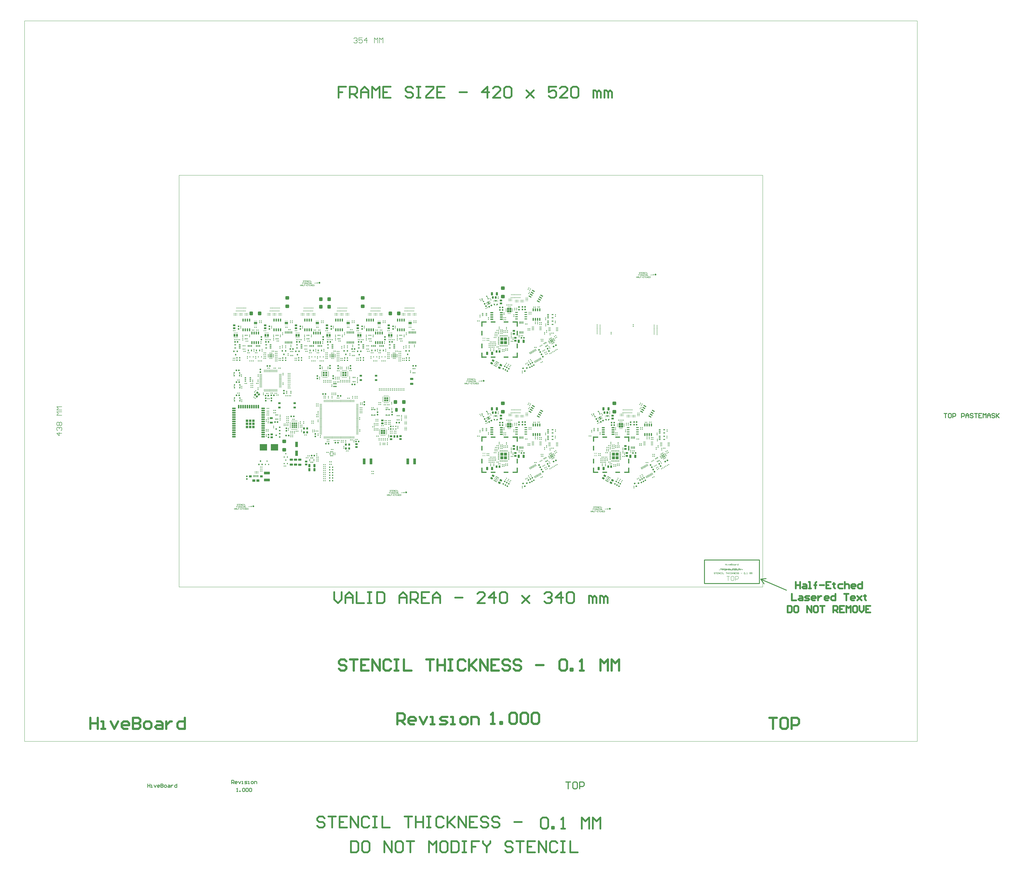
<source format=gtp>
G04*
G04 #@! TF.GenerationSoftware,Altium Limited,Altium Designer,20.1.11 (218)*
G04*
G04 Layer_Color=8421504*
%FSLAX24Y24*%
%MOIN*%
G70*
G04*
G04 #@! TF.SameCoordinates,0BE0D124-E2EA-4A07-8277-1AC6FE167F2B*
G04*
G04*
G04 #@! TF.FilePolarity,Positive*
G04*
G01*
G75*
%ADD11C,0.0200*%
%ADD19C,0.0060*%
%ADD20C,0.0100*%
G04:AMPARAMS|DCode=27|XSize=20mil|YSize=20mil|CornerRadius=6mil|HoleSize=0mil|Usage=FLASHONLY|Rotation=180.000|XOffset=0mil|YOffset=0mil|HoleType=Round|Shape=RoundedRectangle|*
%AMROUNDEDRECTD27*
21,1,0.0200,0.0080,0,0,180.0*
21,1,0.0080,0.0200,0,0,180.0*
1,1,0.0120,-0.0040,0.0040*
1,1,0.0120,0.0040,0.0040*
1,1,0.0120,0.0040,-0.0040*
1,1,0.0120,-0.0040,-0.0040*
%
%ADD27ROUNDEDRECTD27*%
G04:AMPARAMS|DCode=28|XSize=20mil|YSize=20mil|CornerRadius=6mil|HoleSize=0mil|Usage=FLASHONLY|Rotation=90.000|XOffset=0mil|YOffset=0mil|HoleType=Round|Shape=RoundedRectangle|*
%AMROUNDEDRECTD28*
21,1,0.0200,0.0080,0,0,90.0*
21,1,0.0080,0.0200,0,0,90.0*
1,1,0.0120,0.0040,0.0040*
1,1,0.0120,0.0040,-0.0040*
1,1,0.0120,-0.0040,-0.0040*
1,1,0.0120,-0.0040,0.0040*
%
%ADD28ROUNDEDRECTD28*%
G04:AMPARAMS|DCode=29|XSize=20mil|YSize=20mil|CornerRadius=6mil|HoleSize=0mil|Usage=FLASHONLY|Rotation=150.000|XOffset=0mil|YOffset=0mil|HoleType=Round|Shape=RoundedRectangle|*
%AMROUNDEDRECTD29*
21,1,0.0200,0.0080,0,0,150.0*
21,1,0.0080,0.0200,0,0,150.0*
1,1,0.0120,-0.0015,0.0055*
1,1,0.0120,0.0055,0.0015*
1,1,0.0120,0.0015,-0.0055*
1,1,0.0120,-0.0055,-0.0015*
%
%ADD29ROUNDEDRECTD29*%
G04:AMPARAMS|DCode=30|XSize=20mil|YSize=20mil|CornerRadius=6mil|HoleSize=0mil|Usage=FLASHONLY|Rotation=30.000|XOffset=0mil|YOffset=0mil|HoleType=Round|Shape=RoundedRectangle|*
%AMROUNDEDRECTD30*
21,1,0.0200,0.0080,0,0,30.0*
21,1,0.0080,0.0200,0,0,30.0*
1,1,0.0120,0.0055,-0.0015*
1,1,0.0120,-0.0015,-0.0055*
1,1,0.0120,-0.0055,0.0015*
1,1,0.0120,0.0015,0.0055*
%
%ADD30ROUNDEDRECTD30*%
G04:AMPARAMS|DCode=35|XSize=9.8mil|YSize=23.6mil|CornerRadius=1mil|HoleSize=0mil|Usage=FLASHONLY|Rotation=270.000|XOffset=0mil|YOffset=0mil|HoleType=Round|Shape=RoundedRectangle|*
%AMROUNDEDRECTD35*
21,1,0.0098,0.0217,0,0,270.0*
21,1,0.0079,0.0236,0,0,270.0*
1,1,0.0020,-0.0108,-0.0039*
1,1,0.0020,-0.0108,0.0039*
1,1,0.0020,0.0108,0.0039*
1,1,0.0020,0.0108,-0.0039*
%
%ADD35ROUNDEDRECTD35*%
G04:AMPARAMS|DCode=36|XSize=9.8mil|YSize=23.6mil|CornerRadius=1mil|HoleSize=0mil|Usage=FLASHONLY|Rotation=360.000|XOffset=0mil|YOffset=0mil|HoleType=Round|Shape=RoundedRectangle|*
%AMROUNDEDRECTD36*
21,1,0.0098,0.0217,0,0,360.0*
21,1,0.0079,0.0236,0,0,360.0*
1,1,0.0020,0.0039,-0.0108*
1,1,0.0020,-0.0039,-0.0108*
1,1,0.0020,-0.0039,0.0108*
1,1,0.0020,0.0039,0.0108*
%
%ADD36ROUNDEDRECTD36*%
G04:AMPARAMS|DCode=37|XSize=71mil|YSize=47mil|CornerRadius=8mil|HoleSize=0mil|Usage=FLASHONLY|Rotation=270.000|XOffset=0mil|YOffset=0mil|HoleType=Round|Shape=RoundedRectangle|*
%AMROUNDEDRECTD37*
21,1,0.0710,0.0310,0,0,270.0*
21,1,0.0550,0.0470,0,0,270.0*
1,1,0.0160,-0.0155,-0.0275*
1,1,0.0160,-0.0155,0.0275*
1,1,0.0160,0.0155,0.0275*
1,1,0.0160,0.0155,-0.0275*
%
%ADD37ROUNDEDRECTD37*%
G04:AMPARAMS|DCode=38|XSize=11.8mil|YSize=17.7mil|CornerRadius=1.2mil|HoleSize=0mil|Usage=FLASHONLY|Rotation=300.000|XOffset=0mil|YOffset=0mil|HoleType=Round|Shape=RoundedRectangle|*
%AMROUNDEDRECTD38*
21,1,0.0118,0.0154,0,0,300.0*
21,1,0.0094,0.0177,0,0,300.0*
1,1,0.0024,-0.0043,-0.0079*
1,1,0.0024,-0.0090,0.0003*
1,1,0.0024,0.0043,0.0079*
1,1,0.0024,0.0090,-0.0003*
%
%ADD38ROUNDEDRECTD38*%
G04:AMPARAMS|DCode=48|XSize=55mil|YSize=43mil|CornerRadius=8mil|HoleSize=0mil|Usage=FLASHONLY|Rotation=360.000|XOffset=0mil|YOffset=0mil|HoleType=Round|Shape=RoundedRectangle|*
%AMROUNDEDRECTD48*
21,1,0.0550,0.0271,0,0,360.0*
21,1,0.0391,0.0430,0,0,360.0*
1,1,0.0159,0.0195,-0.0135*
1,1,0.0159,-0.0195,-0.0135*
1,1,0.0159,-0.0195,0.0135*
1,1,0.0159,0.0195,0.0135*
%
%ADD48ROUNDEDRECTD48*%
G04:AMPARAMS|DCode=49|XSize=35mil|YSize=34mil|CornerRadius=6mil|HoleSize=0mil|Usage=FLASHONLY|Rotation=300.000|XOffset=0mil|YOffset=0mil|HoleType=Round|Shape=RoundedRectangle|*
%AMROUNDEDRECTD49*
21,1,0.0350,0.0221,0,0,300.0*
21,1,0.0231,0.0340,0,0,300.0*
1,1,0.0119,-0.0038,-0.0155*
1,1,0.0119,-0.0153,0.0045*
1,1,0.0119,0.0038,0.0155*
1,1,0.0119,0.0153,-0.0045*
%
%ADD49ROUNDEDRECTD49*%
G04:AMPARAMS|DCode=51|XSize=20mil|YSize=20mil|CornerRadius=6mil|HoleSize=0mil|Usage=FLASHONLY|Rotation=300.000|XOffset=0mil|YOffset=0mil|HoleType=Round|Shape=RoundedRectangle|*
%AMROUNDEDRECTD51*
21,1,0.0200,0.0080,0,0,300.0*
21,1,0.0080,0.0200,0,0,300.0*
1,1,0.0120,-0.0015,-0.0055*
1,1,0.0120,-0.0055,0.0015*
1,1,0.0120,0.0015,0.0055*
1,1,0.0120,0.0055,-0.0015*
%
%ADD51ROUNDEDRECTD51*%
G04:AMPARAMS|DCode=54|XSize=35mil|YSize=34mil|CornerRadius=6mil|HoleSize=0mil|Usage=FLASHONLY|Rotation=30.000|XOffset=0mil|YOffset=0mil|HoleType=Round|Shape=RoundedRectangle|*
%AMROUNDEDRECTD54*
21,1,0.0350,0.0221,0,0,30.0*
21,1,0.0231,0.0340,0,0,30.0*
1,1,0.0119,0.0155,-0.0038*
1,1,0.0119,-0.0045,-0.0153*
1,1,0.0119,-0.0155,0.0038*
1,1,0.0119,0.0045,0.0153*
%
%ADD54ROUNDEDRECTD54*%
G04:AMPARAMS|DCode=59|XSize=55mil|YSize=43mil|CornerRadius=8mil|HoleSize=0mil|Usage=FLASHONLY|Rotation=270.000|XOffset=0mil|YOffset=0mil|HoleType=Round|Shape=RoundedRectangle|*
%AMROUNDEDRECTD59*
21,1,0.0550,0.0271,0,0,270.0*
21,1,0.0391,0.0430,0,0,270.0*
1,1,0.0159,-0.0135,-0.0195*
1,1,0.0159,-0.0135,0.0195*
1,1,0.0159,0.0135,0.0195*
1,1,0.0159,0.0135,-0.0195*
%
%ADD59ROUNDEDRECTD59*%
G04:AMPARAMS|DCode=60|XSize=27.6mil|YSize=13.8mil|CornerRadius=1.4mil|HoleSize=0mil|Usage=FLASHONLY|Rotation=300.000|XOffset=0mil|YOffset=0mil|HoleType=Round|Shape=RoundedRectangle|*
%AMROUNDEDRECTD60*
21,1,0.0276,0.0110,0,0,300.0*
21,1,0.0248,0.0138,0,0,300.0*
1,1,0.0028,0.0014,-0.0135*
1,1,0.0028,-0.0110,0.0080*
1,1,0.0028,-0.0014,0.0135*
1,1,0.0028,0.0110,-0.0080*
%
%ADD60ROUNDEDRECTD60*%
G04:AMPARAMS|DCode=61|XSize=23.6mil|YSize=25.6mil|CornerRadius=2.4mil|HoleSize=0mil|Usage=FLASHONLY|Rotation=300.000|XOffset=0mil|YOffset=0mil|HoleType=Round|Shape=RoundedRectangle|*
%AMROUNDEDRECTD61*
21,1,0.0236,0.0209,0,0,300.0*
21,1,0.0189,0.0256,0,0,300.0*
1,1,0.0047,-0.0043,-0.0134*
1,1,0.0047,-0.0138,0.0030*
1,1,0.0047,0.0043,0.0134*
1,1,0.0047,0.0138,-0.0030*
%
%ADD61ROUNDEDRECTD61*%
G04:AMPARAMS|DCode=64|XSize=35mil|YSize=34mil|CornerRadius=6mil|HoleSize=0mil|Usage=FLASHONLY|Rotation=90.000|XOffset=0mil|YOffset=0mil|HoleType=Round|Shape=RoundedRectangle|*
%AMROUNDEDRECTD64*
21,1,0.0350,0.0221,0,0,90.0*
21,1,0.0231,0.0340,0,0,90.0*
1,1,0.0119,0.0111,0.0116*
1,1,0.0119,0.0111,-0.0116*
1,1,0.0119,-0.0111,-0.0116*
1,1,0.0119,-0.0111,0.0116*
%
%ADD64ROUNDEDRECTD64*%
G04:AMPARAMS|DCode=66|XSize=35mil|YSize=34mil|CornerRadius=6mil|HoleSize=0mil|Usage=FLASHONLY|Rotation=180.000|XOffset=0mil|YOffset=0mil|HoleType=Round|Shape=RoundedRectangle|*
%AMROUNDEDRECTD66*
21,1,0.0350,0.0221,0,0,180.0*
21,1,0.0231,0.0340,0,0,180.0*
1,1,0.0119,-0.0116,0.0111*
1,1,0.0119,0.0116,0.0111*
1,1,0.0119,0.0116,-0.0111*
1,1,0.0119,-0.0116,-0.0111*
%
%ADD66ROUNDEDRECTD66*%
G04:AMPARAMS|DCode=70|XSize=7.9mil|YSize=22.2mil|CornerRadius=1.2mil|HoleSize=0mil|Usage=FLASHONLY|Rotation=360.000|XOffset=0mil|YOffset=0mil|HoleType=Round|Shape=RoundedRectangle|*
%AMROUNDEDRECTD70*
21,1,0.0079,0.0199,0,0,360.0*
21,1,0.0055,0.0222,0,0,360.0*
1,1,0.0024,0.0028,-0.0099*
1,1,0.0024,-0.0028,-0.0099*
1,1,0.0024,-0.0028,0.0099*
1,1,0.0024,0.0028,0.0099*
%
%ADD70ROUNDEDRECTD70*%
G04:AMPARAMS|DCode=72|XSize=7.9mil|YSize=22.2mil|CornerRadius=1.2mil|HoleSize=0mil|Usage=FLASHONLY|Rotation=90.000|XOffset=0mil|YOffset=0mil|HoleType=Round|Shape=RoundedRectangle|*
%AMROUNDEDRECTD72*
21,1,0.0079,0.0199,0,0,90.0*
21,1,0.0055,0.0222,0,0,90.0*
1,1,0.0024,0.0099,0.0028*
1,1,0.0024,0.0099,-0.0028*
1,1,0.0024,-0.0099,-0.0028*
1,1,0.0024,-0.0099,0.0028*
%
%ADD72ROUNDEDRECTD72*%
G04:AMPARAMS|DCode=76|XSize=55mil|YSize=43mil|CornerRadius=8mil|HoleSize=0mil|Usage=FLASHONLY|Rotation=150.000|XOffset=0mil|YOffset=0mil|HoleType=Round|Shape=RoundedRectangle|*
%AMROUNDEDRECTD76*
21,1,0.0550,0.0271,0,0,150.0*
21,1,0.0391,0.0430,0,0,150.0*
1,1,0.0159,-0.0102,0.0215*
1,1,0.0159,0.0237,0.0020*
1,1,0.0159,0.0102,-0.0215*
1,1,0.0159,-0.0237,-0.0020*
%
%ADD76ROUNDEDRECTD76*%
%ADD87C,0.0050*%
G04:AMPARAMS|DCode=107|XSize=23.6mil|YSize=9.4mil|CornerRadius=0.5mil|HoleSize=0mil|Usage=FLASHONLY|Rotation=270.000|XOffset=0mil|YOffset=0mil|HoleType=Round|Shape=RoundedRectangle|*
%AMROUNDEDRECTD107*
21,1,0.0236,0.0085,0,0,270.0*
21,1,0.0227,0.0094,0,0,270.0*
1,1,0.0009,-0.0043,-0.0113*
1,1,0.0009,-0.0043,0.0113*
1,1,0.0009,0.0043,0.0113*
1,1,0.0009,0.0043,-0.0113*
%
%ADD107ROUNDEDRECTD107*%
G04:AMPARAMS|DCode=108|XSize=23.6mil|YSize=9.4mil|CornerRadius=0.5mil|HoleSize=0mil|Usage=FLASHONLY|Rotation=180.000|XOffset=0mil|YOffset=0mil|HoleType=Round|Shape=RoundedRectangle|*
%AMROUNDEDRECTD108*
21,1,0.0236,0.0085,0,0,180.0*
21,1,0.0227,0.0094,0,0,180.0*
1,1,0.0009,-0.0113,0.0043*
1,1,0.0009,0.0113,0.0043*
1,1,0.0009,0.0113,-0.0043*
1,1,0.0009,-0.0113,-0.0043*
%
%ADD108ROUNDEDRECTD108*%
%ADD125O,0.0315X0.0098*%
%ADD126O,0.0098X0.0315*%
G04:AMPARAMS|DCode=129|XSize=9.8mil|YSize=33.5mil|CornerRadius=2.5mil|HoleSize=0mil|Usage=FLASHONLY|Rotation=360.000|XOffset=0mil|YOffset=0mil|HoleType=Round|Shape=RoundedRectangle|*
%AMROUNDEDRECTD129*
21,1,0.0098,0.0285,0,0,360.0*
21,1,0.0049,0.0335,0,0,360.0*
1,1,0.0049,0.0025,-0.0143*
1,1,0.0049,-0.0025,-0.0143*
1,1,0.0049,-0.0025,0.0143*
1,1,0.0049,0.0025,0.0143*
%
%ADD129ROUNDEDRECTD129*%
G04:AMPARAMS|DCode=130|XSize=9.8mil|YSize=33.5mil|CornerRadius=2.5mil|HoleSize=0mil|Usage=FLASHONLY|Rotation=90.000|XOffset=0mil|YOffset=0mil|HoleType=Round|Shape=RoundedRectangle|*
%AMROUNDEDRECTD130*
21,1,0.0098,0.0285,0,0,90.0*
21,1,0.0049,0.0335,0,0,90.0*
1,1,0.0049,0.0143,0.0025*
1,1,0.0049,0.0143,-0.0025*
1,1,0.0049,-0.0143,-0.0025*
1,1,0.0049,-0.0143,0.0025*
%
%ADD130ROUNDEDRECTD130*%
G04:AMPARAMS|DCode=137|XSize=23.6mil|YSize=25.6mil|CornerRadius=2.4mil|HoleSize=0mil|Usage=FLASHONLY|Rotation=270.000|XOffset=0mil|YOffset=0mil|HoleType=Round|Shape=RoundedRectangle|*
%AMROUNDEDRECTD137*
21,1,0.0236,0.0209,0,0,270.0*
21,1,0.0189,0.0256,0,0,270.0*
1,1,0.0047,-0.0104,-0.0094*
1,1,0.0047,-0.0104,0.0094*
1,1,0.0047,0.0104,0.0094*
1,1,0.0047,0.0104,-0.0094*
%
%ADD137ROUNDEDRECTD137*%
G04:AMPARAMS|DCode=138|XSize=27.6mil|YSize=13.8mil|CornerRadius=1.4mil|HoleSize=0mil|Usage=FLASHONLY|Rotation=90.000|XOffset=0mil|YOffset=0mil|HoleType=Round|Shape=RoundedRectangle|*
%AMROUNDEDRECTD138*
21,1,0.0276,0.0110,0,0,90.0*
21,1,0.0248,0.0138,0,0,90.0*
1,1,0.0028,0.0055,0.0124*
1,1,0.0028,0.0055,-0.0124*
1,1,0.0028,-0.0055,-0.0124*
1,1,0.0028,-0.0055,0.0124*
%
%ADD138ROUNDEDRECTD138*%
%ADD141R,0.1670X0.1500*%
G04:AMPARAMS|DCode=148|XSize=71mil|YSize=47mil|CornerRadius=8mil|HoleSize=0mil|Usage=FLASHONLY|Rotation=180.000|XOffset=0mil|YOffset=0mil|HoleType=Round|Shape=RoundedRectangle|*
%AMROUNDEDRECTD148*
21,1,0.0710,0.0310,0,0,180.0*
21,1,0.0550,0.0470,0,0,180.0*
1,1,0.0160,-0.0275,0.0155*
1,1,0.0160,0.0275,0.0155*
1,1,0.0160,0.0275,-0.0155*
1,1,0.0160,-0.0275,-0.0155*
%
%ADD148ROUNDEDRECTD148*%
G04:AMPARAMS|DCode=149|XSize=20mil|YSize=20mil|CornerRadius=6mil|HoleSize=0mil|Usage=FLASHONLY|Rotation=45.000|XOffset=0mil|YOffset=0mil|HoleType=Round|Shape=RoundedRectangle|*
%AMROUNDEDRECTD149*
21,1,0.0200,0.0080,0,0,45.0*
21,1,0.0080,0.0200,0,0,45.0*
1,1,0.0120,0.0057,0.0000*
1,1,0.0120,0.0000,-0.0057*
1,1,0.0120,-0.0057,0.0000*
1,1,0.0120,0.0000,0.0057*
%
%ADD149ROUNDEDRECTD149*%
G04:AMPARAMS|DCode=150|XSize=20mil|YSize=20mil|CornerRadius=6mil|HoleSize=0mil|Usage=FLASHONLY|Rotation=135.000|XOffset=0mil|YOffset=0mil|HoleType=Round|Shape=RoundedRectangle|*
%AMROUNDEDRECTD150*
21,1,0.0200,0.0080,0,0,135.0*
21,1,0.0080,0.0200,0,0,135.0*
1,1,0.0120,0.0000,0.0057*
1,1,0.0120,0.0057,0.0000*
1,1,0.0120,0.0000,-0.0057*
1,1,0.0120,-0.0057,0.0000*
%
%ADD150ROUNDEDRECTD150*%
G04:AMPARAMS|DCode=152|XSize=27.6mil|YSize=13.8mil|CornerRadius=1.4mil|HoleSize=0mil|Usage=FLASHONLY|Rotation=360.000|XOffset=0mil|YOffset=0mil|HoleType=Round|Shape=RoundedRectangle|*
%AMROUNDEDRECTD152*
21,1,0.0276,0.0110,0,0,360.0*
21,1,0.0248,0.0138,0,0,360.0*
1,1,0.0028,0.0124,-0.0055*
1,1,0.0028,-0.0124,-0.0055*
1,1,0.0028,-0.0124,0.0055*
1,1,0.0028,0.0124,0.0055*
%
%ADD152ROUNDEDRECTD152*%
G04:AMPARAMS|DCode=153|XSize=23.6mil|YSize=25.6mil|CornerRadius=2.4mil|HoleSize=0mil|Usage=FLASHONLY|Rotation=360.000|XOffset=0mil|YOffset=0mil|HoleType=Round|Shape=RoundedRectangle|*
%AMROUNDEDRECTD153*
21,1,0.0236,0.0209,0,0,360.0*
21,1,0.0189,0.0256,0,0,360.0*
1,1,0.0047,0.0094,-0.0104*
1,1,0.0047,-0.0094,-0.0104*
1,1,0.0047,-0.0094,0.0104*
1,1,0.0047,0.0094,0.0104*
%
%ADD153ROUNDEDRECTD153*%
%ADD275C,0.0236*%
%ADD282C,0.0157*%
%ADD287C,0.0500*%
%ADD288C,0.0394*%
%ADD289R,0.0453X0.0453*%
%ADD290P,0.0390X4X75.0*%
%ADD291P,0.0390X4X345.0*%
%ADD292R,0.0118X0.0079*%
%ADD293R,0.0142X0.0222*%
%ADD294R,0.0222X0.0142*%
%ADD295R,0.0689X0.0689*%
%ADD296R,0.0423X0.0423*%
%ADD297R,0.0433X0.0630*%
%ADD298R,0.0276X0.0276*%
%ADD299R,0.0354X0.0354*%
%ADD300R,0.0433X0.0433*%
G04:AMPARAMS|DCode=301|XSize=9.8mil|YSize=55.1mil|CornerRadius=0.8mil|HoleSize=0mil|Usage=FLASHONLY|Rotation=270.000|XOffset=0mil|YOffset=0mil|HoleType=Round|Shape=RoundedRectangle|*
%AMROUNDEDRECTD301*
21,1,0.0098,0.0535,0,0,270.0*
21,1,0.0083,0.0551,0,0,270.0*
1,1,0.0016,-0.0268,-0.0041*
1,1,0.0016,-0.0268,0.0041*
1,1,0.0016,0.0268,0.0041*
1,1,0.0016,0.0268,-0.0041*
%
%ADD301ROUNDEDRECTD301*%
G04:AMPARAMS|DCode=302|XSize=23.6mil|YSize=66.9mil|CornerRadius=2.9mil|HoleSize=0mil|Usage=FLASHONLY|Rotation=60.000|XOffset=0mil|YOffset=0mil|HoleType=Round|Shape=RoundedRectangle|*
%AMROUNDEDRECTD302*
21,1,0.0236,0.0612,0,0,60.0*
21,1,0.0179,0.0669,0,0,60.0*
1,1,0.0057,0.0310,-0.0075*
1,1,0.0057,0.0220,-0.0231*
1,1,0.0057,-0.0310,0.0075*
1,1,0.0057,-0.0220,0.0231*
%
%ADD302ROUNDEDRECTD302*%
%ADD303R,0.0098X0.0256*%
%ADD304R,0.1220X0.0315*%
%ADD305R,0.0315X0.1220*%
%ADD306R,0.1063X0.0315*%
%ADD307R,0.0315X0.1063*%
G04:AMPARAMS|DCode=308|XSize=29.5mil|YSize=33.5mil|CornerRadius=0mil|HoleSize=0mil|Usage=FLASHONLY|Rotation=120.000|XOffset=0mil|YOffset=0mil|HoleType=Round|Shape=Rectangle|*
%AMROTATEDRECTD308*
4,1,4,0.0219,-0.0044,-0.0071,-0.0212,-0.0219,0.0044,0.0071,0.0212,0.0219,-0.0044,0.0*
%
%ADD308ROTATEDRECTD308*%

G04:AMPARAMS|DCode=309|XSize=11.8mil|YSize=51.2mil|CornerRadius=0.4mil|HoleSize=0mil|Usage=FLASHONLY|Rotation=30.000|XOffset=0mil|YOffset=0mil|HoleType=Round|Shape=RoundedRectangle|*
%AMROUNDEDRECTD309*
21,1,0.0118,0.0504,0,0,30.0*
21,1,0.0110,0.0512,0,0,30.0*
1,1,0.0008,0.0174,-0.0191*
1,1,0.0008,0.0078,-0.0246*
1,1,0.0008,-0.0174,0.0191*
1,1,0.0008,-0.0078,0.0246*
%
%ADD309ROUNDEDRECTD309*%
G04:AMPARAMS|DCode=310|XSize=7.9mil|YSize=25.6mil|CornerRadius=0mil|HoleSize=0mil|Usage=FLASHONLY|Rotation=30.000|XOffset=0mil|YOffset=0mil|HoleType=Round|Shape=RoundedRectangle|*
%AMROUNDEDRECTD310*
21,1,0.0079,0.0256,0,0,30.0*
21,1,0.0079,0.0256,0,0,30.0*
1,1,0.0000,0.0098,-0.0091*
1,1,0.0000,0.0030,-0.0131*
1,1,0.0000,-0.0098,0.0091*
1,1,0.0000,-0.0030,0.0131*
%
%ADD310ROUNDEDRECTD310*%
G04:AMPARAMS|DCode=311|XSize=13.8mil|YSize=29.5mil|CornerRadius=0.6mil|HoleSize=0mil|Usage=FLASHONLY|Rotation=30.000|XOffset=0mil|YOffset=0mil|HoleType=Round|Shape=RoundedRectangle|*
%AMROUNDEDRECTD311*
21,1,0.0138,0.0283,0,0,30.0*
21,1,0.0126,0.0295,0,0,30.0*
1,1,0.0012,0.0125,-0.0091*
1,1,0.0012,0.0016,-0.0154*
1,1,0.0012,-0.0125,0.0091*
1,1,0.0012,-0.0016,0.0154*
%
%ADD311ROUNDEDRECTD311*%
G04:AMPARAMS|DCode=312|XSize=9.1mil|YSize=25.6mil|CornerRadius=0mil|HoleSize=0mil|Usage=FLASHONLY|Rotation=30.000|XOffset=0mil|YOffset=0mil|HoleType=Round|Shape=RoundedRectangle|*
%AMROUNDEDRECTD312*
21,1,0.0091,0.0256,0,0,30.0*
21,1,0.0091,0.0256,0,0,30.0*
1,1,0.0000,0.0103,-0.0088*
1,1,0.0000,0.0025,-0.0133*
1,1,0.0000,-0.0103,0.0088*
1,1,0.0000,-0.0025,0.0133*
%
%ADD312ROUNDEDRECTD312*%
G04:AMPARAMS|DCode=313|XSize=9.1mil|YSize=25.6mil|CornerRadius=0mil|HoleSize=0mil|Usage=FLASHONLY|Rotation=300.000|XOffset=0mil|YOffset=0mil|HoleType=Round|Shape=RoundedRectangle|*
%AMROUNDEDRECTD313*
21,1,0.0091,0.0256,0,0,300.0*
21,1,0.0091,0.0256,0,0,300.0*
1,1,0.0000,-0.0088,-0.0103*
1,1,0.0000,-0.0133,-0.0025*
1,1,0.0000,0.0088,0.0103*
1,1,0.0000,0.0133,0.0025*
%
%ADD313ROUNDEDRECTD313*%
%ADD314P,0.0418X4X195.0*%
%ADD315R,0.0118X0.0089*%
%ADD316R,0.0118X0.0039*%
G04:AMPARAMS|DCode=317|XSize=19.7mil|YSize=37.4mil|CornerRadius=1.2mil|HoleSize=0mil|Usage=FLASHONLY|Rotation=90.000|XOffset=0mil|YOffset=0mil|HoleType=Round|Shape=RoundedRectangle|*
%AMROUNDEDRECTD317*
21,1,0.0197,0.0350,0,0,90.0*
21,1,0.0173,0.0374,0,0,90.0*
1,1,0.0024,0.0175,0.0087*
1,1,0.0024,0.0175,-0.0087*
1,1,0.0024,-0.0175,-0.0087*
1,1,0.0024,-0.0175,0.0087*
%
%ADD317ROUNDEDRECTD317*%
G04:AMPARAMS|DCode=318|XSize=21.7mil|YSize=61mil|CornerRadius=1.4mil|HoleSize=0mil|Usage=FLASHONLY|Rotation=90.000|XOffset=0mil|YOffset=0mil|HoleType=Round|Shape=RoundedRectangle|*
%AMROUNDEDRECTD318*
21,1,0.0217,0.0583,0,0,90.0*
21,1,0.0189,0.0610,0,0,90.0*
1,1,0.0028,0.0291,0.0094*
1,1,0.0028,0.0291,-0.0094*
1,1,0.0028,-0.0291,-0.0094*
1,1,0.0028,-0.0291,0.0094*
%
%ADD318ROUNDEDRECTD318*%
G04:AMPARAMS|DCode=319|XSize=13.8mil|YSize=33.5mil|CornerRadius=0mil|HoleSize=0mil|Usage=FLASHONLY|Rotation=270.000|XOffset=0mil|YOffset=0mil|HoleType=Round|Shape=RoundedRectangle|*
%AMROUNDEDRECTD319*
21,1,0.0138,0.0335,0,0,270.0*
21,1,0.0138,0.0335,0,0,270.0*
1,1,0.0000,-0.0167,-0.0069*
1,1,0.0000,-0.0167,0.0069*
1,1,0.0000,0.0167,0.0069*
1,1,0.0000,0.0167,-0.0069*
%
%ADD319ROUNDEDRECTD319*%
G04:AMPARAMS|DCode=320|XSize=23.6mil|YSize=66.9mil|CornerRadius=2.9mil|HoleSize=0mil|Usage=FLASHONLY|Rotation=270.000|XOffset=0mil|YOffset=0mil|HoleType=Round|Shape=RoundedRectangle|*
%AMROUNDEDRECTD320*
21,1,0.0236,0.0612,0,0,270.0*
21,1,0.0179,0.0669,0,0,270.0*
1,1,0.0057,-0.0306,-0.0090*
1,1,0.0057,-0.0306,0.0090*
1,1,0.0057,0.0306,0.0090*
1,1,0.0057,0.0306,-0.0090*
%
%ADD320ROUNDEDRECTD320*%
G04:AMPARAMS|DCode=321|XSize=87mil|YSize=83.1mil|CornerRadius=20.3mil|HoleSize=0mil|Usage=FLASHONLY|Rotation=180.000|XOffset=0mil|YOffset=0mil|HoleType=Round|Shape=RoundedRectangle|*
%AMROUNDEDRECTD321*
21,1,0.0870,0.0425,0,0,180.0*
21,1,0.0465,0.0831,0,0,180.0*
1,1,0.0406,-0.0232,0.0213*
1,1,0.0406,0.0232,0.0213*
1,1,0.0406,0.0232,-0.0213*
1,1,0.0406,-0.0232,-0.0213*
%
%ADD321ROUNDEDRECTD321*%
%ADD322P,0.0418X4X255.0*%
G04:AMPARAMS|DCode=323|XSize=13.8mil|YSize=55.1mil|CornerRadius=0mil|HoleSize=0mil|Usage=FLASHONLY|Rotation=360.000|XOffset=0mil|YOffset=0mil|HoleType=Round|Shape=RoundedRectangle|*
%AMROUNDEDRECTD323*
21,1,0.0138,0.0551,0,0,360.0*
21,1,0.0138,0.0551,0,0,360.0*
1,1,0.0000,0.0069,-0.0276*
1,1,0.0000,-0.0069,-0.0276*
1,1,0.0000,-0.0069,0.0276*
1,1,0.0000,0.0069,0.0276*
%
%ADD323ROUNDEDRECTD323*%
G04:AMPARAMS|DCode=324|XSize=23.6mil|YSize=66.9mil|CornerRadius=2.9mil|HoleSize=0mil|Usage=FLASHONLY|Rotation=360.000|XOffset=0mil|YOffset=0mil|HoleType=Round|Shape=RoundedRectangle|*
%AMROUNDEDRECTD324*
21,1,0.0236,0.0612,0,0,360.0*
21,1,0.0179,0.0669,0,0,360.0*
1,1,0.0057,0.0090,-0.0306*
1,1,0.0057,-0.0090,-0.0306*
1,1,0.0057,-0.0090,0.0306*
1,1,0.0057,0.0090,0.0306*
%
%ADD324ROUNDEDRECTD324*%
G04:AMPARAMS|DCode=325|XSize=29.5mil|YSize=9.8mil|CornerRadius=0.2mil|HoleSize=0mil|Usage=FLASHONLY|Rotation=90.000|XOffset=0mil|YOffset=0mil|HoleType=Round|Shape=RoundedRectangle|*
%AMROUNDEDRECTD325*
21,1,0.0295,0.0094,0,0,90.0*
21,1,0.0291,0.0098,0,0,90.0*
1,1,0.0004,0.0047,0.0146*
1,1,0.0004,0.0047,-0.0146*
1,1,0.0004,-0.0047,-0.0146*
1,1,0.0004,-0.0047,0.0146*
%
%ADD325ROUNDEDRECTD325*%
G04:AMPARAMS|DCode=326|XSize=35.4mil|YSize=6.7mil|CornerRadius=0mil|HoleSize=0mil|Usage=FLASHONLY|Rotation=270.000|XOffset=0mil|YOffset=0mil|HoleType=Round|Shape=RoundedRectangle|*
%AMROUNDEDRECTD326*
21,1,0.0354,0.0067,0,0,270.0*
21,1,0.0354,0.0067,0,0,270.0*
1,1,0.0000,-0.0033,-0.0177*
1,1,0.0000,-0.0033,0.0177*
1,1,0.0000,0.0033,0.0177*
1,1,0.0000,0.0033,-0.0177*
%
%ADD326ROUNDEDRECTD326*%
G04:AMPARAMS|DCode=327|XSize=35.4mil|YSize=6.7mil|CornerRadius=0mil|HoleSize=0mil|Usage=FLASHONLY|Rotation=360.000|XOffset=0mil|YOffset=0mil|HoleType=Round|Shape=RoundedRectangle|*
%AMROUNDEDRECTD327*
21,1,0.0354,0.0067,0,0,360.0*
21,1,0.0354,0.0067,0,0,360.0*
1,1,0.0000,0.0177,-0.0033*
1,1,0.0000,-0.0177,-0.0033*
1,1,0.0000,-0.0177,0.0033*
1,1,0.0000,0.0177,0.0033*
%
%ADD327ROUNDEDRECTD327*%
%ADD328R,0.0256X0.0098*%
G04:AMPARAMS|DCode=329|XSize=11.8mil|YSize=27.6mil|CornerRadius=0mil|HoleSize=0mil|Usage=FLASHONLY|Rotation=360.000|XOffset=0mil|YOffset=0mil|HoleType=Round|Shape=RoundedRectangle|*
%AMROUNDEDRECTD329*
21,1,0.0118,0.0276,0,0,360.0*
21,1,0.0118,0.0276,0,0,360.0*
1,1,0.0000,0.0059,-0.0138*
1,1,0.0000,-0.0059,-0.0138*
1,1,0.0000,-0.0059,0.0138*
1,1,0.0000,0.0059,0.0138*
%
%ADD329ROUNDEDRECTD329*%
G04:AMPARAMS|DCode=330|XSize=29.5mil|YSize=13.8mil|CornerRadius=0.6mil|HoleSize=0mil|Usage=FLASHONLY|Rotation=270.000|XOffset=0mil|YOffset=0mil|HoleType=Round|Shape=RoundedRectangle|*
%AMROUNDEDRECTD330*
21,1,0.0295,0.0126,0,0,270.0*
21,1,0.0283,0.0138,0,0,270.0*
1,1,0.0012,-0.0063,-0.0142*
1,1,0.0012,-0.0063,0.0142*
1,1,0.0012,0.0063,0.0142*
1,1,0.0012,0.0063,-0.0142*
%
%ADD330ROUNDEDRECTD330*%
%ADD331R,0.0571X0.0413*%
%ADD332R,0.0295X0.0335*%
G04:AMPARAMS|DCode=333|XSize=50.4mil|YSize=50.4mil|CornerRadius=0mil|HoleSize=0mil|Usage=FLASHONLY|Rotation=360.000|XOffset=0mil|YOffset=0mil|HoleType=Round|Shape=RoundedRectangle|*
%AMROUNDEDRECTD333*
21,1,0.0504,0.0504,0,0,360.0*
21,1,0.0504,0.0504,0,0,360.0*
1,1,0.0000,0.0252,-0.0252*
1,1,0.0000,-0.0252,-0.0252*
1,1,0.0000,-0.0252,0.0252*
1,1,0.0000,0.0252,0.0252*
%
%ADD333ROUNDEDRECTD333*%
G04:AMPARAMS|DCode=334|XSize=33.5mil|YSize=76.8mil|CornerRadius=2.6mil|HoleSize=0mil|Usage=FLASHONLY|Rotation=270.000|XOffset=0mil|YOffset=0mil|HoleType=Round|Shape=RoundedRectangle|*
%AMROUNDEDRECTD334*
21,1,0.0335,0.0717,0,0,270.0*
21,1,0.0283,0.0768,0,0,270.0*
1,1,0.0051,-0.0358,-0.0142*
1,1,0.0051,-0.0358,0.0142*
1,1,0.0051,0.0358,0.0142*
1,1,0.0051,0.0358,-0.0142*
%
%ADD334ROUNDEDRECTD334*%
G04:AMPARAMS|DCode=335|XSize=76.8mil|YSize=33.5mil|CornerRadius=2.6mil|HoleSize=0mil|Usage=FLASHONLY|Rotation=180.000|XOffset=0mil|YOffset=0mil|HoleType=Round|Shape=RoundedRectangle|*
%AMROUNDEDRECTD335*
21,1,0.0768,0.0283,0,0,180.0*
21,1,0.0717,0.0335,0,0,180.0*
1,1,0.0051,-0.0358,0.0142*
1,1,0.0051,0.0358,0.0142*
1,1,0.0051,0.0358,-0.0142*
1,1,0.0051,-0.0358,-0.0142*
%
%ADD335ROUNDEDRECTD335*%
G04:AMPARAMS|DCode=336|XSize=76.8mil|YSize=33.5mil|CornerRadius=2.6mil|HoleSize=0mil|Usage=FLASHONLY|Rotation=270.000|XOffset=0mil|YOffset=0mil|HoleType=Round|Shape=RoundedRectangle|*
%AMROUNDEDRECTD336*
21,1,0.0768,0.0283,0,0,270.0*
21,1,0.0717,0.0335,0,0,270.0*
1,1,0.0051,-0.0142,-0.0358*
1,1,0.0051,-0.0142,0.0358*
1,1,0.0051,0.0142,0.0358*
1,1,0.0051,0.0142,-0.0358*
%
%ADD336ROUNDEDRECTD336*%
%ADD337R,0.0177X0.0276*%
G04:AMPARAMS|DCode=338|XSize=41.3mil|YSize=45.3mil|CornerRadius=3.3mil|HoleSize=0mil|Usage=FLASHONLY|Rotation=315.000|XOffset=0mil|YOffset=0mil|HoleType=Round|Shape=RoundedRectangle|*
%AMROUNDEDRECTD338*
21,1,0.0413,0.0386,0,0,315.0*
21,1,0.0346,0.0453,0,0,315.0*
1,1,0.0067,-0.0014,-0.0259*
1,1,0.0067,-0.0259,-0.0014*
1,1,0.0067,0.0014,0.0259*
1,1,0.0067,0.0259,0.0014*
%
%ADD338ROUNDEDRECTD338*%
G04:AMPARAMS|DCode=339|XSize=23.6mil|YSize=31.5mil|CornerRadius=0.3mil|HoleSize=0mil|Usage=FLASHONLY|Rotation=270.000|XOffset=0mil|YOffset=0mil|HoleType=Round|Shape=RoundedRectangle|*
%AMROUNDEDRECTD339*
21,1,0.0236,0.0309,0,0,270.0*
21,1,0.0230,0.0315,0,0,270.0*
1,1,0.0006,-0.0155,-0.0115*
1,1,0.0006,-0.0155,0.0115*
1,1,0.0006,0.0155,0.0115*
1,1,0.0006,0.0155,-0.0115*
%
%ADD339ROUNDEDRECTD339*%
G04:AMPARAMS|DCode=340|XSize=39.4mil|YSize=47.2mil|CornerRadius=0.2mil|HoleSize=0mil|Usage=FLASHONLY|Rotation=180.000|XOffset=0mil|YOffset=0mil|HoleType=Round|Shape=RoundedRectangle|*
%AMROUNDEDRECTD340*
21,1,0.0394,0.0469,0,0,180.0*
21,1,0.0390,0.0472,0,0,180.0*
1,1,0.0004,-0.0195,0.0234*
1,1,0.0004,0.0195,0.0234*
1,1,0.0004,0.0195,-0.0234*
1,1,0.0004,-0.0195,-0.0234*
%
%ADD340ROUNDEDRECTD340*%
G04:AMPARAMS|DCode=341|XSize=68.9mil|YSize=37.4mil|CornerRadius=3mil|HoleSize=0mil|Usage=FLASHONLY|Rotation=180.000|XOffset=0mil|YOffset=0mil|HoleType=Round|Shape=RoundedRectangle|*
%AMROUNDEDRECTD341*
21,1,0.0689,0.0315,0,0,180.0*
21,1,0.0630,0.0374,0,0,180.0*
1,1,0.0059,-0.0315,0.0157*
1,1,0.0059,0.0315,0.0157*
1,1,0.0059,0.0315,-0.0157*
1,1,0.0059,-0.0315,-0.0157*
%
%ADD341ROUNDEDRECTD341*%
%ADD342R,0.0236X0.0315*%
G04:AMPARAMS|DCode=343|XSize=29.5mil|YSize=13.8mil|CornerRadius=0.6mil|HoleSize=0mil|Usage=FLASHONLY|Rotation=360.000|XOffset=0mil|YOffset=0mil|HoleType=Round|Shape=RoundedRectangle|*
%AMROUNDEDRECTD343*
21,1,0.0295,0.0126,0,0,360.0*
21,1,0.0283,0.0138,0,0,360.0*
1,1,0.0012,0.0142,-0.0063*
1,1,0.0012,-0.0142,-0.0063*
1,1,0.0012,-0.0142,0.0063*
1,1,0.0012,0.0142,0.0063*
%
%ADD343ROUNDEDRECTD343*%
G04:AMPARAMS|DCode=344|XSize=9.8mil|YSize=19.3mil|CornerRadius=0.2mil|HoleSize=0mil|Usage=FLASHONLY|Rotation=180.000|XOffset=0mil|YOffset=0mil|HoleType=Round|Shape=RoundedRectangle|*
%AMROUNDEDRECTD344*
21,1,0.0098,0.0189,0,0,180.0*
21,1,0.0094,0.0193,0,0,180.0*
1,1,0.0004,-0.0047,0.0094*
1,1,0.0004,0.0047,0.0094*
1,1,0.0004,0.0047,-0.0094*
1,1,0.0004,-0.0047,-0.0094*
%
%ADD344ROUNDEDRECTD344*%
G04:AMPARAMS|DCode=345|XSize=14.6mil|YSize=21.7mil|CornerRadius=0.7mil|HoleSize=0mil|Usage=FLASHONLY|Rotation=270.000|XOffset=0mil|YOffset=0mil|HoleType=Round|Shape=RoundedRectangle|*
%AMROUNDEDRECTD345*
21,1,0.0146,0.0203,0,0,270.0*
21,1,0.0132,0.0217,0,0,270.0*
1,1,0.0013,-0.0102,-0.0066*
1,1,0.0013,-0.0102,0.0066*
1,1,0.0013,0.0102,0.0066*
1,1,0.0013,0.0102,-0.0066*
%
%ADD345ROUNDEDRECTD345*%
G04:AMPARAMS|DCode=346|XSize=14.6mil|YSize=21.7mil|CornerRadius=0.7mil|HoleSize=0mil|Usage=FLASHONLY|Rotation=360.000|XOffset=0mil|YOffset=0mil|HoleType=Round|Shape=RoundedRectangle|*
%AMROUNDEDRECTD346*
21,1,0.0146,0.0203,0,0,360.0*
21,1,0.0132,0.0217,0,0,360.0*
1,1,0.0013,0.0066,-0.0102*
1,1,0.0013,-0.0066,-0.0102*
1,1,0.0013,-0.0066,0.0102*
1,1,0.0013,0.0066,0.0102*
%
%ADD346ROUNDEDRECTD346*%
%ADD347R,0.0768X0.0453*%
%ADD348R,0.0079X0.0177*%
G04:AMPARAMS|DCode=349|XSize=11.8mil|YSize=51.2mil|CornerRadius=0.4mil|HoleSize=0mil|Usage=FLASHONLY|Rotation=180.000|XOffset=0mil|YOffset=0mil|HoleType=Round|Shape=RoundedRectangle|*
%AMROUNDEDRECTD349*
21,1,0.0118,0.0504,0,0,180.0*
21,1,0.0110,0.0512,0,0,180.0*
1,1,0.0008,-0.0055,0.0252*
1,1,0.0008,0.0055,0.0252*
1,1,0.0008,0.0055,-0.0252*
1,1,0.0008,-0.0055,-0.0252*
%
%ADD349ROUNDEDRECTD349*%
G04:AMPARAMS|DCode=350|XSize=9.1mil|YSize=25.6mil|CornerRadius=0mil|HoleSize=0mil|Usage=FLASHONLY|Rotation=180.000|XOffset=0mil|YOffset=0mil|HoleType=Round|Shape=RoundedRectangle|*
%AMROUNDEDRECTD350*
21,1,0.0091,0.0256,0,0,180.0*
21,1,0.0091,0.0256,0,0,180.0*
1,1,0.0000,-0.0045,0.0128*
1,1,0.0000,0.0045,0.0128*
1,1,0.0000,0.0045,-0.0128*
1,1,0.0000,-0.0045,-0.0128*
%
%ADD350ROUNDEDRECTD350*%
G04:AMPARAMS|DCode=351|XSize=9.1mil|YSize=25.6mil|CornerRadius=0mil|HoleSize=0mil|Usage=FLASHONLY|Rotation=90.000|XOffset=0mil|YOffset=0mil|HoleType=Round|Shape=RoundedRectangle|*
%AMROUNDEDRECTD351*
21,1,0.0091,0.0256,0,0,90.0*
21,1,0.0091,0.0256,0,0,90.0*
1,1,0.0000,0.0128,0.0045*
1,1,0.0000,0.0128,-0.0045*
1,1,0.0000,-0.0128,-0.0045*
1,1,0.0000,-0.0128,0.0045*
%
%ADD351ROUNDEDRECTD351*%
%ADD352R,0.0374X0.0197*%
%ADD353R,0.0010X0.0010*%
G04:AMPARAMS|DCode=354|XSize=7.9mil|YSize=29.5mil|CornerRadius=1.5mil|HoleSize=0mil|Usage=FLASHONLY|Rotation=90.000|XOffset=0mil|YOffset=0mil|HoleType=Round|Shape=RoundedRectangle|*
%AMROUNDEDRECTD354*
21,1,0.0079,0.0266,0,0,90.0*
21,1,0.0049,0.0295,0,0,90.0*
1,1,0.0030,0.0133,0.0025*
1,1,0.0030,0.0133,-0.0025*
1,1,0.0030,-0.0133,-0.0025*
1,1,0.0030,-0.0133,0.0025*
%
%ADD354ROUNDEDRECTD354*%
G04:AMPARAMS|DCode=355|XSize=7.9mil|YSize=29.5mil|CornerRadius=1.5mil|HoleSize=0mil|Usage=FLASHONLY|Rotation=180.000|XOffset=0mil|YOffset=0mil|HoleType=Round|Shape=RoundedRectangle|*
%AMROUNDEDRECTD355*
21,1,0.0079,0.0266,0,0,180.0*
21,1,0.0049,0.0295,0,0,180.0*
1,1,0.0030,-0.0025,0.0133*
1,1,0.0030,0.0025,0.0133*
1,1,0.0030,0.0025,-0.0133*
1,1,0.0030,-0.0025,-0.0133*
%
%ADD355ROUNDEDRECTD355*%
G04:AMPARAMS|DCode=356|XSize=59.4mil|YSize=9.1mil|CornerRadius=0.4mil|HoleSize=0mil|Usage=FLASHONLY|Rotation=180.000|XOffset=0mil|YOffset=0mil|HoleType=Round|Shape=RoundedRectangle|*
%AMROUNDEDRECTD356*
21,1,0.0594,0.0083,0,0,180.0*
21,1,0.0587,0.0091,0,0,180.0*
1,1,0.0008,-0.0293,0.0041*
1,1,0.0008,0.0293,0.0041*
1,1,0.0008,0.0293,-0.0041*
1,1,0.0008,-0.0293,-0.0041*
%
%ADD356ROUNDEDRECTD356*%
G04:AMPARAMS|DCode=357|XSize=59.4mil|YSize=9.1mil|CornerRadius=0.4mil|HoleSize=0mil|Usage=FLASHONLY|Rotation=270.000|XOffset=0mil|YOffset=0mil|HoleType=Round|Shape=RoundedRectangle|*
%AMROUNDEDRECTD357*
21,1,0.0594,0.0083,0,0,270.0*
21,1,0.0587,0.0091,0,0,270.0*
1,1,0.0008,-0.0041,-0.0293*
1,1,0.0008,-0.0041,0.0293*
1,1,0.0008,0.0041,0.0293*
1,1,0.0008,0.0041,-0.0293*
%
%ADD357ROUNDEDRECTD357*%
%ADD358R,0.0207X0.0118*%
%ADD359R,0.0118X0.0207*%
%ADD360R,0.0276X0.0118*%
%ADD361R,0.0118X0.0276*%
G04:AMPARAMS|DCode=362|XSize=9.8mil|YSize=51.2mil|CornerRadius=2mil|HoleSize=0mil|Usage=FLASHONLY|Rotation=180.000|XOffset=0mil|YOffset=0mil|HoleType=Round|Shape=RoundedRectangle|*
%AMROUNDEDRECTD362*
21,1,0.0098,0.0472,0,0,180.0*
21,1,0.0059,0.0512,0,0,180.0*
1,1,0.0039,-0.0030,0.0236*
1,1,0.0039,0.0030,0.0236*
1,1,0.0039,0.0030,-0.0236*
1,1,0.0039,-0.0030,-0.0236*
%
%ADD362ROUNDEDRECTD362*%
G04:AMPARAMS|DCode=363|XSize=9.8mil|YSize=51.2mil|CornerRadius=2mil|HoleSize=0mil|Usage=FLASHONLY|Rotation=90.000|XOffset=0mil|YOffset=0mil|HoleType=Round|Shape=RoundedRectangle|*
%AMROUNDEDRECTD363*
21,1,0.0098,0.0472,0,0,90.0*
21,1,0.0059,0.0512,0,0,90.0*
1,1,0.0039,0.0236,0.0030*
1,1,0.0039,0.0236,-0.0030*
1,1,0.0039,-0.0236,-0.0030*
1,1,0.0039,-0.0236,0.0030*
%
%ADD363ROUNDEDRECTD363*%
%ADD364R,0.0335X0.0295*%
%ADD365R,0.0200X0.0265*%
G04:AMPARAMS|DCode=366|XSize=83.9mil|YSize=61.8mil|CornerRadius=15mil|HoleSize=0mil|Usage=FLASHONLY|Rotation=270.000|XOffset=0mil|YOffset=0mil|HoleType=Round|Shape=RoundedRectangle|*
%AMROUNDEDRECTD366*
21,1,0.0839,0.0319,0,0,270.0*
21,1,0.0539,0.0618,0,0,270.0*
1,1,0.0299,-0.0159,-0.0270*
1,1,0.0299,-0.0159,0.0270*
1,1,0.0299,0.0159,0.0270*
1,1,0.0299,0.0159,-0.0270*
%
%ADD366ROUNDEDRECTD366*%
%ADD367R,0.0295X0.0295*%
G04:AMPARAMS|DCode=368|XSize=87mil|YSize=83.1mil|CornerRadius=20.3mil|HoleSize=0mil|Usage=FLASHONLY|Rotation=270.000|XOffset=0mil|YOffset=0mil|HoleType=Round|Shape=RoundedRectangle|*
%AMROUNDEDRECTD368*
21,1,0.0870,0.0425,0,0,270.0*
21,1,0.0465,0.0831,0,0,270.0*
1,1,0.0406,-0.0213,-0.0232*
1,1,0.0406,-0.0213,0.0232*
1,1,0.0406,0.0213,0.0232*
1,1,0.0406,0.0213,-0.0232*
%
%ADD368ROUNDEDRECTD368*%
%ADD369R,0.0236X0.0217*%
%ADD370R,0.0217X0.0256*%
%ADD371R,0.0618X0.1244*%
G04:AMPARAMS|DCode=372|XSize=61mil|YSize=135.8mil|CornerRadius=6.9mil|HoleSize=0mil|Usage=FLASHONLY|Rotation=360.000|XOffset=0mil|YOffset=0mil|HoleType=Round|Shape=RoundedRectangle|*
%AMROUNDEDRECTD372*
21,1,0.0610,0.1220,0,0,360.0*
21,1,0.0472,0.1358,0,0,360.0*
1,1,0.0138,0.0236,-0.0610*
1,1,0.0138,-0.0236,-0.0610*
1,1,0.0138,-0.0236,0.0610*
1,1,0.0138,0.0236,0.0610*
%
%ADD372ROUNDEDRECTD372*%
G04:AMPARAMS|DCode=373|XSize=19.7mil|YSize=37.4mil|CornerRadius=1.2mil|HoleSize=0mil|Usage=FLASHONLY|Rotation=360.000|XOffset=0mil|YOffset=0mil|HoleType=Round|Shape=RoundedRectangle|*
%AMROUNDEDRECTD373*
21,1,0.0197,0.0350,0,0,360.0*
21,1,0.0173,0.0374,0,0,360.0*
1,1,0.0024,0.0087,-0.0175*
1,1,0.0024,-0.0087,-0.0175*
1,1,0.0024,-0.0087,0.0175*
1,1,0.0024,0.0087,0.0175*
%
%ADD373ROUNDEDRECTD373*%
G04:AMPARAMS|DCode=374|XSize=61mil|YSize=135.8mil|CornerRadius=6.9mil|HoleSize=0mil|Usage=FLASHONLY|Rotation=270.000|XOffset=0mil|YOffset=0mil|HoleType=Round|Shape=RoundedRectangle|*
%AMROUNDEDRECTD374*
21,1,0.0610,0.1220,0,0,270.0*
21,1,0.0472,0.1358,0,0,270.0*
1,1,0.0138,-0.0610,-0.0236*
1,1,0.0138,-0.0610,0.0236*
1,1,0.0138,0.0610,0.0236*
1,1,0.0138,0.0610,-0.0236*
%
%ADD374ROUNDEDRECTD374*%
G04:AMPARAMS|DCode=375|XSize=11.8mil|YSize=49.2mil|CornerRadius=2mil|HoleSize=0mil|Usage=FLASHONLY|Rotation=360.000|XOffset=0mil|YOffset=0mil|HoleType=Round|Shape=RoundedRectangle|*
%AMROUNDEDRECTD375*
21,1,0.0118,0.0453,0,0,360.0*
21,1,0.0079,0.0492,0,0,360.0*
1,1,0.0039,0.0039,-0.0226*
1,1,0.0039,-0.0039,-0.0226*
1,1,0.0039,-0.0039,0.0226*
1,1,0.0039,0.0039,0.0226*
%
%ADD375ROUNDEDRECTD375*%
%ADD376R,0.0709X0.0571*%
%ADD377R,0.0591X0.0512*%
G36*
X101424Y57902D02*
X101460Y57888D01*
X101492Y57866D01*
X101520Y57839D01*
X101541Y57806D01*
X101556Y57771D01*
X101564Y57733D01*
Y57713D01*
Y57694D01*
X101556Y57656D01*
X101541Y57620D01*
X101520Y57588D01*
X101492Y57560D01*
X101460Y57539D01*
X101424Y57524D01*
X101386Y57516D01*
X101348D01*
X101310Y57524D01*
X101274Y57539D01*
X101242Y57560D01*
X101214Y57588D01*
X101193Y57620D01*
X101178Y57656D01*
X101170Y57694D01*
Y57713D01*
Y57733D01*
X101178Y57771D01*
X101193Y57806D01*
X101214Y57839D01*
X101242Y57866D01*
X101274Y57888D01*
X101310Y57902D01*
X101348Y57910D01*
X101386D01*
X101424Y57902D01*
D02*
G37*
G36*
X24361Y56018D02*
X24397Y56003D01*
X24429Y55982D01*
X24456Y55954D01*
X24478Y55922D01*
X24493Y55886D01*
X24500Y55848D01*
Y55829D01*
Y55809D01*
X24493Y55771D01*
X24478Y55735D01*
X24456Y55703D01*
X24429Y55676D01*
X24397Y55654D01*
X24361Y55639D01*
X24323Y55632D01*
X24284D01*
X24246Y55639D01*
X24210Y55654D01*
X24178Y55676D01*
X24150Y55703D01*
X24129Y55735D01*
X24114Y55771D01*
X24106Y55809D01*
Y55829D01*
Y55848D01*
X24114Y55886D01*
X24129Y55922D01*
X24150Y55954D01*
X24178Y55982D01*
X24210Y56003D01*
X24246Y56018D01*
X24284Y56025D01*
X24323D01*
X24361Y56018D01*
D02*
G37*
G36*
X64979Y51813D02*
X64979Y51813D01*
X64980Y51809D01*
X64983Y51802D01*
X64988Y51796D01*
X64995Y51793D01*
X64999Y51793D01*
X65019Y51793D01*
Y51557D01*
X64468Y51557D01*
Y51793D01*
X64487D01*
X64491Y51793D01*
X64498Y51796D01*
X64504Y51802D01*
X64507Y51809D01*
X64507Y51813D01*
Y51911D01*
X64586D01*
Y51813D01*
X64586Y51809D01*
X64589Y51802D01*
X64594Y51796D01*
X64602Y51793D01*
X64605Y51793D01*
X64881D01*
X64885Y51793D01*
X64892Y51796D01*
X64897Y51802D01*
X64900Y51809D01*
X64901Y51813D01*
Y51911D01*
X64979D01*
Y51813D01*
D02*
G37*
G36*
X63102Y51555D02*
X63108Y51550D01*
X63110Y51546D01*
X63238Y51325D01*
X62897Y51128D01*
X62769Y51350D01*
X62769Y51350D01*
X62767Y51353D01*
X62766Y51361D01*
X62768Y51369D01*
X62773Y51375D01*
X62776Y51377D01*
X63082Y51554D01*
X63082Y51554D01*
X63086Y51556D01*
X63094Y51557D01*
X63102Y51555D01*
D02*
G37*
G36*
X63405Y51035D02*
X63405Y51035D01*
X63407Y51032D01*
X63408Y51024D01*
X63406Y51016D01*
X63401Y51010D01*
X63398Y51008D01*
X63091Y50831D01*
X63091D01*
X63088Y50829D01*
X63080Y50828D01*
X63072Y50830D01*
X63066Y50835D01*
X63064Y50839D01*
X62936Y51060D01*
X63277Y51257D01*
X63405Y51035D01*
D02*
G37*
G36*
X65275Y50897D02*
X65176Y50897D01*
X65176Y50897D01*
X65172Y50897D01*
X65165Y50894D01*
X65160Y50888D01*
X65157Y50881D01*
X65156Y50877D01*
X65156Y50690D01*
X64999Y50690D01*
X64999Y50690D01*
X64995Y50690D01*
X64988Y50687D01*
X64983Y50682D01*
X64980Y50675D01*
X64979Y50671D01*
X64979Y50572D01*
X64910Y50572D01*
X64910Y50956D01*
Y50960D01*
X64913Y50967D01*
X64919Y50973D01*
X64926Y50976D01*
X64930D01*
X65275Y50976D01*
Y50897D01*
D02*
G37*
G36*
X64556Y50976D02*
X64560D01*
X64568Y50973D01*
X64573Y50967D01*
X64576Y50960D01*
Y50956D01*
X64576Y50572D01*
X64507D01*
Y50671D01*
X64507Y50675D01*
X64504Y50682D01*
X64498Y50687D01*
X64491Y50690D01*
X64488Y50690D01*
X64487Y50690D01*
X64330Y50690D01*
Y50877D01*
X64329Y50881D01*
X64327Y50888D01*
X64321Y50894D01*
X64314Y50897D01*
X64310Y50897D01*
X64310Y50897D01*
X64212Y50897D01*
Y50976D01*
X64556Y50976D01*
D02*
G37*
G36*
X77625Y43071D02*
X77625Y43071D01*
X77625Y43071D01*
X77627Y43067D01*
X77630Y43059D01*
X77631Y43050D01*
X77630Y43041D01*
X77628Y43032D01*
X77624Y43024D01*
X77619Y43017D01*
X77612Y43011D01*
X77604Y43007D01*
X77596Y43004D01*
X77587Y43003D01*
X77578Y43004D01*
X77570Y43006D01*
X77562Y43010D01*
X77555Y43015D01*
X77549Y43022D01*
X77546Y43026D01*
X77482Y43137D01*
X77561Y43182D01*
X77625Y43071D01*
D02*
G37*
G36*
X77961Y43008D02*
X77850Y42944D01*
X77850Y42944D01*
X77850Y42944D01*
X77846Y42942D01*
X77838Y42939D01*
X77829Y42938D01*
X77820Y42939D01*
X77812Y42941D01*
X77804Y42945D01*
X77796Y42950D01*
X77791Y42957D01*
X77786Y42965D01*
X77783Y42973D01*
X77782Y42982D01*
X77783Y42991D01*
X77785Y43000D01*
X77789Y43008D01*
X77794Y43015D01*
X77801Y43020D01*
X77805Y43023D01*
X77916Y43087D01*
X77961Y43008D01*
D02*
G37*
G36*
X77454Y42973D02*
X77454Y42973D01*
X77456Y42969D01*
X77459Y42960D01*
X77460Y42951D01*
X77460Y42943D01*
X77458Y42934D01*
X77454Y42926D01*
X77448Y42919D01*
X77442Y42913D01*
X77434Y42909D01*
X77425Y42906D01*
X77417Y42905D01*
X77408Y42905D01*
X77399Y42907D01*
X77391Y42911D01*
X77384Y42917D01*
X77378Y42924D01*
X77376Y42927D01*
X77312Y43038D01*
X77390Y43083D01*
X77454Y42973D01*
D02*
G37*
G36*
X77284Y42874D02*
X77284Y42874D01*
X77286Y42870D01*
X77289Y42862D01*
X77290Y42853D01*
X77289Y42844D01*
X77287Y42836D01*
X77283Y42828D01*
X77278Y42821D01*
X77271Y42815D01*
X77263Y42810D01*
X77255Y42807D01*
X77246Y42806D01*
X77237Y42807D01*
X77229Y42809D01*
X77221Y42813D01*
X77214Y42818D01*
X77208Y42825D01*
X77205Y42829D01*
X77142Y42940D01*
X77220Y42985D01*
X77284Y42874D01*
D02*
G37*
G36*
X78059Y42838D02*
X77949Y42774D01*
X77949Y42774D01*
X77945Y42772D01*
X77936Y42769D01*
X77927Y42768D01*
X77919Y42768D01*
X77910Y42771D01*
X77902Y42775D01*
X77895Y42780D01*
X77889Y42787D01*
X77885Y42794D01*
X77882Y42803D01*
X77881Y42812D01*
X77881Y42820D01*
X77883Y42829D01*
X77887Y42837D01*
X77893Y42844D01*
X77899Y42850D01*
X77903Y42852D01*
X78014Y42916D01*
X78059Y42838D01*
D02*
G37*
G36*
X77113Y42776D02*
X77113Y42776D01*
X77113Y42776D01*
X77115Y42772D01*
X77118Y42763D01*
X77119Y42755D01*
X77119Y42746D01*
X77117Y42737D01*
X77113Y42729D01*
X77107Y42722D01*
X77101Y42716D01*
X77093Y42712D01*
X77084Y42709D01*
X77076Y42708D01*
X77067Y42708D01*
X77058Y42711D01*
X77050Y42715D01*
X77043Y42720D01*
X77037Y42727D01*
X77035Y42731D01*
X76971Y42841D01*
X77049Y42886D01*
X77113Y42776D01*
D02*
G37*
G36*
X78158Y42667D02*
X78047Y42603D01*
X78047Y42603D01*
X78047Y42603D01*
X78043Y42601D01*
X78035Y42598D01*
X78026Y42597D01*
X78017Y42598D01*
X78008Y42600D01*
X78000Y42604D01*
X77993Y42609D01*
X77987Y42616D01*
X77983Y42624D01*
X77980Y42632D01*
X77979Y42641D01*
X77980Y42650D01*
X77982Y42659D01*
X77986Y42667D01*
X77991Y42674D01*
X77998Y42680D01*
X78002Y42682D01*
X78113Y42746D01*
X78158Y42667D01*
D02*
G37*
G36*
X78256Y42497D02*
X78145Y42433D01*
X78145Y42433D01*
X78145Y42433D01*
X78142Y42431D01*
X78133Y42428D01*
X78124Y42427D01*
X78115Y42427D01*
X78107Y42430D01*
X78099Y42434D01*
X78092Y42439D01*
X78086Y42446D01*
X78081Y42453D01*
X78079Y42462D01*
X78077Y42471D01*
X78078Y42480D01*
X78080Y42488D01*
X78084Y42496D01*
X78090Y42503D01*
X78096Y42509D01*
X78100Y42511D01*
X78211Y42575D01*
X78256Y42497D01*
D02*
G37*
G36*
X77017Y42556D02*
X77025Y42554D01*
X77033Y42550D01*
X77040Y42544D01*
X77046Y42538D01*
X77051Y42530D01*
X77053Y42521D01*
X77055Y42513D01*
X77054Y42504D01*
X77052Y42495D01*
X77048Y42487D01*
X77042Y42480D01*
X77036Y42474D01*
X77032Y42472D01*
X76921Y42408D01*
X76876Y42486D01*
X76987Y42550D01*
X76987Y42550D01*
X76987Y42550D01*
X76991Y42553D01*
X76999Y42555D01*
X77008Y42557D01*
X77017Y42556D01*
D02*
G37*
G36*
X77115Y42385D02*
X77124Y42383D01*
X77132Y42379D01*
X77139Y42374D01*
X77145Y42367D01*
X77149Y42359D01*
X77152Y42351D01*
X77153Y42342D01*
X77153Y42333D01*
X77150Y42325D01*
X77146Y42317D01*
X77141Y42310D01*
X77134Y42304D01*
X77130Y42302D01*
X77020Y42238D01*
X76974Y42316D01*
X77085Y42380D01*
X77085Y42380D01*
X77089Y42382D01*
X77097Y42385D01*
X77106Y42386D01*
X77115Y42385D01*
D02*
G37*
G36*
X78065Y42275D02*
X78074Y42273D01*
X78082Y42269D01*
X78089Y42263D01*
X78095Y42257D01*
X78097Y42253D01*
X78161Y42142D01*
X78083Y42097D01*
X78019Y42208D01*
X78019Y42208D01*
X78017Y42211D01*
X78014Y42220D01*
X78013Y42229D01*
X78013Y42238D01*
X78015Y42246D01*
X78019Y42254D01*
X78025Y42261D01*
X78032Y42267D01*
X78039Y42272D01*
X78048Y42274D01*
X78056Y42276D01*
X78065Y42275D01*
D02*
G37*
G36*
X77214Y42215D02*
X77222Y42213D01*
X77230Y42209D01*
X77237Y42203D01*
X77243Y42197D01*
X77247Y42189D01*
X77250Y42181D01*
X77252Y42172D01*
X77251Y42163D01*
X77249Y42154D01*
X77245Y42146D01*
X77239Y42139D01*
X77233Y42133D01*
X77229Y42131D01*
X77118Y42067D01*
X77073Y42145D01*
X77184Y42209D01*
X77184Y42209D01*
X77187Y42212D01*
X77196Y42214D01*
X77205Y42216D01*
X77214Y42215D01*
D02*
G37*
G36*
X77895Y42177D02*
X77903Y42174D01*
X77911Y42170D01*
X77919Y42165D01*
X77924Y42158D01*
X77927Y42154D01*
X77991Y42044D01*
X77912Y41998D01*
X77848Y42109D01*
X77848Y42109D01*
X77848Y42109D01*
X77846Y42113D01*
X77843Y42121D01*
X77842Y42130D01*
X77843Y42139D01*
X77845Y42148D01*
X77849Y42156D01*
X77854Y42163D01*
X77861Y42169D01*
X77869Y42173D01*
X77877Y42176D01*
X77886Y42177D01*
X77895Y42177D01*
D02*
G37*
G36*
X77724Y42078D02*
X77733Y42076D01*
X77741Y42072D01*
X77748Y42066D01*
X77754Y42060D01*
X77756Y42056D01*
X77820Y41945D01*
X77742Y41900D01*
X77678Y42011D01*
X77678Y42011D01*
X77678Y42011D01*
X77676Y42015D01*
X77673Y42023D01*
X77672Y42032D01*
X77672Y42041D01*
X77675Y42049D01*
X77678Y42057D01*
X77684Y42064D01*
X77691Y42070D01*
X77698Y42075D01*
X77707Y42078D01*
X77716Y42079D01*
X77724Y42078D01*
D02*
G37*
G36*
X77312Y42045D02*
X77321Y42042D01*
X77329Y42038D01*
X77336Y42033D01*
X77341Y42026D01*
X77346Y42018D01*
X77349Y42010D01*
X77350Y42001D01*
X77349Y41992D01*
X77347Y41984D01*
X77343Y41976D01*
X77338Y41969D01*
X77331Y41963D01*
X77327Y41961D01*
X77216Y41897D01*
X77171Y41975D01*
X77282Y42039D01*
X77282Y42039D01*
X77282Y42039D01*
X77286Y42041D01*
X77294Y42044D01*
X77303Y42045D01*
X77312Y42045D01*
D02*
G37*
G36*
X77554Y41980D02*
X77563Y41977D01*
X77571Y41973D01*
X77578Y41968D01*
X77583Y41961D01*
X77586Y41957D01*
X77650Y41847D01*
X77571Y41802D01*
X77507Y41912D01*
X77507Y41912D01*
X77505Y41916D01*
X77502Y41925D01*
X77501Y41933D01*
X77502Y41942D01*
X77504Y41951D01*
X77508Y41959D01*
X77513Y41966D01*
X77520Y41972D01*
X77528Y41976D01*
X77536Y41979D01*
X77545Y41980D01*
X77554Y41980D01*
D02*
G37*
G36*
X41854Y39550D02*
X41854Y39550D01*
Y39550D01*
Y39550D01*
X41854Y39545D01*
X41852Y39536D01*
X41849Y39528D01*
X41844Y39521D01*
X41837Y39515D01*
X41830Y39510D01*
X41822Y39506D01*
X41813Y39504D01*
X41804Y39504D01*
X41795Y39506D01*
X41787Y39510D01*
X41780Y39515D01*
X41773Y39521D01*
X41768Y39528D01*
X41765Y39536D01*
X41763Y39545D01*
X41763Y39550D01*
Y39550D01*
Y39550D01*
X41763Y39678D01*
X41854D01*
X41854Y39550D01*
D02*
G37*
G36*
X41657D02*
X41657Y39550D01*
Y39550D01*
Y39550D01*
X41657Y39545D01*
X41655Y39536D01*
X41652Y39528D01*
X41647Y39521D01*
X41640Y39515D01*
X41633Y39510D01*
X41625Y39506D01*
X41616Y39504D01*
X41607Y39504D01*
X41598Y39506D01*
X41590Y39510D01*
X41583Y39515D01*
X41577Y39521D01*
X41572Y39528D01*
X41568Y39536D01*
X41566Y39545D01*
X41566Y39550D01*
Y39550D01*
Y39550D01*
X41566Y39678D01*
X41657D01*
X41657Y39550D01*
D02*
G37*
G36*
X41460D02*
X41460Y39550D01*
Y39550D01*
Y39550D01*
X41460Y39545D01*
X41458Y39536D01*
X41455Y39528D01*
X41450Y39521D01*
X41444Y39515D01*
X41436Y39510D01*
X41428Y39506D01*
X41419Y39504D01*
X41410Y39504D01*
X41402Y39506D01*
X41393Y39510D01*
X41386Y39515D01*
X41380Y39521D01*
X41375Y39528D01*
X41371Y39536D01*
X41370Y39545D01*
X41370Y39550D01*
Y39550D01*
Y39550D01*
X41370Y39678D01*
X41460D01*
X41460Y39550D01*
D02*
G37*
G36*
X41263D02*
X41263Y39550D01*
Y39550D01*
Y39550D01*
X41263Y39545D01*
X41261Y39536D01*
X41258Y39528D01*
X41253Y39521D01*
X41247Y39515D01*
X41239Y39510D01*
X41231Y39506D01*
X41222Y39504D01*
X41214Y39504D01*
X41205Y39506D01*
X41197Y39510D01*
X41189Y39515D01*
X41183Y39521D01*
X41178Y39528D01*
X41175Y39536D01*
X41173Y39545D01*
X41173Y39550D01*
Y39550D01*
Y39550D01*
X41173Y39678D01*
X41263D01*
X41263Y39550D01*
D02*
G37*
G36*
X27680D02*
X27680Y39550D01*
Y39550D01*
Y39550D01*
X27680Y39545D01*
X27679Y39536D01*
X27675Y39528D01*
X27670Y39521D01*
X27664Y39515D01*
X27657Y39510D01*
X27648Y39506D01*
X27640Y39504D01*
X27631Y39504D01*
X27622Y39506D01*
X27614Y39510D01*
X27606Y39515D01*
X27600Y39521D01*
X27595Y39528D01*
X27592Y39536D01*
X27590Y39545D01*
X27590Y39550D01*
Y39550D01*
Y39550D01*
X27590Y39678D01*
X27680D01*
X27680Y39550D01*
D02*
G37*
G36*
X27484D02*
X27484Y39550D01*
Y39550D01*
Y39550D01*
X27484Y39545D01*
X27482Y39536D01*
X27478Y39528D01*
X27474Y39521D01*
X27467Y39515D01*
X27460Y39510D01*
X27452Y39506D01*
X27443Y39504D01*
X27434Y39504D01*
X27425Y39506D01*
X27417Y39510D01*
X27410Y39515D01*
X27403Y39521D01*
X27398Y39528D01*
X27395Y39536D01*
X27393Y39545D01*
X27393Y39550D01*
Y39550D01*
Y39550D01*
X27393Y39678D01*
X27484D01*
X27484Y39550D01*
D02*
G37*
G36*
X27287D02*
X27287Y39550D01*
Y39550D01*
Y39550D01*
X27287Y39545D01*
X27285Y39536D01*
X27282Y39528D01*
X27277Y39521D01*
X27270Y39515D01*
X27263Y39510D01*
X27255Y39506D01*
X27246Y39504D01*
X27237Y39504D01*
X27228Y39506D01*
X27220Y39510D01*
X27213Y39515D01*
X27206Y39521D01*
X27202Y39528D01*
X27198Y39536D01*
X27196Y39545D01*
X27196Y39550D01*
Y39550D01*
Y39550D01*
X27196Y39678D01*
X27287D01*
X27287Y39550D01*
D02*
G37*
G36*
X27090D02*
X27090Y39550D01*
Y39550D01*
Y39550D01*
X27090Y39545D01*
X27088Y39536D01*
X27085Y39528D01*
X27080Y39521D01*
X27074Y39515D01*
X27066Y39510D01*
X27058Y39506D01*
X27049Y39504D01*
X27040Y39504D01*
X27032Y39506D01*
X27023Y39510D01*
X27016Y39515D01*
X27010Y39521D01*
X27005Y39528D01*
X27001Y39536D01*
X27000Y39545D01*
X27000Y39550D01*
Y39550D01*
Y39550D01*
X27000Y39678D01*
X27090D01*
X27090Y39550D01*
D02*
G37*
G36*
X13507D02*
X13507Y39550D01*
Y39550D01*
Y39550D01*
X13507Y39545D01*
X13506Y39536D01*
X13502Y39528D01*
X13497Y39521D01*
X13491Y39515D01*
X13483Y39510D01*
X13475Y39506D01*
X13467Y39504D01*
X13458Y39504D01*
X13449Y39506D01*
X13441Y39510D01*
X13433Y39515D01*
X13427Y39521D01*
X13422Y39528D01*
X13419Y39536D01*
X13417Y39545D01*
X13417Y39550D01*
Y39550D01*
Y39550D01*
X13417Y39678D01*
X13507D01*
X13507Y39550D01*
D02*
G37*
G36*
X13310D02*
X13310Y39550D01*
Y39550D01*
Y39550D01*
X13310Y39545D01*
X13309Y39536D01*
X13305Y39528D01*
X13300Y39521D01*
X13294Y39515D01*
X13287Y39510D01*
X13278Y39506D01*
X13270Y39504D01*
X13261Y39504D01*
X13252Y39506D01*
X13244Y39510D01*
X13236Y39515D01*
X13230Y39521D01*
X13225Y39528D01*
X13222Y39536D01*
X13220Y39545D01*
X13220Y39550D01*
Y39550D01*
Y39550D01*
X13220Y39678D01*
X13310D01*
X13310Y39550D01*
D02*
G37*
G36*
X13114D02*
X13114Y39550D01*
Y39550D01*
Y39550D01*
X13114Y39545D01*
X13112Y39536D01*
X13108Y39528D01*
X13103Y39521D01*
X13097Y39515D01*
X13090Y39510D01*
X13082Y39506D01*
X13073Y39504D01*
X13064Y39504D01*
X13055Y39506D01*
X13047Y39510D01*
X13040Y39515D01*
X13033Y39521D01*
X13028Y39528D01*
X13025Y39536D01*
X13023Y39545D01*
X13023Y39550D01*
Y39550D01*
Y39550D01*
X13023Y39678D01*
X13114D01*
X13114Y39550D01*
D02*
G37*
G36*
X12917D02*
X12917Y39550D01*
Y39550D01*
Y39550D01*
X12917Y39545D01*
X12915Y39536D01*
X12912Y39528D01*
X12907Y39521D01*
X12900Y39515D01*
X12893Y39510D01*
X12885Y39506D01*
X12876Y39504D01*
X12867Y39504D01*
X12858Y39506D01*
X12850Y39510D01*
X12843Y39515D01*
X12836Y39521D01*
X12831Y39528D01*
X12828Y39536D01*
X12826Y39545D01*
X12826Y39550D01*
Y39550D01*
Y39550D01*
X12826Y39678D01*
X12917D01*
X12917Y39550D01*
D02*
G37*
G36*
X42114Y39327D02*
X41986Y39327D01*
X41986Y39327D01*
X41986D01*
X41981Y39327D01*
X41972Y39329D01*
X41964Y39332D01*
X41957Y39337D01*
X41951Y39344D01*
X41946Y39351D01*
X41942Y39359D01*
X41940Y39368D01*
X41940Y39377D01*
X41942Y39386D01*
X41946Y39394D01*
X41951Y39401D01*
X41957Y39408D01*
X41964Y39413D01*
X41972Y39416D01*
X41981Y39418D01*
X41986Y39418D01*
X41986D01*
X42114Y39418D01*
Y39327D01*
D02*
G37*
G36*
X27940D02*
X27812Y39327D01*
X27812Y39327D01*
X27812D01*
X27808Y39327D01*
X27799Y39329D01*
X27791Y39332D01*
X27784Y39337D01*
X27777Y39344D01*
X27772Y39351D01*
X27769Y39359D01*
X27767Y39368D01*
X27767Y39377D01*
X27769Y39386D01*
X27772Y39394D01*
X27777Y39401D01*
X27784Y39408D01*
X27791Y39413D01*
X27799Y39416D01*
X27808Y39418D01*
X27812Y39418D01*
X27812D01*
X27940Y39418D01*
Y39327D01*
D02*
G37*
G36*
X13767D02*
X13639Y39327D01*
X13639Y39327D01*
X13639D01*
X13635Y39327D01*
X13626Y39329D01*
X13618Y39332D01*
X13610Y39337D01*
X13604Y39344D01*
X13599Y39351D01*
X13596Y39359D01*
X13594Y39368D01*
X13594Y39377D01*
X13596Y39386D01*
X13599Y39394D01*
X13604Y39401D01*
X13610Y39408D01*
X13618Y39413D01*
X13626Y39416D01*
X13635Y39418D01*
X13639Y39418D01*
X13639D01*
X13767Y39418D01*
Y39327D01*
D02*
G37*
G36*
X41041Y39418D02*
X41045Y39418D01*
X41054Y39416D01*
X41062Y39413D01*
X41070Y39408D01*
X41076Y39401D01*
X41081Y39394D01*
X41084Y39386D01*
X41086Y39377D01*
X41086Y39368D01*
X41084Y39359D01*
X41081Y39351D01*
X41076Y39344D01*
X41070Y39337D01*
X41062Y39332D01*
X41054Y39329D01*
X41045Y39327D01*
X41041Y39327D01*
X41041D01*
X40913Y39327D01*
Y39418D01*
X41041Y39418D01*
X41041Y39418D01*
D02*
G37*
G36*
X26868D02*
X26872Y39418D01*
X26881Y39416D01*
X26889Y39413D01*
X26896Y39408D01*
X26903Y39401D01*
X26908Y39394D01*
X26911Y39386D01*
X26913Y39377D01*
X26913Y39368D01*
X26911Y39359D01*
X26908Y39351D01*
X26903Y39344D01*
X26896Y39337D01*
X26889Y39332D01*
X26881Y39329D01*
X26872Y39327D01*
X26868Y39327D01*
X26868D01*
X26740Y39327D01*
Y39418D01*
X26868Y39418D01*
X26868Y39418D01*
D02*
G37*
G36*
X12694D02*
X12699Y39418D01*
X12708Y39416D01*
X12716Y39413D01*
X12723Y39408D01*
X12729Y39401D01*
X12734Y39394D01*
X12738Y39386D01*
X12740Y39377D01*
X12740Y39368D01*
X12738Y39359D01*
X12734Y39351D01*
X12729Y39344D01*
X12723Y39337D01*
X12716Y39332D01*
X12708Y39329D01*
X12699Y39327D01*
X12694Y39327D01*
X12694D01*
X12566Y39327D01*
Y39418D01*
X12694Y39418D01*
X12694Y39418D01*
D02*
G37*
G36*
X42114Y39130D02*
X41986Y39130D01*
X41986Y39130D01*
X41986D01*
X41981Y39130D01*
X41972Y39132D01*
X41964Y39136D01*
X41957Y39141D01*
X41951Y39147D01*
X41946Y39154D01*
X41942Y39162D01*
X41940Y39171D01*
X41940Y39180D01*
X41942Y39189D01*
X41946Y39197D01*
X41951Y39204D01*
X41957Y39211D01*
X41964Y39216D01*
X41972Y39219D01*
X41981Y39221D01*
X41986Y39221D01*
X41986D01*
X42114Y39221D01*
Y39130D01*
D02*
G37*
G36*
X27940D02*
X27812Y39130D01*
X27812Y39130D01*
X27812D01*
X27808Y39130D01*
X27799Y39132D01*
X27791Y39136D01*
X27784Y39141D01*
X27777Y39147D01*
X27772Y39154D01*
X27769Y39162D01*
X27767Y39171D01*
X27767Y39180D01*
X27769Y39189D01*
X27772Y39197D01*
X27777Y39204D01*
X27784Y39211D01*
X27791Y39216D01*
X27799Y39219D01*
X27808Y39221D01*
X27812Y39221D01*
X27812D01*
X27940Y39221D01*
Y39130D01*
D02*
G37*
G36*
X13767D02*
X13639Y39130D01*
X13639Y39130D01*
X13639D01*
X13635Y39130D01*
X13626Y39132D01*
X13618Y39136D01*
X13610Y39141D01*
X13604Y39147D01*
X13599Y39154D01*
X13596Y39162D01*
X13594Y39171D01*
X13594Y39180D01*
X13596Y39189D01*
X13599Y39197D01*
X13604Y39204D01*
X13610Y39211D01*
X13618Y39216D01*
X13626Y39219D01*
X13635Y39221D01*
X13639Y39221D01*
X13639D01*
X13767Y39221D01*
Y39130D01*
D02*
G37*
G36*
X41041Y39221D02*
X41045Y39221D01*
X41054Y39219D01*
X41062Y39216D01*
X41070Y39211D01*
X41076Y39204D01*
X41081Y39197D01*
X41084Y39189D01*
X41086Y39180D01*
X41086Y39171D01*
X41084Y39162D01*
X41081Y39154D01*
X41076Y39147D01*
X41070Y39141D01*
X41062Y39136D01*
X41054Y39132D01*
X41045Y39130D01*
X41041Y39130D01*
X41041D01*
X40913Y39130D01*
Y39221D01*
X41041Y39221D01*
X41041Y39221D01*
D02*
G37*
G36*
X26868D02*
X26872Y39221D01*
X26881Y39219D01*
X26889Y39216D01*
X26896Y39211D01*
X26903Y39204D01*
X26908Y39197D01*
X26911Y39189D01*
X26913Y39180D01*
X26913Y39171D01*
X26911Y39162D01*
X26908Y39154D01*
X26903Y39147D01*
X26896Y39141D01*
X26889Y39136D01*
X26881Y39132D01*
X26872Y39130D01*
X26868Y39130D01*
X26868D01*
X26740Y39130D01*
Y39221D01*
X26868Y39221D01*
X26868Y39221D01*
D02*
G37*
G36*
X12694D02*
X12699Y39221D01*
X12708Y39219D01*
X12716Y39216D01*
X12723Y39211D01*
X12729Y39204D01*
X12734Y39197D01*
X12738Y39189D01*
X12740Y39180D01*
X12740Y39171D01*
X12738Y39162D01*
X12734Y39154D01*
X12729Y39147D01*
X12723Y39141D01*
X12716Y39136D01*
X12708Y39132D01*
X12699Y39130D01*
X12694Y39130D01*
X12694D01*
X12566Y39130D01*
Y39221D01*
X12694Y39221D01*
X12694Y39221D01*
D02*
G37*
G36*
X42114Y38934D02*
X41986Y38934D01*
X41986Y38934D01*
X41986D01*
X41981Y38934D01*
X41972Y38935D01*
X41964Y38939D01*
X41957Y38944D01*
X41951Y38950D01*
X41946Y38957D01*
X41942Y38966D01*
X41940Y38974D01*
X41940Y38983D01*
X41942Y38992D01*
X41946Y39000D01*
X41951Y39008D01*
X41957Y39014D01*
X41964Y39019D01*
X41972Y39022D01*
X41981Y39024D01*
X41986Y39024D01*
X41986D01*
X42114Y39024D01*
Y38934D01*
D02*
G37*
G36*
X27940D02*
X27812Y38934D01*
X27812Y38934D01*
X27812D01*
X27808Y38934D01*
X27799Y38935D01*
X27791Y38939D01*
X27784Y38944D01*
X27777Y38950D01*
X27772Y38957D01*
X27769Y38966D01*
X27767Y38974D01*
X27767Y38983D01*
X27769Y38992D01*
X27772Y39000D01*
X27777Y39008D01*
X27784Y39014D01*
X27791Y39019D01*
X27799Y39022D01*
X27808Y39024D01*
X27812Y39024D01*
X27812D01*
X27940Y39024D01*
Y38934D01*
D02*
G37*
G36*
X13767D02*
X13639Y38934D01*
X13639Y38934D01*
X13639D01*
X13635Y38934D01*
X13626Y38935D01*
X13618Y38939D01*
X13610Y38944D01*
X13604Y38950D01*
X13599Y38957D01*
X13596Y38966D01*
X13594Y38974D01*
X13594Y38983D01*
X13596Y38992D01*
X13599Y39000D01*
X13604Y39008D01*
X13610Y39014D01*
X13618Y39019D01*
X13626Y39022D01*
X13635Y39024D01*
X13639Y39024D01*
X13639D01*
X13767Y39024D01*
Y38934D01*
D02*
G37*
G36*
X41041Y39024D02*
X41045Y39024D01*
X41054Y39022D01*
X41062Y39019D01*
X41070Y39014D01*
X41076Y39008D01*
X41081Y39000D01*
X41084Y38992D01*
X41086Y38983D01*
X41086Y38974D01*
X41084Y38966D01*
X41081Y38957D01*
X41076Y38950D01*
X41070Y38944D01*
X41062Y38939D01*
X41054Y38935D01*
X41045Y38934D01*
X41041Y38934D01*
X41041D01*
X40913Y38934D01*
Y39024D01*
X41041Y39024D01*
X41041Y39024D01*
D02*
G37*
G36*
X26868D02*
X26872Y39024D01*
X26881Y39022D01*
X26889Y39019D01*
X26896Y39014D01*
X26903Y39008D01*
X26908Y39000D01*
X26911Y38992D01*
X26913Y38983D01*
X26913Y38974D01*
X26911Y38966D01*
X26908Y38957D01*
X26903Y38950D01*
X26896Y38944D01*
X26889Y38939D01*
X26881Y38935D01*
X26872Y38934D01*
X26868Y38934D01*
X26868D01*
X26740Y38934D01*
Y39024D01*
X26868Y39024D01*
X26868Y39024D01*
D02*
G37*
G36*
X12694D02*
X12699Y39024D01*
X12708Y39022D01*
X12716Y39019D01*
X12723Y39014D01*
X12729Y39008D01*
X12734Y39000D01*
X12738Y38992D01*
X12740Y38983D01*
X12740Y38974D01*
X12738Y38966D01*
X12734Y38957D01*
X12729Y38950D01*
X12723Y38944D01*
X12716Y38939D01*
X12708Y38935D01*
X12699Y38934D01*
X12694Y38934D01*
X12694D01*
X12566Y38934D01*
Y39024D01*
X12694Y39024D01*
X12694Y39024D01*
D02*
G37*
G36*
X42114Y38737D02*
X41986Y38737D01*
X41986Y38737D01*
X41986D01*
X41981Y38737D01*
X41972Y38739D01*
X41964Y38742D01*
X41957Y38747D01*
X41951Y38753D01*
X41946Y38761D01*
X41942Y38769D01*
X41940Y38778D01*
X41940Y38786D01*
X41942Y38795D01*
X41946Y38803D01*
X41951Y38811D01*
X41957Y38817D01*
X41964Y38822D01*
X41972Y38825D01*
X41981Y38827D01*
X41986Y38827D01*
X41986D01*
X42114Y38827D01*
Y38737D01*
D02*
G37*
G36*
X27940D02*
X27812Y38737D01*
X27812Y38737D01*
X27812D01*
X27808Y38737D01*
X27799Y38739D01*
X27791Y38742D01*
X27784Y38747D01*
X27777Y38753D01*
X27772Y38761D01*
X27769Y38769D01*
X27767Y38778D01*
X27767Y38786D01*
X27769Y38795D01*
X27772Y38803D01*
X27777Y38811D01*
X27784Y38817D01*
X27791Y38822D01*
X27799Y38825D01*
X27808Y38827D01*
X27812Y38827D01*
X27812D01*
X27940Y38827D01*
Y38737D01*
D02*
G37*
G36*
X13767D02*
X13639Y38737D01*
X13639Y38737D01*
X13639D01*
X13635Y38737D01*
X13626Y38739D01*
X13618Y38742D01*
X13610Y38747D01*
X13604Y38753D01*
X13599Y38761D01*
X13596Y38769D01*
X13594Y38778D01*
X13594Y38786D01*
X13596Y38795D01*
X13599Y38803D01*
X13604Y38811D01*
X13610Y38817D01*
X13618Y38822D01*
X13626Y38825D01*
X13635Y38827D01*
X13639Y38827D01*
X13639D01*
X13767Y38827D01*
Y38737D01*
D02*
G37*
G36*
X41041Y38827D02*
X41045Y38827D01*
X41054Y38825D01*
X41062Y38822D01*
X41070Y38817D01*
X41076Y38811D01*
X41081Y38803D01*
X41084Y38795D01*
X41086Y38786D01*
X41086Y38778D01*
X41084Y38769D01*
X41081Y38761D01*
X41076Y38753D01*
X41070Y38747D01*
X41062Y38742D01*
X41054Y38739D01*
X41045Y38737D01*
X41041Y38737D01*
X41041D01*
X40913Y38737D01*
Y38827D01*
X41041Y38827D01*
X41041Y38827D01*
D02*
G37*
G36*
X26868D02*
X26872Y38827D01*
X26881Y38825D01*
X26889Y38822D01*
X26896Y38817D01*
X26903Y38811D01*
X26908Y38803D01*
X26911Y38795D01*
X26913Y38786D01*
X26913Y38778D01*
X26911Y38769D01*
X26908Y38761D01*
X26903Y38753D01*
X26896Y38747D01*
X26889Y38742D01*
X26881Y38739D01*
X26872Y38737D01*
X26868Y38737D01*
X26868D01*
X26740Y38737D01*
Y38827D01*
X26868Y38827D01*
X26868Y38827D01*
D02*
G37*
G36*
X12694D02*
X12699Y38827D01*
X12708Y38825D01*
X12716Y38822D01*
X12723Y38817D01*
X12729Y38811D01*
X12734Y38803D01*
X12738Y38795D01*
X12740Y38786D01*
X12740Y38778D01*
X12738Y38769D01*
X12734Y38761D01*
X12729Y38753D01*
X12723Y38747D01*
X12716Y38742D01*
X12708Y38739D01*
X12699Y38737D01*
X12694Y38737D01*
X12694D01*
X12566Y38737D01*
Y38827D01*
X12694Y38827D01*
X12694Y38827D01*
D02*
G37*
G36*
X41822Y38648D02*
X41830Y38645D01*
X41837Y38640D01*
X41844Y38634D01*
X41849Y38626D01*
X41852Y38618D01*
X41854Y38609D01*
X41854Y38605D01*
Y38605D01*
Y38605D01*
X41854Y38477D01*
X41763D01*
X41763Y38605D01*
X41763Y38605D01*
Y38605D01*
Y38605D01*
X41763Y38609D01*
X41765Y38618D01*
X41768Y38626D01*
X41773Y38634D01*
X41780Y38640D01*
X41787Y38645D01*
X41795Y38648D01*
X41804Y38650D01*
X41813Y38650D01*
X41822Y38648D01*
D02*
G37*
G36*
X41625D02*
X41633Y38645D01*
X41640Y38640D01*
X41647Y38634D01*
X41652Y38626D01*
X41655Y38618D01*
X41657Y38609D01*
X41657Y38605D01*
Y38605D01*
Y38605D01*
X41657Y38477D01*
X41566D01*
X41566Y38605D01*
X41566Y38605D01*
Y38605D01*
Y38605D01*
X41566Y38609D01*
X41568Y38618D01*
X41572Y38626D01*
X41577Y38634D01*
X41583Y38640D01*
X41590Y38645D01*
X41598Y38648D01*
X41607Y38650D01*
X41616Y38650D01*
X41625Y38648D01*
D02*
G37*
G36*
X41428D02*
X41436Y38645D01*
X41444Y38640D01*
X41450Y38634D01*
X41455Y38626D01*
X41458Y38618D01*
X41460Y38609D01*
X41460Y38605D01*
Y38605D01*
Y38605D01*
X41460Y38477D01*
X41370D01*
X41370Y38605D01*
X41370Y38605D01*
Y38605D01*
Y38605D01*
X41370Y38609D01*
X41371Y38618D01*
X41375Y38626D01*
X41380Y38634D01*
X41386Y38640D01*
X41393Y38645D01*
X41402Y38648D01*
X41410Y38650D01*
X41419Y38650D01*
X41428Y38648D01*
D02*
G37*
G36*
X41231D02*
X41239Y38645D01*
X41247Y38640D01*
X41253Y38634D01*
X41258Y38626D01*
X41261Y38618D01*
X41263Y38609D01*
X41263Y38605D01*
Y38605D01*
Y38605D01*
X41263Y38477D01*
X41173D01*
X41173Y38605D01*
X41173Y38605D01*
Y38605D01*
Y38605D01*
X41173Y38609D01*
X41175Y38618D01*
X41178Y38626D01*
X41183Y38634D01*
X41189Y38640D01*
X41197Y38645D01*
X41205Y38648D01*
X41214Y38650D01*
X41222Y38650D01*
X41231Y38648D01*
D02*
G37*
G36*
X27648D02*
X27657Y38645D01*
X27664Y38640D01*
X27670Y38634D01*
X27675Y38626D01*
X27679Y38618D01*
X27680Y38609D01*
X27680Y38605D01*
Y38605D01*
Y38605D01*
X27680Y38477D01*
X27590D01*
X27590Y38605D01*
X27590Y38605D01*
Y38605D01*
Y38605D01*
X27590Y38609D01*
X27592Y38618D01*
X27595Y38626D01*
X27600Y38634D01*
X27606Y38640D01*
X27614Y38645D01*
X27622Y38648D01*
X27631Y38650D01*
X27640Y38650D01*
X27648Y38648D01*
D02*
G37*
G36*
X27452D02*
X27460Y38645D01*
X27467Y38640D01*
X27474Y38634D01*
X27478Y38626D01*
X27482Y38618D01*
X27484Y38609D01*
X27484Y38605D01*
Y38605D01*
Y38605D01*
X27484Y38477D01*
X27393D01*
X27393Y38605D01*
X27393Y38605D01*
Y38605D01*
Y38605D01*
X27393Y38609D01*
X27395Y38618D01*
X27398Y38626D01*
X27403Y38634D01*
X27410Y38640D01*
X27417Y38645D01*
X27425Y38648D01*
X27434Y38650D01*
X27443Y38650D01*
X27452Y38648D01*
D02*
G37*
G36*
X27255D02*
X27263Y38645D01*
X27270Y38640D01*
X27277Y38634D01*
X27282Y38626D01*
X27285Y38618D01*
X27287Y38609D01*
X27287Y38605D01*
Y38605D01*
Y38605D01*
X27287Y38477D01*
X27196D01*
X27196Y38605D01*
X27196Y38605D01*
Y38605D01*
Y38605D01*
X27196Y38609D01*
X27198Y38618D01*
X27202Y38626D01*
X27206Y38634D01*
X27213Y38640D01*
X27220Y38645D01*
X27228Y38648D01*
X27237Y38650D01*
X27246Y38650D01*
X27255Y38648D01*
D02*
G37*
G36*
X27058D02*
X27066Y38645D01*
X27074Y38640D01*
X27080Y38634D01*
X27085Y38626D01*
X27088Y38618D01*
X27090Y38609D01*
X27090Y38605D01*
Y38605D01*
Y38605D01*
X27090Y38477D01*
X27000D01*
X27000Y38605D01*
X27000Y38605D01*
Y38605D01*
Y38605D01*
X27000Y38609D01*
X27001Y38618D01*
X27005Y38626D01*
X27010Y38634D01*
X27016Y38640D01*
X27023Y38645D01*
X27032Y38648D01*
X27040Y38650D01*
X27049Y38650D01*
X27058Y38648D01*
D02*
G37*
G36*
X13475D02*
X13483Y38645D01*
X13491Y38640D01*
X13497Y38634D01*
X13502Y38626D01*
X13506Y38618D01*
X13507Y38609D01*
X13507Y38605D01*
Y38605D01*
Y38605D01*
X13507Y38477D01*
X13417D01*
X13417Y38605D01*
X13417Y38605D01*
Y38605D01*
Y38605D01*
X13417Y38609D01*
X13419Y38618D01*
X13422Y38626D01*
X13427Y38634D01*
X13433Y38640D01*
X13441Y38645D01*
X13449Y38648D01*
X13458Y38650D01*
X13467Y38650D01*
X13475Y38648D01*
D02*
G37*
G36*
X13278D02*
X13287Y38645D01*
X13294Y38640D01*
X13300Y38634D01*
X13305Y38626D01*
X13309Y38618D01*
X13310Y38609D01*
X13310Y38605D01*
Y38605D01*
Y38605D01*
X13310Y38477D01*
X13220D01*
X13220Y38605D01*
X13220Y38605D01*
Y38605D01*
Y38605D01*
X13220Y38609D01*
X13222Y38618D01*
X13225Y38626D01*
X13230Y38634D01*
X13236Y38640D01*
X13244Y38645D01*
X13252Y38648D01*
X13261Y38650D01*
X13270Y38650D01*
X13278Y38648D01*
D02*
G37*
G36*
X13082D02*
X13090Y38645D01*
X13097Y38640D01*
X13103Y38634D01*
X13108Y38626D01*
X13112Y38618D01*
X13114Y38609D01*
X13114Y38605D01*
Y38605D01*
Y38605D01*
X13114Y38477D01*
X13023D01*
X13023Y38605D01*
X13023Y38605D01*
Y38605D01*
Y38605D01*
X13023Y38609D01*
X13025Y38618D01*
X13028Y38626D01*
X13033Y38634D01*
X13040Y38640D01*
X13047Y38645D01*
X13055Y38648D01*
X13064Y38650D01*
X13073Y38650D01*
X13082Y38648D01*
D02*
G37*
G36*
X12885D02*
X12893Y38645D01*
X12900Y38640D01*
X12907Y38634D01*
X12912Y38626D01*
X12915Y38618D01*
X12917Y38609D01*
X12917Y38605D01*
Y38605D01*
Y38605D01*
X12917Y38477D01*
X12826D01*
X12826Y38605D01*
X12826Y38605D01*
Y38605D01*
Y38605D01*
X12826Y38609D01*
X12828Y38618D01*
X12831Y38626D01*
X12836Y38634D01*
X12843Y38640D01*
X12850Y38645D01*
X12858Y38648D01*
X12867Y38650D01*
X12876Y38650D01*
X12885Y38648D01*
D02*
G37*
G36*
X64739Y37574D02*
X64679Y37472D01*
X64577Y37531D01*
X64636Y37633D01*
X64739Y37574D01*
D02*
G37*
G36*
X65503Y37462D02*
X65439Y37351D01*
X64741Y37755D01*
X64804Y37865D01*
X65503Y37462D01*
D02*
G37*
G36*
X64630Y37386D02*
X64571Y37284D01*
X64469Y37343D01*
X64528Y37446D01*
X64630Y37386D01*
D02*
G37*
G36*
X65155Y37311D02*
X65076Y37174D01*
X64769Y37352D01*
X64848Y37488D01*
X65155Y37311D01*
D02*
G37*
G36*
X65386Y37200D02*
X65327Y37098D01*
X65225Y37157D01*
X65284Y37259D01*
X65386Y37200D01*
D02*
G37*
G36*
X64522Y37199D02*
X64463Y37097D01*
X64361Y37156D01*
X64420Y37258D01*
X64522Y37199D01*
D02*
G37*
G36*
X65278Y37012D02*
X65219Y36910D01*
X65117Y36969D01*
X65176Y37071D01*
X65278Y37012D01*
D02*
G37*
G36*
X64978Y37004D02*
X64899Y36868D01*
X64592Y37045D01*
X64671Y37181D01*
X64978Y37004D01*
D02*
G37*
G36*
X65170Y36825D02*
X65111Y36723D01*
X65008Y36782D01*
X65067Y36884D01*
X65170Y36825D01*
D02*
G37*
G36*
X65006Y36601D02*
X64942Y36490D01*
X64243Y36894D01*
X64307Y37005D01*
X65006Y36601D01*
D02*
G37*
G36*
X62023Y33512D02*
X62059Y33497D01*
X62091Y33476D01*
X62119Y33448D01*
X62140Y33416D01*
X62155Y33380D01*
X62163Y33342D01*
Y33323D01*
Y33303D01*
X62155Y33265D01*
X62140Y33230D01*
X62119Y33197D01*
X62091Y33170D01*
X62059Y33148D01*
X62023Y33134D01*
X61985Y33126D01*
X61946D01*
X61908Y33134D01*
X61872Y33148D01*
X61840Y33170D01*
X61813Y33197D01*
X61791Y33230D01*
X61776Y33265D01*
X61769Y33303D01*
Y33323D01*
Y33342D01*
X61776Y33380D01*
X61791Y33416D01*
X61813Y33448D01*
X61840Y33476D01*
X61872Y33497D01*
X61908Y33512D01*
X61946Y33520D01*
X61985D01*
X62023Y33512D01*
D02*
G37*
G36*
X90570Y25390D02*
X90570Y25390D01*
X90570Y25386D01*
X90573Y25379D01*
X90579Y25374D01*
X90586Y25371D01*
X90590Y25371D01*
X90609Y25371D01*
Y25134D01*
X90058Y25134D01*
Y25371D01*
X90078D01*
X90082Y25371D01*
X90089Y25374D01*
X90094Y25379D01*
X90097Y25386D01*
X90098Y25390D01*
Y25489D01*
X90176D01*
Y25390D01*
X90177Y25386D01*
X90180Y25379D01*
X90185Y25374D01*
X90192Y25371D01*
X90196Y25371D01*
X90472D01*
X90475Y25371D01*
X90482Y25374D01*
X90488Y25379D01*
X90491Y25386D01*
X90491Y25390D01*
Y25489D01*
X90570D01*
Y25390D01*
D02*
G37*
G36*
X64979Y25390D02*
X64979Y25390D01*
X64980Y25386D01*
X64983Y25379D01*
X64988Y25374D01*
X64995Y25371D01*
X64999Y25370D01*
X65019Y25371D01*
Y25134D01*
X64468Y25134D01*
Y25371D01*
X64487D01*
X64491Y25371D01*
X64498Y25374D01*
X64504Y25379D01*
X64507Y25386D01*
X64507Y25390D01*
Y25489D01*
X64586D01*
Y25390D01*
X64586Y25386D01*
X64589Y25379D01*
X64594Y25374D01*
X64602Y25371D01*
X64605Y25371D01*
X64881D01*
X64885Y25371D01*
X64892Y25374D01*
X64897Y25379D01*
X64900Y25386D01*
X64901Y25390D01*
Y25489D01*
X64979D01*
Y25390D01*
D02*
G37*
G36*
X88692Y25132D02*
X88698Y25127D01*
X88700Y25124D01*
X88828Y24903D01*
X88488Y24706D01*
X88360Y24927D01*
X88360Y24927D01*
X88358Y24931D01*
X88357Y24939D01*
X88359Y24946D01*
X88363Y24953D01*
X88367Y24955D01*
X88673Y25131D01*
X88673Y25131D01*
X88677Y25133D01*
X88684Y25134D01*
X88692Y25132D01*
D02*
G37*
G36*
X63102Y25132D02*
X63108Y25127D01*
X63110Y25124D01*
X63238Y24902D01*
X62897Y24706D01*
X62769Y24927D01*
X62769Y24927D01*
X62767Y24931D01*
X62766Y24939D01*
X62768Y24946D01*
X62773Y24952D01*
X62776Y24954D01*
X63082Y25131D01*
X63082Y25131D01*
X63086Y25133D01*
X63094Y25134D01*
X63102Y25132D01*
D02*
G37*
G36*
X88995Y24613D02*
X88995Y24613D01*
X88997Y24609D01*
X88998Y24601D01*
X88996Y24594D01*
X88991Y24588D01*
X88988Y24586D01*
X88682Y24409D01*
X88682D01*
X88678Y24407D01*
X88671Y24406D01*
X88663Y24408D01*
X88656Y24413D01*
X88654Y24416D01*
X88527Y24638D01*
X88867Y24834D01*
X88995Y24613D01*
D02*
G37*
G36*
X63405Y24613D02*
X63405Y24613D01*
X63407Y24609D01*
X63408Y24601D01*
X63406Y24594D01*
X63401Y24588D01*
X63398Y24586D01*
X63091Y24409D01*
X63091D01*
X63088Y24407D01*
X63080Y24406D01*
X63072Y24408D01*
X63066Y24413D01*
X63064Y24416D01*
X62936Y24637D01*
X63277Y24834D01*
X63405Y24613D01*
D02*
G37*
G36*
X90865Y24475D02*
X90767Y24475D01*
X90766Y24475D01*
X90763Y24474D01*
X90756Y24471D01*
X90750Y24466D01*
X90747Y24459D01*
X90747Y24455D01*
X90747Y24268D01*
X90590Y24268D01*
X90589Y24268D01*
X90586Y24268D01*
X90578Y24265D01*
X90573Y24259D01*
X90570Y24252D01*
X90570Y24248D01*
X90570Y24150D01*
X90501Y24150D01*
X90501Y24534D01*
Y24538D01*
X90504Y24545D01*
X90509Y24550D01*
X90517Y24553D01*
X90520D01*
X90865Y24553D01*
Y24475D01*
D02*
G37*
G36*
X90147Y24553D02*
X90151D01*
X90158Y24550D01*
X90164Y24545D01*
X90167Y24538D01*
Y24534D01*
X90167Y24150D01*
X90098D01*
Y24248D01*
X90097Y24252D01*
X90094Y24259D01*
X90089Y24265D01*
X90082Y24268D01*
X90078Y24268D01*
X90078Y24268D01*
X89920Y24268D01*
Y24455D01*
X89920Y24459D01*
X89917Y24466D01*
X89912Y24471D01*
X89905Y24474D01*
X89901Y24475D01*
X89901Y24475D01*
X89802Y24475D01*
Y24553D01*
X90147Y24553D01*
D02*
G37*
G36*
X65275Y24475D02*
X65176Y24475D01*
X65176Y24475D01*
X65172Y24474D01*
X65165Y24471D01*
X65160Y24466D01*
X65157Y24459D01*
X65156Y24455D01*
X65156Y24268D01*
X64999Y24268D01*
X64999Y24268D01*
X64995Y24268D01*
X64988Y24265D01*
X64983Y24259D01*
X64980Y24252D01*
X64979Y24248D01*
X64979Y24150D01*
X64910Y24150D01*
X64910Y24534D01*
Y24538D01*
X64913Y24545D01*
X64919Y24550D01*
X64926Y24553D01*
X64930D01*
X65275Y24553D01*
Y24475D01*
D02*
G37*
G36*
X64556Y24553D02*
X64560D01*
X64568Y24550D01*
X64573Y24545D01*
X64576Y24538D01*
Y24534D01*
X64576Y24150D01*
X64507D01*
Y24248D01*
X64507Y24252D01*
X64504Y24259D01*
X64498Y24265D01*
X64491Y24267D01*
X64488Y24268D01*
X64487Y24268D01*
X64330Y24268D01*
Y24455D01*
X64329Y24459D01*
X64327Y24466D01*
X64321Y24471D01*
X64314Y24474D01*
X64310Y24475D01*
X64310Y24475D01*
X64212Y24475D01*
Y24553D01*
X64556Y24553D01*
D02*
G37*
G36*
X39356Y21630D02*
X38925D01*
Y22062D01*
X39356D01*
Y21630D01*
D02*
G37*
G36*
X38846D02*
X38415D01*
Y22062D01*
X38846D01*
Y21630D01*
D02*
G37*
G36*
X39356Y21120D02*
X38925D01*
Y21551D01*
X39356D01*
Y21120D01*
D02*
G37*
G36*
X38846D02*
X38415D01*
Y21551D01*
X38846D01*
Y21120D01*
D02*
G37*
G36*
X103215Y16649D02*
X103215Y16649D01*
X103215Y16649D01*
X103217Y16645D01*
X103220Y16636D01*
X103221Y16627D01*
X103221Y16619D01*
X103219Y16610D01*
X103215Y16602D01*
X103209Y16595D01*
X103203Y16589D01*
X103195Y16585D01*
X103186Y16582D01*
X103178Y16581D01*
X103169Y16581D01*
X103160Y16583D01*
X103152Y16587D01*
X103145Y16593D01*
X103139Y16600D01*
X103137Y16603D01*
X103073Y16714D01*
X103151Y16759D01*
X103215Y16649D01*
D02*
G37*
G36*
X77625Y16648D02*
X77625Y16648D01*
X77625Y16648D01*
X77627Y16645D01*
X77630Y16636D01*
X77631Y16627D01*
X77630Y16618D01*
X77628Y16610D01*
X77624Y16602D01*
X77619Y16595D01*
X77612Y16589D01*
X77604Y16585D01*
X77596Y16582D01*
X77587Y16580D01*
X77578Y16581D01*
X77570Y16583D01*
X77562Y16587D01*
X77555Y16593D01*
X77549Y16599D01*
X77546Y16603D01*
X77482Y16714D01*
X77561Y16759D01*
X77625Y16648D01*
D02*
G37*
G36*
X103551Y16586D02*
X103441Y16522D01*
X103441Y16522D01*
X103441Y16522D01*
X103437Y16520D01*
X103428Y16517D01*
X103420Y16516D01*
X103411Y16516D01*
X103402Y16519D01*
X103394Y16523D01*
X103387Y16528D01*
X103381Y16535D01*
X103377Y16542D01*
X103374Y16551D01*
X103373Y16560D01*
X103373Y16569D01*
X103376Y16577D01*
X103380Y16585D01*
X103385Y16592D01*
X103392Y16598D01*
X103395Y16600D01*
X103506Y16664D01*
X103551Y16586D01*
D02*
G37*
G36*
X77961Y16586D02*
X77850Y16522D01*
X77850Y16522D01*
X77850Y16522D01*
X77846Y16520D01*
X77838Y16517D01*
X77829Y16516D01*
X77820Y16516D01*
X77812Y16519D01*
X77804Y16522D01*
X77796Y16528D01*
X77791Y16535D01*
X77786Y16542D01*
X77783Y16551D01*
X77782Y16560D01*
X77783Y16568D01*
X77785Y16577D01*
X77789Y16585D01*
X77794Y16592D01*
X77801Y16598D01*
X77805Y16600D01*
X77916Y16664D01*
X77961Y16586D01*
D02*
G37*
G36*
X103045Y16550D02*
X103045Y16550D01*
X103047Y16546D01*
X103050Y16538D01*
X103051Y16529D01*
X103050Y16520D01*
X103048Y16512D01*
X103044Y16504D01*
X103039Y16497D01*
X103032Y16491D01*
X103024Y16486D01*
X103016Y16483D01*
X103007Y16482D01*
X102998Y16483D01*
X102990Y16485D01*
X102982Y16489D01*
X102975Y16494D01*
X102969Y16501D01*
X102966Y16505D01*
X102903Y16616D01*
X102981Y16661D01*
X103045Y16550D01*
D02*
G37*
G36*
X77454Y16550D02*
X77454Y16550D01*
X77456Y16546D01*
X77459Y16538D01*
X77460Y16529D01*
X77460Y16520D01*
X77458Y16511D01*
X77454Y16503D01*
X77448Y16496D01*
X77442Y16491D01*
X77434Y16486D01*
X77425Y16483D01*
X77417Y16482D01*
X77408Y16483D01*
X77399Y16485D01*
X77391Y16489D01*
X77384Y16494D01*
X77378Y16501D01*
X77376Y16505D01*
X77312Y16616D01*
X77390Y16661D01*
X77454Y16550D01*
D02*
G37*
G36*
X102874Y16452D02*
X102874Y16452D01*
X102877Y16448D01*
X102879Y16439D01*
X102881Y16431D01*
X102880Y16422D01*
X102878Y16413D01*
X102874Y16405D01*
X102868Y16398D01*
X102862Y16392D01*
X102854Y16388D01*
X102845Y16385D01*
X102837Y16384D01*
X102828Y16384D01*
X102819Y16387D01*
X102811Y16391D01*
X102804Y16396D01*
X102798Y16403D01*
X102796Y16407D01*
X102732Y16517D01*
X102810Y16562D01*
X102874Y16452D01*
D02*
G37*
G36*
X77284Y16452D02*
X77284Y16452D01*
X77286Y16448D01*
X77289Y16439D01*
X77290Y16430D01*
X77289Y16422D01*
X77287Y16413D01*
X77283Y16405D01*
X77278Y16398D01*
X77271Y16392D01*
X77263Y16388D01*
X77255Y16385D01*
X77246Y16384D01*
X77237Y16384D01*
X77229Y16387D01*
X77221Y16390D01*
X77214Y16396D01*
X77208Y16403D01*
X77205Y16406D01*
X77142Y16517D01*
X77220Y16562D01*
X77284Y16452D01*
D02*
G37*
G36*
X103650Y16415D02*
X103539Y16352D01*
X103539Y16352D01*
X103535Y16349D01*
X103527Y16346D01*
X103518Y16345D01*
X103509Y16346D01*
X103501Y16348D01*
X103493Y16352D01*
X103485Y16358D01*
X103480Y16364D01*
X103475Y16372D01*
X103472Y16380D01*
X103471Y16389D01*
X103472Y16398D01*
X103474Y16407D01*
X103478Y16415D01*
X103483Y16422D01*
X103490Y16428D01*
X103494Y16430D01*
X103605Y16494D01*
X103650Y16415D01*
D02*
G37*
G36*
X78059Y16415D02*
X77949Y16351D01*
X77949Y16351D01*
X77945Y16349D01*
X77936Y16346D01*
X77927Y16345D01*
X77919Y16346D01*
X77910Y16348D01*
X77902Y16352D01*
X77895Y16357D01*
X77889Y16364D01*
X77885Y16372D01*
X77882Y16380D01*
X77881Y16389D01*
X77881Y16398D01*
X77883Y16407D01*
X77887Y16415D01*
X77893Y16422D01*
X77899Y16427D01*
X77903Y16430D01*
X78014Y16494D01*
X78059Y16415D01*
D02*
G37*
G36*
X102704Y16353D02*
X102704Y16353D01*
X102704Y16353D01*
X102706Y16349D01*
X102709Y16341D01*
X102710Y16332D01*
X102709Y16323D01*
X102707Y16315D01*
X102703Y16307D01*
X102698Y16300D01*
X102691Y16294D01*
X102683Y16289D01*
X102675Y16286D01*
X102666Y16285D01*
X102657Y16286D01*
X102649Y16288D01*
X102641Y16292D01*
X102634Y16298D01*
X102628Y16304D01*
X102626Y16308D01*
X102562Y16419D01*
X102640Y16464D01*
X102704Y16353D01*
D02*
G37*
G36*
X77113Y16353D02*
X77113Y16353D01*
X77113Y16353D01*
X77115Y16349D01*
X77118Y16341D01*
X77119Y16332D01*
X77119Y16323D01*
X77117Y16315D01*
X77113Y16307D01*
X77107Y16300D01*
X77101Y16294D01*
X77093Y16289D01*
X77084Y16286D01*
X77076Y16285D01*
X77067Y16286D01*
X77058Y16288D01*
X77050Y16292D01*
X77043Y16297D01*
X77037Y16304D01*
X77035Y16308D01*
X76971Y16419D01*
X77049Y16464D01*
X77113Y16353D01*
D02*
G37*
G36*
X103748Y16245D02*
X103638Y16181D01*
X103638Y16181D01*
X103638Y16181D01*
X103634Y16179D01*
X103625Y16176D01*
X103616Y16175D01*
X103608Y16175D01*
X103599Y16178D01*
X103591Y16182D01*
X103584Y16187D01*
X103578Y16194D01*
X103574Y16201D01*
X103571Y16210D01*
X103570Y16219D01*
X103570Y16228D01*
X103572Y16236D01*
X103576Y16244D01*
X103582Y16251D01*
X103588Y16257D01*
X103592Y16259D01*
X103703Y16323D01*
X103748Y16245D01*
D02*
G37*
G36*
X78158Y16245D02*
X78047Y16181D01*
X78047Y16181D01*
X78047Y16181D01*
X78043Y16179D01*
X78035Y16176D01*
X78026Y16175D01*
X78017Y16175D01*
X78008Y16178D01*
X78000Y16182D01*
X77993Y16187D01*
X77987Y16194D01*
X77983Y16201D01*
X77980Y16210D01*
X77979Y16219D01*
X77980Y16227D01*
X77982Y16236D01*
X77986Y16244D01*
X77991Y16251D01*
X77998Y16257D01*
X78002Y16259D01*
X78113Y16323D01*
X78158Y16245D01*
D02*
G37*
G36*
X103847Y16075D02*
X103736Y16011D01*
X103736Y16011D01*
X103736Y16011D01*
X103732Y16008D01*
X103724Y16005D01*
X103715Y16004D01*
X103706Y16005D01*
X103697Y16007D01*
X103689Y16011D01*
X103682Y16017D01*
X103676Y16023D01*
X103672Y16031D01*
X103669Y16039D01*
X103668Y16048D01*
X103669Y16057D01*
X103671Y16066D01*
X103675Y16074D01*
X103680Y16081D01*
X103687Y16087D01*
X103691Y16089D01*
X103802Y16153D01*
X103847Y16075D01*
D02*
G37*
G36*
X78256Y16074D02*
X78145Y16010D01*
X78145Y16010D01*
X78145Y16010D01*
X78142Y16008D01*
X78133Y16005D01*
X78124Y16004D01*
X78115Y16005D01*
X78107Y16007D01*
X78099Y16011D01*
X78092Y16016D01*
X78086Y16023D01*
X78081Y16031D01*
X78079Y16039D01*
X78077Y16048D01*
X78078Y16057D01*
X78080Y16066D01*
X78084Y16074D01*
X78090Y16081D01*
X78096Y16086D01*
X78100Y16089D01*
X78211Y16153D01*
X78256Y16074D01*
D02*
G37*
G36*
X102607Y16134D02*
X102616Y16131D01*
X102624Y16127D01*
X102631Y16122D01*
X102637Y16115D01*
X102641Y16107D01*
X102644Y16099D01*
X102645Y16090D01*
X102645Y16081D01*
X102642Y16073D01*
X102638Y16065D01*
X102633Y16058D01*
X102626Y16052D01*
X102622Y16050D01*
X102512Y15986D01*
X102466Y16064D01*
X102577Y16128D01*
X102577Y16128D01*
X102577Y16128D01*
X102581Y16130D01*
X102590Y16133D01*
X102598Y16134D01*
X102607Y16134D01*
D02*
G37*
G36*
X77017Y16133D02*
X77025Y16131D01*
X77033Y16127D01*
X77040Y16122D01*
X77046Y16115D01*
X77051Y16107D01*
X77053Y16099D01*
X77055Y16090D01*
X77054Y16081D01*
X77052Y16073D01*
X77048Y16065D01*
X77042Y16058D01*
X77036Y16052D01*
X77032Y16049D01*
X76921Y15986D01*
X76876Y16064D01*
X76987Y16128D01*
X76987Y16128D01*
X76987Y16128D01*
X76991Y16130D01*
X76999Y16133D01*
X77008Y16134D01*
X77017Y16133D01*
D02*
G37*
G36*
X102706Y15963D02*
X102714Y15961D01*
X102722Y15957D01*
X102729Y15951D01*
X102735Y15945D01*
X102740Y15937D01*
X102742Y15929D01*
X102744Y15920D01*
X102743Y15911D01*
X102741Y15902D01*
X102737Y15894D01*
X102731Y15887D01*
X102725Y15881D01*
X102721Y15879D01*
X102610Y15815D01*
X102565Y15893D01*
X102676Y15957D01*
X102676Y15957D01*
X102680Y15960D01*
X102688Y15962D01*
X102697Y15964D01*
X102706Y15963D01*
D02*
G37*
G36*
X77115Y15963D02*
X77124Y15961D01*
X77132Y15957D01*
X77139Y15951D01*
X77145Y15945D01*
X77149Y15937D01*
X77152Y15928D01*
X77153Y15920D01*
X77153Y15911D01*
X77150Y15902D01*
X77146Y15894D01*
X77141Y15887D01*
X77134Y15881D01*
X77130Y15879D01*
X77020Y15815D01*
X76974Y15893D01*
X77085Y15957D01*
X77085Y15957D01*
X77089Y15959D01*
X77097Y15962D01*
X77106Y15964D01*
X77115Y15963D01*
D02*
G37*
G36*
X103656Y15853D02*
X103665Y15850D01*
X103672Y15846D01*
X103680Y15841D01*
X103685Y15834D01*
X103688Y15830D01*
X103752Y15720D01*
X103673Y15674D01*
X103609Y15785D01*
X103609Y15785D01*
X103607Y15789D01*
X103604Y15797D01*
X103603Y15806D01*
X103604Y15815D01*
X103606Y15824D01*
X103610Y15832D01*
X103615Y15839D01*
X103622Y15845D01*
X103630Y15849D01*
X103638Y15852D01*
X103647Y15853D01*
X103656Y15853D01*
D02*
G37*
G36*
X78065Y15852D02*
X78074Y15850D01*
X78082Y15846D01*
X78089Y15841D01*
X78095Y15834D01*
X78097Y15830D01*
X78161Y15719D01*
X78083Y15674D01*
X78019Y15785D01*
X78019Y15785D01*
X78017Y15789D01*
X78014Y15797D01*
X78013Y15806D01*
X78013Y15815D01*
X78015Y15824D01*
X78019Y15832D01*
X78025Y15839D01*
X78032Y15845D01*
X78039Y15849D01*
X78048Y15852D01*
X78056Y15853D01*
X78065Y15852D01*
D02*
G37*
G36*
X102804Y15793D02*
X102813Y15790D01*
X102821Y15786D01*
X102828Y15781D01*
X102834Y15774D01*
X102838Y15767D01*
X102841Y15758D01*
X102842Y15749D01*
X102841Y15740D01*
X102839Y15732D01*
X102835Y15724D01*
X102830Y15717D01*
X102823Y15711D01*
X102819Y15709D01*
X102709Y15645D01*
X102663Y15723D01*
X102774Y15787D01*
X102774Y15787D01*
X102778Y15789D01*
X102786Y15792D01*
X102795Y15793D01*
X102804Y15793D01*
D02*
G37*
G36*
X77214Y15792D02*
X77222Y15790D01*
X77230Y15786D01*
X77237Y15781D01*
X77243Y15774D01*
X77247Y15766D01*
X77250Y15758D01*
X77252Y15749D01*
X77251Y15740D01*
X77249Y15732D01*
X77245Y15724D01*
X77239Y15717D01*
X77233Y15711D01*
X77229Y15709D01*
X77118Y15645D01*
X77073Y15723D01*
X77184Y15787D01*
X77184Y15787D01*
X77187Y15789D01*
X77196Y15792D01*
X77205Y15793D01*
X77214Y15792D01*
D02*
G37*
G36*
X103485Y15754D02*
X103494Y15752D01*
X103502Y15748D01*
X103509Y15742D01*
X103515Y15736D01*
X103517Y15732D01*
X103581Y15621D01*
X103503Y15576D01*
X103439Y15687D01*
X103439Y15687D01*
X103439Y15687D01*
X103437Y15691D01*
X103434Y15699D01*
X103433Y15708D01*
X103433Y15717D01*
X103436Y15725D01*
X103439Y15733D01*
X103445Y15740D01*
X103452Y15746D01*
X103459Y15751D01*
X103468Y15754D01*
X103477Y15755D01*
X103485Y15754D01*
D02*
G37*
G36*
X77895Y15754D02*
X77903Y15752D01*
X77911Y15748D01*
X77919Y15742D01*
X77924Y15736D01*
X77927Y15732D01*
X77991Y15621D01*
X77912Y15576D01*
X77848Y15687D01*
X77848Y15687D01*
X77848Y15687D01*
X77846Y15690D01*
X77843Y15699D01*
X77842Y15708D01*
X77843Y15717D01*
X77845Y15725D01*
X77849Y15733D01*
X77854Y15740D01*
X77861Y15746D01*
X77869Y15751D01*
X77877Y15753D01*
X77886Y15755D01*
X77895Y15754D01*
D02*
G37*
G36*
X103315Y15656D02*
X103324Y15653D01*
X103332Y15649D01*
X103339Y15644D01*
X103344Y15637D01*
X103347Y15633D01*
X103411Y15523D01*
X103332Y15478D01*
X103268Y15588D01*
X103268Y15588D01*
X103268Y15588D01*
X103266Y15592D01*
X103263Y15601D01*
X103262Y15609D01*
X103263Y15618D01*
X103265Y15627D01*
X103269Y15635D01*
X103274Y15642D01*
X103281Y15648D01*
X103289Y15652D01*
X103297Y15655D01*
X103306Y15656D01*
X103315Y15656D01*
D02*
G37*
G36*
X77724Y15656D02*
X77733Y15653D01*
X77741Y15649D01*
X77748Y15644D01*
X77754Y15637D01*
X77756Y15633D01*
X77820Y15523D01*
X77742Y15477D01*
X77678Y15588D01*
X77678Y15588D01*
X77678Y15588D01*
X77676Y15592D01*
X77673Y15600D01*
X77672Y15609D01*
X77672Y15618D01*
X77675Y15627D01*
X77678Y15635D01*
X77684Y15642D01*
X77691Y15648D01*
X77698Y15652D01*
X77707Y15655D01*
X77716Y15656D01*
X77724Y15656D01*
D02*
G37*
G36*
X102902Y15622D02*
X102911Y15620D01*
X102919Y15616D01*
X102926Y15610D01*
X102932Y15604D01*
X102936Y15596D01*
X102939Y15588D01*
X102940Y15579D01*
X102940Y15570D01*
X102938Y15561D01*
X102934Y15553D01*
X102928Y15546D01*
X102922Y15540D01*
X102918Y15538D01*
X102807Y15474D01*
X102762Y15552D01*
X102872Y15616D01*
X102873Y15616D01*
X102873Y15616D01*
X102876Y15619D01*
X102885Y15622D01*
X102894Y15623D01*
X102902Y15622D01*
D02*
G37*
G36*
X77312Y15622D02*
X77321Y15620D01*
X77329Y15616D01*
X77336Y15610D01*
X77341Y15604D01*
X77346Y15596D01*
X77349Y15587D01*
X77350Y15579D01*
X77349Y15570D01*
X77347Y15561D01*
X77343Y15553D01*
X77338Y15546D01*
X77331Y15540D01*
X77327Y15538D01*
X77216Y15474D01*
X77171Y15552D01*
X77282Y15616D01*
X77282Y15616D01*
X77282Y15616D01*
X77286Y15619D01*
X77294Y15621D01*
X77303Y15623D01*
X77312Y15622D01*
D02*
G37*
G36*
X103144Y15557D02*
X103153Y15555D01*
X103161Y15551D01*
X103168Y15546D01*
X103174Y15539D01*
X103176Y15535D01*
X103240Y15424D01*
X103162Y15379D01*
X103098Y15490D01*
X103098Y15490D01*
X103096Y15494D01*
X103093Y15502D01*
X103092Y15511D01*
X103092Y15520D01*
X103095Y15528D01*
X103099Y15536D01*
X103104Y15544D01*
X103111Y15549D01*
X103118Y15554D01*
X103127Y15557D01*
X103136Y15558D01*
X103144Y15557D01*
D02*
G37*
G36*
X77554Y15557D02*
X77563Y15555D01*
X77571Y15551D01*
X77578Y15545D01*
X77583Y15539D01*
X77586Y15535D01*
X77650Y15424D01*
X77571Y15379D01*
X77507Y15490D01*
X77507Y15490D01*
X77505Y15494D01*
X77502Y15502D01*
X77501Y15511D01*
X77502Y15520D01*
X77504Y15528D01*
X77508Y15536D01*
X77513Y15543D01*
X77520Y15549D01*
X77528Y15554D01*
X77536Y15557D01*
X77545Y15558D01*
X77554Y15557D01*
D02*
G37*
G36*
X90329Y11152D02*
X90270Y11049D01*
X90168Y11108D01*
X90227Y11211D01*
X90329Y11152D01*
D02*
G37*
G36*
X64739Y11151D02*
X64679Y11049D01*
X64577Y11108D01*
X64636Y11210D01*
X64739Y11151D01*
D02*
G37*
G36*
X91094Y11039D02*
X91030Y10929D01*
X90331Y11332D01*
X90395Y11443D01*
X91094Y11039D01*
D02*
G37*
G36*
X65503Y11039D02*
X65439Y10929D01*
X64741Y11332D01*
X64804Y11443D01*
X65503Y11039D01*
D02*
G37*
G36*
X90221Y10964D02*
X90162Y10862D01*
X90059Y10921D01*
X90118Y11023D01*
X90221Y10964D01*
D02*
G37*
G36*
X64630Y10964D02*
X64571Y10862D01*
X64469Y10921D01*
X64528Y11023D01*
X64630Y10964D01*
D02*
G37*
G36*
X90745Y10888D02*
X90667Y10752D01*
X90360Y10929D01*
X90439Y11066D01*
X90745Y10888D01*
D02*
G37*
G36*
X65155Y10888D02*
X65076Y10752D01*
X64769Y10929D01*
X64848Y11065D01*
X65155Y10888D01*
D02*
G37*
G36*
X90977Y10778D02*
X90918Y10675D01*
X90816Y10734D01*
X90875Y10837D01*
X90977Y10778D01*
D02*
G37*
G36*
X65386Y10777D02*
X65327Y10675D01*
X65225Y10734D01*
X65284Y10836D01*
X65386Y10777D01*
D02*
G37*
G36*
X90112Y10776D02*
X90053Y10674D01*
X89951Y10733D01*
X90010Y10836D01*
X90112Y10776D01*
D02*
G37*
G36*
X64522Y10776D02*
X64463Y10674D01*
X64361Y10733D01*
X64420Y10835D01*
X64522Y10776D01*
D02*
G37*
G36*
X90869Y10590D02*
X90810Y10488D01*
X90707Y10547D01*
X90766Y10649D01*
X90869Y10590D01*
D02*
G37*
G36*
X65278Y10590D02*
X65219Y10488D01*
X65117Y10547D01*
X65176Y10649D01*
X65278Y10590D01*
D02*
G37*
G36*
X90568Y10582D02*
X90489Y10445D01*
X90183Y10622D01*
X90261Y10759D01*
X90568Y10582D01*
D02*
G37*
G36*
X64978Y10581D02*
X64899Y10445D01*
X64592Y10622D01*
X64671Y10759D01*
X64978Y10581D01*
D02*
G37*
G36*
X90760Y10402D02*
X90701Y10300D01*
X90599Y10359D01*
X90658Y10462D01*
X90760Y10402D01*
D02*
G37*
G36*
X65170Y10402D02*
X65111Y10300D01*
X65008Y10359D01*
X65067Y10461D01*
X65170Y10402D01*
D02*
G37*
G36*
X90597Y10179D02*
X90533Y10068D01*
X89834Y10471D01*
X89898Y10582D01*
X90597Y10179D01*
D02*
G37*
G36*
X65006Y10178D02*
X64942Y10068D01*
X64243Y10471D01*
X64307Y10582D01*
X65006Y10178D01*
D02*
G37*
G36*
X44252Y7914D02*
X44288Y7899D01*
X44320Y7878D01*
X44347Y7850D01*
X44369Y7818D01*
X44384Y7782D01*
X44391Y7744D01*
Y7725D01*
Y7706D01*
X44384Y7668D01*
X44369Y7632D01*
X44347Y7599D01*
X44320Y7572D01*
X44288Y7551D01*
X44252Y7536D01*
X44214Y7528D01*
X44175D01*
X44137Y7536D01*
X44101Y7551D01*
X44069Y7572D01*
X44042Y7599D01*
X44020Y7632D01*
X44005Y7668D01*
X43998Y7706D01*
Y7725D01*
Y7744D01*
X44005Y7782D01*
X44020Y7818D01*
X44042Y7850D01*
X44069Y7878D01*
X44101Y7899D01*
X44137Y7914D01*
X44175Y7922D01*
X44214D01*
X44252Y7914D01*
D02*
G37*
G36*
X9218Y4722D02*
X9254Y4707D01*
X9286Y4685D01*
X9314Y4658D01*
X9335Y4626D01*
X9350Y4590D01*
X9358Y4552D01*
Y4533D01*
Y4513D01*
X9350Y4475D01*
X9335Y4439D01*
X9314Y4407D01*
X9286Y4380D01*
X9254Y4358D01*
X9218Y4343D01*
X9180Y4336D01*
X9141D01*
X9103Y4343D01*
X9067Y4358D01*
X9035Y4380D01*
X9008Y4407D01*
X8986Y4439D01*
X8971Y4475D01*
X8964Y4513D01*
Y4533D01*
Y4552D01*
X8971Y4590D01*
X8986Y4626D01*
X9008Y4658D01*
X9035Y4685D01*
X9067Y4707D01*
X9103Y4722D01*
X9141Y4729D01*
X9180D01*
X9218Y4722D01*
D02*
G37*
G36*
X90957Y4148D02*
X90992Y4134D01*
X91025Y4112D01*
X91052Y4085D01*
X91074Y4052D01*
X91088Y4017D01*
X91096Y3979D01*
Y3959D01*
Y3940D01*
X91088Y3902D01*
X91074Y3866D01*
X91052Y3834D01*
X91025Y3806D01*
X90992Y3785D01*
X90957Y3770D01*
X90919Y3762D01*
X90880D01*
X90842Y3770D01*
X90806Y3785D01*
X90774Y3806D01*
X90746Y3834D01*
X90725Y3866D01*
X90710Y3902D01*
X90702Y3940D01*
Y3959D01*
Y3979D01*
X90710Y4017D01*
X90725Y4052D01*
X90746Y4085D01*
X90774Y4112D01*
X90806Y4134D01*
X90842Y4148D01*
X90880Y4156D01*
X90919D01*
X90957Y4148D01*
D02*
G37*
D11*
X125498Y-12209D02*
X131416Y-14745D01*
X112598Y-13223D02*
Y-7809D01*
Y-13223D02*
X125197D01*
Y-7809D01*
X112598D02*
X125197D01*
X125498Y-12209D02*
X126278Y-13279D01*
X125498Y-12209D02*
X126728Y-12069D01*
X167525Y25816D02*
X168191D01*
X167858D01*
Y24817D01*
X169024Y25816D02*
X168691D01*
X168525Y25650D01*
Y24983D01*
X168691Y24817D01*
X169024D01*
X169191Y24983D01*
Y25650D01*
X169024Y25816D01*
X169524Y24817D02*
Y25816D01*
X170024D01*
X170191Y25650D01*
Y25317D01*
X170024Y25150D01*
X169524D01*
X171524Y24817D02*
Y25816D01*
X172023D01*
X172190Y25650D01*
Y25317D01*
X172023Y25150D01*
X171524D01*
X172523Y24817D02*
Y25483D01*
X172856Y25816D01*
X173190Y25483D01*
Y24817D01*
Y25317D01*
X172523D01*
X174189Y25650D02*
X174023Y25816D01*
X173690D01*
X173523Y25650D01*
Y25483D01*
X173690Y25317D01*
X174023D01*
X174189Y25150D01*
Y24983D01*
X174023Y24817D01*
X173690D01*
X173523Y24983D01*
X174523Y25816D02*
X175189D01*
X174856D01*
Y24817D01*
X176189Y25816D02*
X175522D01*
Y24817D01*
X176189D01*
X175522Y25317D02*
X175855D01*
X176522Y24817D02*
Y25816D01*
X176855Y25483D01*
X177188Y25816D01*
Y24817D01*
X177522D02*
Y25483D01*
X177855Y25816D01*
X178188Y25483D01*
Y24817D01*
Y25317D01*
X177522D01*
X179188Y25650D02*
X179021Y25816D01*
X178688D01*
X178521Y25650D01*
Y25483D01*
X178688Y25317D01*
X179021D01*
X179188Y25150D01*
Y24983D01*
X179021Y24817D01*
X178688D01*
X178521Y24983D01*
X179521Y25816D02*
Y24817D01*
Y25150D01*
X180187Y25816D01*
X179688Y25317D01*
X180187Y24817D01*
D19*
X-43307Y115911D02*
X-43307Y-49443D01*
X161417D01*
X161417Y115911D02*
X161417Y-49443D01*
X-43307Y115911D02*
X161417D01*
X-7874Y80478D02*
X125984D01*
X125984Y-14010D01*
X-7874D02*
X125984D01*
X-7874Y80478D02*
X-7874Y-14010D01*
X117411Y-8672D02*
Y-9022D01*
Y-8847D01*
X117644D01*
Y-8672D01*
Y-9022D01*
X117761D02*
X117877D01*
X117819D01*
Y-8789D01*
X117761D01*
X118052D02*
X118169Y-9022D01*
X118285Y-8789D01*
X118577Y-9022D02*
X118460D01*
X118402Y-8964D01*
Y-8847D01*
X118460Y-8789D01*
X118577D01*
X118635Y-8847D01*
Y-8906D01*
X118402D01*
X118752Y-8672D02*
Y-9022D01*
X118927D01*
X118985Y-8964D01*
Y-8906D01*
X118927Y-8847D01*
X118752D01*
X118927D01*
X118985Y-8789D01*
Y-8731D01*
X118927Y-8672D01*
X118752D01*
X119160Y-9022D02*
X119277D01*
X119335Y-8964D01*
Y-8847D01*
X119277Y-8789D01*
X119160D01*
X119102Y-8847D01*
Y-8964D01*
X119160Y-9022D01*
X119510Y-8789D02*
X119627D01*
X119685Y-8847D01*
Y-9022D01*
X119510D01*
X119452Y-8964D01*
X119510Y-8906D01*
X119685D01*
X119802Y-8789D02*
Y-9022D01*
Y-8906D01*
X119860Y-8847D01*
X119918Y-8789D01*
X119976D01*
X120385Y-8672D02*
Y-9022D01*
X120210D01*
X120151Y-8964D01*
Y-8847D01*
X120210Y-8789D01*
X120385D01*
D20*
X-34759Y21304D02*
X-35939D01*
X-35349Y20713D01*
Y21500D01*
X-35743Y21894D02*
X-35939Y22091D01*
Y22484D01*
X-35743Y22681D01*
X-35546D01*
X-35349Y22484D01*
Y22288D01*
Y22484D01*
X-35152Y22681D01*
X-34955D01*
X-34759Y22484D01*
Y22091D01*
X-34955Y21894D01*
X-35743Y23075D02*
X-35939Y23272D01*
Y23665D01*
X-35743Y23862D01*
X-35546D01*
X-35349Y23665D01*
X-35152Y23862D01*
X-34955D01*
X-34759Y23665D01*
Y23272D01*
X-34955Y23075D01*
X-35152D01*
X-35349Y23272D01*
X-35546Y23075D01*
X-35743D01*
X-35349Y23272D02*
Y23665D01*
X-34759Y25436D02*
X-35939D01*
X-35546Y25830D01*
X-35939Y26223D01*
X-34759D01*
Y26617D02*
X-35939D01*
X-35546Y27011D01*
X-35939Y27404D01*
X-34759D01*
X32172Y111853D02*
X32369Y112050D01*
X32763D01*
X32959Y111853D01*
Y111657D01*
X32763Y111460D01*
X32566D01*
X32763D01*
X32959Y111263D01*
Y111066D01*
X32763Y110869D01*
X32369D01*
X32172Y111066D01*
X34140Y112050D02*
X33353D01*
Y111460D01*
X33747Y111657D01*
X33943D01*
X34140Y111460D01*
Y111066D01*
X33943Y110869D01*
X33550D01*
X33353Y111066D01*
X35124Y110869D02*
Y112050D01*
X34534Y111460D01*
X35321D01*
X36895Y110869D02*
Y112050D01*
X37289Y111657D01*
X37682Y112050D01*
Y110869D01*
X38076D02*
Y112050D01*
X38469Y111657D01*
X38863Y112050D01*
Y110869D01*
D27*
X98387Y22242D02*
D03*
Y22592D02*
D03*
X97984Y22242D02*
D03*
Y22592D02*
D03*
X90885Y26153D02*
D03*
Y25803D02*
D03*
X96438Y8744D02*
D03*
Y9094D02*
D03*
X101747Y21300D02*
D03*
Y20950D02*
D03*
X101798Y19902D02*
D03*
X101798Y19552D02*
D03*
X98146Y18523D02*
D03*
Y18873D02*
D03*
X97766Y18523D02*
D03*
Y18873D02*
D03*
X102797Y17465D02*
D03*
Y17815D02*
D03*
X101533Y17981D02*
D03*
X101533Y17631D02*
D03*
X101983Y18080D02*
D03*
Y18430D02*
D03*
X95134Y23199D02*
D03*
Y23549D02*
D03*
X94699Y23196D02*
D03*
Y23546D02*
D03*
X104035Y22064D02*
D03*
X104035Y21714D02*
D03*
X104009Y20577D02*
D03*
X104009Y20227D02*
D03*
X99930Y20010D02*
D03*
X99930Y20360D02*
D03*
X99437Y20030D02*
D03*
Y20380D02*
D03*
X94491Y21674D02*
D03*
Y22024D02*
D03*
X86742Y21580D02*
D03*
Y21930D02*
D03*
X88658Y21044D02*
D03*
Y21394D02*
D03*
X92217Y22477D02*
D03*
Y22127D02*
D03*
X95695Y17348D02*
D03*
X95695Y16998D02*
D03*
X91486Y18573D02*
D03*
X91486Y18223D02*
D03*
X90603Y17244D02*
D03*
Y17594D02*
D03*
X90200Y17594D02*
D03*
Y17244D02*
D03*
X93891Y17522D02*
D03*
Y17872D02*
D03*
X93045Y13888D02*
D03*
X93045Y14238D02*
D03*
X92230Y13713D02*
D03*
Y14063D02*
D03*
X89907Y13850D02*
D03*
Y14200D02*
D03*
X89175Y13847D02*
D03*
Y14197D02*
D03*
X90300Y15398D02*
D03*
Y15048D02*
D03*
X93017Y18394D02*
D03*
X93017Y18044D02*
D03*
X91869Y18226D02*
D03*
Y18576D02*
D03*
X91001Y17724D02*
D03*
Y18074D02*
D03*
X91123Y18852D02*
D03*
Y19202D02*
D03*
X92228Y18040D02*
D03*
Y18390D02*
D03*
X92628Y18040D02*
D03*
Y18390D02*
D03*
X92805Y19139D02*
D03*
Y18789D02*
D03*
X93891Y17131D02*
D03*
Y16781D02*
D03*
X91848Y13707D02*
D03*
Y14057D02*
D03*
X92638Y14238D02*
D03*
Y13888D02*
D03*
X94281Y16390D02*
D03*
X94281Y16740D02*
D03*
X72797Y22242D02*
D03*
Y22592D02*
D03*
X72394Y22242D02*
D03*
Y22592D02*
D03*
X65295Y26153D02*
D03*
Y25803D02*
D03*
X70847Y8744D02*
D03*
Y9094D02*
D03*
X76157Y21300D02*
D03*
Y20950D02*
D03*
X76207Y19901D02*
D03*
X76207Y19551D02*
D03*
X72555Y18523D02*
D03*
Y18873D02*
D03*
X72176Y18523D02*
D03*
Y18873D02*
D03*
X77207Y17465D02*
D03*
Y17815D02*
D03*
X75942Y17981D02*
D03*
X75942Y17631D02*
D03*
X76392Y18080D02*
D03*
Y18430D02*
D03*
X69544Y23199D02*
D03*
Y23549D02*
D03*
X69109Y23196D02*
D03*
Y23546D02*
D03*
X78445Y22064D02*
D03*
X78445Y21714D02*
D03*
X78419Y20577D02*
D03*
X78419Y20227D02*
D03*
X74339Y20009D02*
D03*
X74339Y20359D02*
D03*
X73847Y20030D02*
D03*
Y20380D02*
D03*
X68900Y21674D02*
D03*
Y22024D02*
D03*
X61152Y21580D02*
D03*
Y21930D02*
D03*
X63068Y21043D02*
D03*
Y21393D02*
D03*
X66626Y22476D02*
D03*
Y22126D02*
D03*
X70104Y17348D02*
D03*
X70104Y16998D02*
D03*
X65895Y18572D02*
D03*
X65895Y18222D02*
D03*
X65013Y17244D02*
D03*
Y17594D02*
D03*
X64609Y17594D02*
D03*
Y17244D02*
D03*
X68301Y17522D02*
D03*
Y17872D02*
D03*
X67454Y13887D02*
D03*
X67454Y14237D02*
D03*
X66639Y13712D02*
D03*
Y14062D02*
D03*
X64316Y13850D02*
D03*
Y14200D02*
D03*
X63584Y13847D02*
D03*
Y14197D02*
D03*
X64709Y15398D02*
D03*
Y15048D02*
D03*
X67427Y18394D02*
D03*
X67427Y18044D02*
D03*
X66278Y18226D02*
D03*
Y18576D02*
D03*
X65410Y17724D02*
D03*
Y18074D02*
D03*
X65533Y18851D02*
D03*
Y19201D02*
D03*
X66638Y18040D02*
D03*
Y18390D02*
D03*
X67038Y18040D02*
D03*
Y18390D02*
D03*
X67215Y19138D02*
D03*
Y18788D02*
D03*
X68301Y17131D02*
D03*
Y16781D02*
D03*
X66257Y13707D02*
D03*
Y14057D02*
D03*
X67048Y14237D02*
D03*
Y13887D02*
D03*
X68690Y16390D02*
D03*
X68690Y16740D02*
D03*
X72797Y48664D02*
D03*
Y49014D02*
D03*
X72394Y48664D02*
D03*
Y49014D02*
D03*
X65295Y52575D02*
D03*
Y52225D02*
D03*
X70847Y35167D02*
D03*
Y35517D02*
D03*
X76157Y47723D02*
D03*
Y47373D02*
D03*
X76207Y46324D02*
D03*
X76207Y45974D02*
D03*
X72555Y44945D02*
D03*
Y45295D02*
D03*
X72176Y44945D02*
D03*
Y45295D02*
D03*
X77207Y43888D02*
D03*
Y44238D02*
D03*
X75942Y44404D02*
D03*
X75942Y44054D02*
D03*
X76392Y44503D02*
D03*
Y44853D02*
D03*
X69544Y49622D02*
D03*
Y49972D02*
D03*
X69109Y49619D02*
D03*
Y49969D02*
D03*
X78445Y48486D02*
D03*
X78445Y48136D02*
D03*
X78419Y46999D02*
D03*
X78419Y46649D02*
D03*
X74339Y46432D02*
D03*
X74339Y46782D02*
D03*
X73847Y46452D02*
D03*
Y46802D02*
D03*
X68900Y48096D02*
D03*
Y48446D02*
D03*
X61152Y48002D02*
D03*
Y48352D02*
D03*
X63068Y47466D02*
D03*
Y47816D02*
D03*
X66626Y48899D02*
D03*
Y48549D02*
D03*
X70104Y43771D02*
D03*
X70104Y43421D02*
D03*
X65895Y44995D02*
D03*
X65895Y44645D02*
D03*
X65013Y43667D02*
D03*
Y44017D02*
D03*
X64609Y44017D02*
D03*
Y43667D02*
D03*
X68301Y43945D02*
D03*
Y44295D02*
D03*
X67454Y40310D02*
D03*
X67454Y40660D02*
D03*
X66639Y40135D02*
D03*
Y40485D02*
D03*
X64316Y40273D02*
D03*
Y40623D02*
D03*
X63584Y40269D02*
D03*
Y40619D02*
D03*
X64709Y41821D02*
D03*
Y41471D02*
D03*
X67427Y44816D02*
D03*
X67427Y44466D02*
D03*
X66278Y44648D02*
D03*
Y44998D02*
D03*
X65410Y44147D02*
D03*
Y44497D02*
D03*
X65533Y45274D02*
D03*
Y45624D02*
D03*
X66638Y44463D02*
D03*
Y44813D02*
D03*
X67038Y44463D02*
D03*
Y44813D02*
D03*
X67215Y45561D02*
D03*
Y45211D02*
D03*
X68301Y43553D02*
D03*
Y43203D02*
D03*
X66257Y40129D02*
D03*
Y40479D02*
D03*
X67048Y40660D02*
D03*
Y40310D02*
D03*
X68690Y42812D02*
D03*
X68690Y43162D02*
D03*
X91205Y44438D02*
D03*
Y44088D02*
D03*
X96260Y46189D02*
D03*
Y45839D02*
D03*
X33037Y33288D02*
D03*
Y32938D02*
D03*
X31320Y39170D02*
D03*
Y39520D02*
D03*
X17147Y39174D02*
D03*
Y39524D02*
D03*
X36153Y38878D02*
D03*
Y38528D02*
D03*
X38053Y38878D02*
D03*
Y38528D02*
D03*
X21980Y38878D02*
D03*
Y38528D02*
D03*
X23884Y38873D02*
D03*
Y38523D02*
D03*
X7807Y38878D02*
D03*
Y38528D02*
D03*
X9707Y38878D02*
D03*
Y38528D02*
D03*
X31239Y33794D02*
D03*
Y34144D02*
D03*
X26944Y33037D02*
D03*
Y33387D02*
D03*
X27205Y30155D02*
D03*
Y30505D02*
D03*
X27630Y30506D02*
D03*
Y30156D02*
D03*
X28054Y30155D02*
D03*
Y30505D02*
D03*
X27205Y29385D02*
D03*
Y29735D02*
D03*
X18609Y21706D02*
D03*
Y21356D02*
D03*
X23186Y21993D02*
D03*
Y21643D02*
D03*
X22771Y21986D02*
D03*
Y21636D02*
D03*
X29740Y19621D02*
D03*
Y19271D02*
D03*
X29337Y19618D02*
D03*
Y19268D02*
D03*
X31932Y29369D02*
D03*
Y29719D02*
D03*
X32519Y29369D02*
D03*
Y29719D02*
D03*
X32942Y29369D02*
D03*
Y29719D02*
D03*
X37698Y21980D02*
D03*
Y22330D02*
D03*
Y23167D02*
D03*
Y23517D02*
D03*
X37293Y24453D02*
D03*
Y24103D02*
D03*
X40866Y28010D02*
D03*
Y28360D02*
D03*
X43229Y31507D02*
D03*
Y31157D02*
D03*
X40212Y31507D02*
D03*
Y31157D02*
D03*
X43660Y31507D02*
D03*
Y31157D02*
D03*
X40643Y31507D02*
D03*
Y31157D02*
D03*
X42798Y31507D02*
D03*
Y31157D02*
D03*
X39781Y31507D02*
D03*
Y31157D02*
D03*
X42367Y31507D02*
D03*
Y31157D02*
D03*
X39350Y31507D02*
D03*
Y31157D02*
D03*
X41074Y31507D02*
D03*
Y31157D02*
D03*
X38057Y31507D02*
D03*
Y31157D02*
D03*
X41505Y31507D02*
D03*
Y31157D02*
D03*
X38488Y31507D02*
D03*
Y31157D02*
D03*
X41936Y31507D02*
D03*
Y31157D02*
D03*
X38919Y31507D02*
D03*
Y31157D02*
D03*
X12137Y24068D02*
D03*
Y24418D02*
D03*
X32226Y19321D02*
D03*
Y19671D02*
D03*
X40894Y27005D02*
D03*
Y26655D02*
D03*
X15302Y24327D02*
D03*
Y24677D02*
D03*
X42163Y43455D02*
D03*
Y43805D02*
D03*
X27990Y43455D02*
D03*
Y43805D02*
D03*
X13817Y43455D02*
D03*
Y43805D02*
D03*
X43733Y43797D02*
D03*
Y43447D02*
D03*
X29560Y43797D02*
D03*
Y43447D02*
D03*
X15387Y43797D02*
D03*
Y43447D02*
D03*
X37580Y27006D02*
D03*
Y26656D02*
D03*
X42163Y43043D02*
D03*
Y42693D02*
D03*
X27990Y43043D02*
D03*
Y42693D02*
D03*
X13817Y43043D02*
D03*
Y42693D02*
D03*
X43134Y24606D02*
D03*
Y24256D02*
D03*
X46104Y41500D02*
D03*
Y41150D02*
D03*
X31931Y41500D02*
D03*
Y41150D02*
D03*
X17758Y41500D02*
D03*
Y41150D02*
D03*
X35077Y43455D02*
D03*
Y43805D02*
D03*
X20903Y43455D02*
D03*
Y43805D02*
D03*
X6730Y43455D02*
D03*
Y43805D02*
D03*
X36646Y43797D02*
D03*
Y43447D02*
D03*
X22473Y43797D02*
D03*
Y43447D02*
D03*
X8300Y43797D02*
D03*
Y43447D02*
D03*
X35077Y43043D02*
D03*
Y42693D02*
D03*
X20903Y43043D02*
D03*
Y42693D02*
D03*
X6730Y43043D02*
D03*
Y42693D02*
D03*
X13800Y22550D02*
D03*
Y22900D02*
D03*
X12555Y22132D02*
D03*
Y21782D02*
D03*
X26534Y33037D02*
D03*
Y33387D02*
D03*
X26124Y33037D02*
D03*
Y33387D02*
D03*
X25715Y33387D02*
D03*
Y33037D02*
D03*
X25305Y33037D02*
D03*
Y33387D02*
D03*
X31239Y33043D02*
D03*
Y33393D02*
D03*
X30831Y33043D02*
D03*
Y33393D02*
D03*
X29595Y33393D02*
D03*
Y33043D02*
D03*
X30423Y33393D02*
D03*
Y33043D02*
D03*
X29187Y33043D02*
D03*
Y33393D02*
D03*
X30015Y33043D02*
D03*
Y33393D02*
D03*
X37692Y24106D02*
D03*
Y24456D02*
D03*
X37298Y22331D02*
D03*
Y21981D02*
D03*
X8994Y33117D02*
D03*
Y33467D02*
D03*
X6455Y34350D02*
D03*
Y34700D02*
D03*
X11476Y30146D02*
D03*
Y30496D02*
D03*
X42306Y22848D02*
D03*
Y22498D02*
D03*
X37298Y23517D02*
D03*
Y23167D02*
D03*
X20707Y23912D02*
D03*
Y23562D02*
D03*
X39896Y19718D02*
D03*
Y20068D02*
D03*
X36898Y22333D02*
D03*
Y21983D02*
D03*
Y23517D02*
D03*
Y23167D02*
D03*
X38948Y20063D02*
D03*
Y19713D02*
D03*
X39422Y20063D02*
D03*
Y19713D02*
D03*
X38001Y20068D02*
D03*
Y19718D02*
D03*
X38475Y20063D02*
D03*
Y19713D02*
D03*
X6508Y28569D02*
D03*
Y28919D02*
D03*
X16644Y23054D02*
D03*
Y23404D02*
D03*
X17759Y21358D02*
D03*
Y21708D02*
D03*
X23705Y16208D02*
D03*
Y16558D02*
D03*
X17760Y20497D02*
D03*
Y20847D02*
D03*
X6510Y31672D02*
D03*
Y32022D02*
D03*
X18186Y20847D02*
D03*
Y20497D02*
D03*
X16226Y23054D02*
D03*
Y23404D02*
D03*
X18185Y21709D02*
D03*
Y21359D02*
D03*
X37652Y40165D02*
D03*
Y40515D02*
D03*
X23478Y40165D02*
D03*
Y40515D02*
D03*
X9305Y40165D02*
D03*
Y40515D02*
D03*
X15303Y25430D02*
D03*
Y25080D02*
D03*
X43625Y40833D02*
D03*
Y41183D02*
D03*
X29451Y40833D02*
D03*
Y41183D02*
D03*
X15278Y40833D02*
D03*
Y41183D02*
D03*
X24343Y33774D02*
D03*
Y34124D02*
D03*
X43134Y25372D02*
D03*
Y25022D02*
D03*
X46022Y47057D02*
D03*
Y46707D02*
D03*
X31849Y47057D02*
D03*
Y46707D02*
D03*
X17675Y47057D02*
D03*
Y46707D02*
D03*
X46445Y46708D02*
D03*
Y47059D02*
D03*
X32271Y46708D02*
D03*
Y47059D02*
D03*
X18098Y46708D02*
D03*
Y47059D02*
D03*
X41690Y45468D02*
D03*
Y45818D02*
D03*
X27517Y45468D02*
D03*
Y45818D02*
D03*
X13344Y45468D02*
D03*
Y45818D02*
D03*
X39255Y42278D02*
D03*
Y41928D02*
D03*
X25081Y42278D02*
D03*
Y41928D02*
D03*
X10908Y42278D02*
D03*
Y41928D02*
D03*
X39522Y40165D02*
D03*
Y40515D02*
D03*
X25348Y40165D02*
D03*
Y40515D02*
D03*
X11175Y40165D02*
D03*
Y40515D02*
D03*
X34603Y45468D02*
D03*
Y45818D02*
D03*
X20430Y45468D02*
D03*
Y45818D02*
D03*
X6257Y45468D02*
D03*
Y45818D02*
D03*
X44234Y43935D02*
D03*
Y44285D02*
D03*
X30061Y43935D02*
D03*
Y44285D02*
D03*
X15888Y43935D02*
D03*
Y44285D02*
D03*
X38935Y47057D02*
D03*
Y46707D02*
D03*
X24762Y47057D02*
D03*
Y46707D02*
D03*
X10589Y47057D02*
D03*
Y46707D02*
D03*
X39358Y46708D02*
D03*
Y47059D02*
D03*
X25185Y46708D02*
D03*
Y47059D02*
D03*
X11012Y46708D02*
D03*
Y47059D02*
D03*
X26256Y36470D02*
D03*
Y36120D02*
D03*
X24976Y36470D02*
D03*
Y36120D02*
D03*
X30964Y36451D02*
D03*
Y36101D02*
D03*
X30554Y36091D02*
D03*
Y36441D02*
D03*
X29070Y36451D02*
D03*
Y36101D02*
D03*
X12131Y22132D02*
D03*
Y21782D02*
D03*
X33040Y34039D02*
D03*
Y33689D02*
D03*
X27179Y32368D02*
D03*
Y32018D02*
D03*
X29482Y36091D02*
D03*
Y36441D02*
D03*
X28808Y34124D02*
D03*
Y33774D02*
D03*
X28389D02*
D03*
Y34124D02*
D03*
X27973Y33774D02*
D03*
Y34124D02*
D03*
X10238Y33501D02*
D03*
Y33151D02*
D03*
X27876Y16390D02*
D03*
Y16740D02*
D03*
X10247Y31686D02*
D03*
Y31336D02*
D03*
X10284Y34705D02*
D03*
Y34355D02*
D03*
X12557Y24448D02*
D03*
Y24798D02*
D03*
Y24038D02*
D03*
Y23688D02*
D03*
X12138Y20580D02*
D03*
Y20930D02*
D03*
X15977Y34688D02*
D03*
Y35038D02*
D03*
X40157Y22518D02*
D03*
Y22168D02*
D03*
X15987Y32488D02*
D03*
Y32838D02*
D03*
X40157Y20818D02*
D03*
Y20468D02*
D03*
X20210Y21995D02*
D03*
Y21645D02*
D03*
X19955Y23922D02*
D03*
Y23572D02*
D03*
X17207Y22028D02*
D03*
Y22378D02*
D03*
X17062Y23055D02*
D03*
Y23405D02*
D03*
X39920Y18697D02*
D03*
Y19047D02*
D03*
X38223Y18669D02*
D03*
Y19019D02*
D03*
X26367Y29735D02*
D03*
Y29385D02*
D03*
X45193Y35217D02*
D03*
Y35567D02*
D03*
X24007Y20786D02*
D03*
Y21136D02*
D03*
X34130Y28240D02*
D03*
Y27890D02*
D03*
X24524Y20723D02*
D03*
Y20373D02*
D03*
X23994Y23957D02*
D03*
Y24307D02*
D03*
X24017Y25912D02*
D03*
Y26262D02*
D03*
X33733Y27885D02*
D03*
Y28235D02*
D03*
X33551Y24858D02*
D03*
Y24508D02*
D03*
X33571Y22109D02*
D03*
Y21759D02*
D03*
X29900Y18253D02*
D03*
Y17903D02*
D03*
X30355Y19271D02*
D03*
Y19621D02*
D03*
D28*
X99031Y23805D02*
D03*
X99381D02*
D03*
X101129Y16022D02*
D03*
X100779D02*
D03*
X101126Y16418D02*
D03*
X100776D02*
D03*
X93637Y24297D02*
D03*
X93987Y24297D02*
D03*
X99254Y14554D02*
D03*
X99604D02*
D03*
X92230Y20913D02*
D03*
X92580D02*
D03*
X92231Y21365D02*
D03*
X92581D02*
D03*
X103548Y17843D02*
D03*
X103198D02*
D03*
X93258Y24290D02*
D03*
X92908D02*
D03*
X100434Y19877D02*
D03*
X100784D02*
D03*
X100437Y20283D02*
D03*
X100787D02*
D03*
X100364Y23827D02*
D03*
X100014D02*
D03*
X86523Y20643D02*
D03*
X86173D02*
D03*
X96158Y17236D02*
D03*
X96508Y17236D02*
D03*
X97498Y19944D02*
D03*
X97148Y19944D02*
D03*
X90251Y18012D02*
D03*
X90601D02*
D03*
X90360Y16824D02*
D03*
X90010Y16824D02*
D03*
X90198Y15803D02*
D03*
X89848D02*
D03*
X89448Y15805D02*
D03*
X89098D02*
D03*
X89564Y15398D02*
D03*
X89914D02*
D03*
X89564Y14997D02*
D03*
X89914Y14997D02*
D03*
X89183Y15393D02*
D03*
X88833D02*
D03*
X89183Y14994D02*
D03*
X88833Y14994D02*
D03*
X89564Y14596D02*
D03*
X89914D02*
D03*
X89183D02*
D03*
X88833D02*
D03*
X88723Y16186D02*
D03*
X88373D02*
D03*
X88723Y16602D02*
D03*
X88373D02*
D03*
X91309Y14249D02*
D03*
X90959D02*
D03*
X90975Y14662D02*
D03*
X90625D02*
D03*
X91487Y17835D02*
D03*
X91837Y17835D02*
D03*
X90995Y18469D02*
D03*
X90645D02*
D03*
X93888Y15970D02*
D03*
X94238D02*
D03*
X73441Y23805D02*
D03*
X73791D02*
D03*
X75539Y16022D02*
D03*
X75189D02*
D03*
X75535Y16418D02*
D03*
X75185D02*
D03*
X68047Y24296D02*
D03*
X68397Y24296D02*
D03*
X73664Y14554D02*
D03*
X74014D02*
D03*
X66640Y20913D02*
D03*
X66990D02*
D03*
X66640Y21364D02*
D03*
X66990D02*
D03*
X77958Y17843D02*
D03*
X77608D02*
D03*
X67668Y24290D02*
D03*
X67318D02*
D03*
X74843Y19877D02*
D03*
X75193D02*
D03*
X74847Y20283D02*
D03*
X75197D02*
D03*
X74774Y23827D02*
D03*
X74424D02*
D03*
X60932Y20642D02*
D03*
X60582D02*
D03*
X70567Y17236D02*
D03*
X70917Y17236D02*
D03*
X71908Y19944D02*
D03*
X71558Y19944D02*
D03*
X64661Y18012D02*
D03*
X65011D02*
D03*
X64769Y16824D02*
D03*
X64419Y16824D02*
D03*
X64607Y15803D02*
D03*
X64257D02*
D03*
X63858Y15805D02*
D03*
X63508D02*
D03*
X63974Y15398D02*
D03*
X64324D02*
D03*
X63974Y14997D02*
D03*
X64324Y14997D02*
D03*
X63592Y15393D02*
D03*
X63242D02*
D03*
X63592Y14994D02*
D03*
X63242Y14994D02*
D03*
X63974Y14596D02*
D03*
X64324D02*
D03*
X63592D02*
D03*
X63242D02*
D03*
X63133Y16186D02*
D03*
X62783D02*
D03*
X63133Y16602D02*
D03*
X62783D02*
D03*
X65719Y14248D02*
D03*
X65369D02*
D03*
X65384Y14662D02*
D03*
X65034D02*
D03*
X65897Y17835D02*
D03*
X66247Y17835D02*
D03*
X65405Y18469D02*
D03*
X65055D02*
D03*
X68298Y15970D02*
D03*
X68648D02*
D03*
X73441Y50228D02*
D03*
X73791D02*
D03*
X75539Y42444D02*
D03*
X75189D02*
D03*
X75535Y42841D02*
D03*
X75185D02*
D03*
X68047Y50719D02*
D03*
X68397Y50719D02*
D03*
X73664Y40977D02*
D03*
X74014D02*
D03*
X66640Y47335D02*
D03*
X66990D02*
D03*
X66640Y47787D02*
D03*
X66990D02*
D03*
X77958Y44265D02*
D03*
X77608D02*
D03*
X67668Y50712D02*
D03*
X67318D02*
D03*
X74843Y46299D02*
D03*
X75193D02*
D03*
X74847Y46705D02*
D03*
X75197D02*
D03*
X74774Y50250D02*
D03*
X74424D02*
D03*
X60932Y47065D02*
D03*
X60582D02*
D03*
X70567Y43658D02*
D03*
X70917Y43658D02*
D03*
X71908Y46367D02*
D03*
X71558Y46367D02*
D03*
X64661Y44434D02*
D03*
X65011D02*
D03*
X64769Y43247D02*
D03*
X64419Y43247D02*
D03*
X64607Y42226D02*
D03*
X64257D02*
D03*
X63858Y42227D02*
D03*
X63508D02*
D03*
X63974Y41821D02*
D03*
X64324D02*
D03*
X63974Y41420D02*
D03*
X64324Y41420D02*
D03*
X63592Y41815D02*
D03*
X63242D02*
D03*
X63592Y41417D02*
D03*
X63242Y41417D02*
D03*
X63974Y41018D02*
D03*
X64324D02*
D03*
X63592D02*
D03*
X63242D02*
D03*
X63133Y42608D02*
D03*
X62783D02*
D03*
X63133Y43025D02*
D03*
X62783D02*
D03*
X65719Y40671D02*
D03*
X65369D02*
D03*
X65384Y41085D02*
D03*
X65034D02*
D03*
X65897Y44257D02*
D03*
X66247Y44257D02*
D03*
X65405Y44891D02*
D03*
X65055D02*
D03*
X68298Y42393D02*
D03*
X68648D02*
D03*
X40963Y21763D02*
D03*
X40613D02*
D03*
X19963Y22733D02*
D03*
X20313D02*
D03*
X40553Y23771D02*
D03*
X40203D02*
D03*
X39369Y23773D02*
D03*
X39719D02*
D03*
X40279Y27827D02*
D03*
X39929D02*
D03*
X34346Y42757D02*
D03*
X33996D02*
D03*
X20173D02*
D03*
X19823D02*
D03*
X6000D02*
D03*
X5650D02*
D03*
X26346Y16884D02*
D03*
X25996D02*
D03*
X25628Y12692D02*
D03*
X25278D02*
D03*
X45258Y45616D02*
D03*
X44908D02*
D03*
X31084D02*
D03*
X30734D02*
D03*
X16911D02*
D03*
X16561D02*
D03*
X41433Y42757D02*
D03*
X41083D02*
D03*
X27260D02*
D03*
X26910D02*
D03*
X13087D02*
D03*
X12737D02*
D03*
X15354Y36219D02*
D03*
X15004D02*
D03*
X16616Y29896D02*
D03*
X16966D02*
D03*
X42581Y40059D02*
D03*
X42931D02*
D03*
X28408D02*
D03*
X28758D02*
D03*
X14235D02*
D03*
X14585D02*
D03*
X43409Y38027D02*
D03*
X43759D02*
D03*
X29236D02*
D03*
X29586D02*
D03*
X15063D02*
D03*
X15413D02*
D03*
X22575Y24069D02*
D03*
X22925D02*
D03*
X45614Y45070D02*
D03*
X45964D02*
D03*
X31440D02*
D03*
X31790D02*
D03*
X17267D02*
D03*
X17617D02*
D03*
X22925Y23639D02*
D03*
X22575D02*
D03*
X32886Y38066D02*
D03*
X33236D02*
D03*
X18726Y38067D02*
D03*
X19076D02*
D03*
X4551Y38070D02*
D03*
X4901D02*
D03*
X42581Y37901D02*
D03*
X42931D02*
D03*
X28408D02*
D03*
X28758D02*
D03*
X14235D02*
D03*
X14585D02*
D03*
X42932Y38333D02*
D03*
X42582D02*
D03*
X28759D02*
D03*
X28409D02*
D03*
X14586D02*
D03*
X14236D02*
D03*
X43409Y38445D02*
D03*
X43759D02*
D03*
X29236D02*
D03*
X29586D02*
D03*
X15063D02*
D03*
X15413D02*
D03*
X40319Y39285D02*
D03*
X39969D02*
D03*
X26146D02*
D03*
X25796D02*
D03*
X11972D02*
D03*
X11622D02*
D03*
X40321Y39714D02*
D03*
X39971D02*
D03*
X26148D02*
D03*
X25798D02*
D03*
X11975D02*
D03*
X11625D02*
D03*
X39969Y38445D02*
D03*
X40319D02*
D03*
X25796D02*
D03*
X26146D02*
D03*
X11622D02*
D03*
X11972D02*
D03*
X42932Y38764D02*
D03*
X42582D02*
D03*
X28759D02*
D03*
X28409D02*
D03*
X14586D02*
D03*
X14236D02*
D03*
X37276Y44951D02*
D03*
X37626D02*
D03*
X23103D02*
D03*
X23453D02*
D03*
X8930D02*
D03*
X9280D02*
D03*
X38266Y44948D02*
D03*
X38616D02*
D03*
X24093D02*
D03*
X24443D02*
D03*
X9920D02*
D03*
X10270D02*
D03*
X42932Y39196D02*
D03*
X42582D02*
D03*
X28759D02*
D03*
X28409D02*
D03*
X14586D02*
D03*
X14236D02*
D03*
X42932Y39627D02*
D03*
X42582D02*
D03*
X28759D02*
D03*
X28409D02*
D03*
X14586D02*
D03*
X14236D02*
D03*
X40320Y38871D02*
D03*
X39970D02*
D03*
X26146D02*
D03*
X25796D02*
D03*
X11973D02*
D03*
X11623D02*
D03*
X38182Y45613D02*
D03*
X37832D02*
D03*
X24009D02*
D03*
X23659D02*
D03*
X9835D02*
D03*
X9485D02*
D03*
X27642Y33072D02*
D03*
X27992D02*
D03*
X17179Y33417D02*
D03*
X17529D02*
D03*
X32892Y38498D02*
D03*
X33242D02*
D03*
X18731Y38498D02*
D03*
X19081D02*
D03*
X4556Y38501D02*
D03*
X4906D02*
D03*
X41832Y21320D02*
D03*
X41482D02*
D03*
X40612Y21323D02*
D03*
X40962D02*
D03*
X12470Y29219D02*
D03*
X12820D02*
D03*
X9002Y31813D02*
D03*
X8652D02*
D03*
X9002Y32253D02*
D03*
X8652D02*
D03*
X8651Y32693D02*
D03*
X9001D02*
D03*
X14530Y30054D02*
D03*
X14880D02*
D03*
X9890Y32738D02*
D03*
X10240D02*
D03*
X30871Y17235D02*
D03*
X30521D02*
D03*
X12324Y25929D02*
D03*
X12674D02*
D03*
X17179Y34977D02*
D03*
X17529D02*
D03*
X12326Y26987D02*
D03*
X12676D02*
D03*
X40204Y23358D02*
D03*
X40554D02*
D03*
X17179Y34619D02*
D03*
X17529D02*
D03*
X17179Y34226D02*
D03*
X17529D02*
D03*
X17179Y33827D02*
D03*
X17529D02*
D03*
X17181Y33012D02*
D03*
X17531D02*
D03*
X39720Y23358D02*
D03*
X39370D02*
D03*
X36364Y12032D02*
D03*
X36714D02*
D03*
X36352Y12529D02*
D03*
X36702D02*
D03*
X12314Y25509D02*
D03*
X12664D02*
D03*
X36547Y22759D02*
D03*
X36897D02*
D03*
X12324Y26350D02*
D03*
X12674D02*
D03*
X5967Y30488D02*
D03*
X5617D02*
D03*
X17181Y32575D02*
D03*
X17531D02*
D03*
X17198Y24228D02*
D03*
X16848D02*
D03*
X25628Y11321D02*
D03*
X25278D02*
D03*
X17171Y32126D02*
D03*
X17521D02*
D03*
X17181Y31694D02*
D03*
X17531D02*
D03*
X21291Y20889D02*
D03*
X20941D02*
D03*
X38335Y27898D02*
D03*
X37985D02*
D03*
X38335Y28321D02*
D03*
X37985D02*
D03*
X25277Y10864D02*
D03*
X25627D02*
D03*
X22035Y16102D02*
D03*
X21685D02*
D03*
X25628Y11778D02*
D03*
X25278D02*
D03*
X23691Y14927D02*
D03*
X24041D02*
D03*
X21310Y15664D02*
D03*
X21660D02*
D03*
X40202Y24186D02*
D03*
X40552D02*
D03*
X39721D02*
D03*
X39371D02*
D03*
X17198Y25068D02*
D03*
X16848D02*
D03*
X16848Y24648D02*
D03*
X17198D02*
D03*
X23691Y15357D02*
D03*
X24041D02*
D03*
X10792Y12613D02*
D03*
X11142D02*
D03*
Y13073D02*
D03*
X10792D02*
D03*
X16579Y13772D02*
D03*
X16229D02*
D03*
X25628Y10408D02*
D03*
X25278D02*
D03*
X11152Y13533D02*
D03*
X10802D02*
D03*
X5950Y33506D02*
D03*
X5600D02*
D03*
X25628Y12235D02*
D03*
X25278D02*
D03*
X25287Y14063D02*
D03*
X25637D02*
D03*
X25287Y13606D02*
D03*
X25637D02*
D03*
X25287Y13149D02*
D03*
X25637D02*
D03*
X39509Y27827D02*
D03*
X39159D02*
D03*
X33581Y42763D02*
D03*
X33231D02*
D03*
X19408D02*
D03*
X19058D02*
D03*
X5235D02*
D03*
X4885D02*
D03*
X17719Y29895D02*
D03*
X17369D02*
D03*
X35694Y40080D02*
D03*
X35344D02*
D03*
X21521D02*
D03*
X21171D02*
D03*
X7348D02*
D03*
X6998D02*
D03*
X40668Y42763D02*
D03*
X40318D02*
D03*
X26495D02*
D03*
X26145D02*
D03*
X12321D02*
D03*
X11971D02*
D03*
X42938Y42458D02*
D03*
X43288D02*
D03*
X28764D02*
D03*
X29114D02*
D03*
X14591D02*
D03*
X14941D02*
D03*
X42158Y40133D02*
D03*
X41808D02*
D03*
X27985D02*
D03*
X27635D02*
D03*
X13811D02*
D03*
X13461D02*
D03*
X35858Y42413D02*
D03*
X36208D02*
D03*
X21685D02*
D03*
X22035D02*
D03*
X7512D02*
D03*
X7862D02*
D03*
X31622Y35663D02*
D03*
X31272D02*
D03*
X28452Y35623D02*
D03*
X28802D02*
D03*
X28775Y33072D02*
D03*
X28425D02*
D03*
X7267Y32716D02*
D03*
X7617D02*
D03*
X13192Y30483D02*
D03*
X13542D02*
D03*
X12172Y30433D02*
D03*
X12522D02*
D03*
X27415Y17544D02*
D03*
X27065D02*
D03*
X13903Y36217D02*
D03*
X14253D02*
D03*
X14152Y30473D02*
D03*
X14502D02*
D03*
X41840Y21758D02*
D03*
X41490D02*
D03*
X12868Y36216D02*
D03*
X12518D02*
D03*
X37795Y20611D02*
D03*
X37445D02*
D03*
X20313Y23128D02*
D03*
X19963D02*
D03*
X16848Y23808D02*
D03*
X17198D02*
D03*
X19371Y21752D02*
D03*
X19021D02*
D03*
X18194Y24501D02*
D03*
X18544D02*
D03*
X38579Y23025D02*
D03*
X38929D02*
D03*
X23575Y21800D02*
D03*
X23925D02*
D03*
X34034Y27172D02*
D03*
X33684D02*
D03*
X24049Y15776D02*
D03*
X23699D02*
D03*
X25366Y29809D02*
D03*
X25716D02*
D03*
X25718Y29395D02*
D03*
X25368D02*
D03*
X28422Y29343D02*
D03*
X28772D02*
D03*
X31171Y29336D02*
D03*
X30821D02*
D03*
X31452Y19773D02*
D03*
X31802D02*
D03*
X28810Y19614D02*
D03*
X28460D02*
D03*
X27701Y19616D02*
D03*
X28051D02*
D03*
X26121Y19358D02*
D03*
X26472D02*
D03*
X33007Y19869D02*
D03*
X32657D02*
D03*
X26477Y19778D02*
D03*
X26126D02*
D03*
X32938Y44813D02*
D03*
X33288D02*
D03*
X11995Y44810D02*
D03*
X11645D02*
D03*
X25818D02*
D03*
X26168D02*
D03*
X39991D02*
D03*
X40341D02*
D03*
X36694Y27125D02*
D03*
X36344D02*
D03*
X4592Y44813D02*
D03*
X4942D02*
D03*
X18765D02*
D03*
X19115D02*
D03*
X24013Y25511D02*
D03*
X23663D02*
D03*
X34031Y26765D02*
D03*
X33681D02*
D03*
X23998Y27987D02*
D03*
X23648D02*
D03*
X24002Y27553D02*
D03*
X23652D02*
D03*
X23667Y25093D02*
D03*
X24017D02*
D03*
X34032Y25976D02*
D03*
X33682D02*
D03*
Y26373D02*
D03*
X34032D02*
D03*
X39988Y27135D02*
D03*
X39638D02*
D03*
X9625Y39770D02*
D03*
X9975D02*
D03*
X23798D02*
D03*
X24148D02*
D03*
X37972D02*
D03*
X38322D02*
D03*
X8220D02*
D03*
X7870D02*
D03*
X22393D02*
D03*
X22043D02*
D03*
X36567D02*
D03*
X36217D02*
D03*
D29*
X97887Y26929D02*
D03*
X98062Y27232D02*
D03*
X93120Y10377D02*
D03*
X93295Y10680D02*
D03*
X93574Y10133D02*
D03*
X93749Y10436D02*
D03*
X92612Y10642D02*
D03*
X92787Y10945D02*
D03*
X97944Y28205D02*
D03*
X97769Y27902D02*
D03*
X98310Y27986D02*
D03*
X98135Y27683D02*
D03*
X72297Y26929D02*
D03*
X72472Y27232D02*
D03*
X67529Y10377D02*
D03*
X67704Y10680D02*
D03*
X67984Y10133D02*
D03*
X68159Y10436D02*
D03*
X67022Y10642D02*
D03*
X67197Y10945D02*
D03*
X72353Y28205D02*
D03*
X72178Y27902D02*
D03*
X72719Y27986D02*
D03*
X72544Y27683D02*
D03*
X72297Y53352D02*
D03*
X72472Y53655D02*
D03*
X67529Y36800D02*
D03*
X67704Y37103D02*
D03*
X67984Y36556D02*
D03*
X68159Y36859D02*
D03*
X67022Y37064D02*
D03*
X67197Y37367D02*
D03*
X72353Y54628D02*
D03*
X72178Y54325D02*
D03*
X72719Y54409D02*
D03*
X72544Y54105D02*
D03*
D30*
X102548Y14713D02*
D03*
X102723Y14410D02*
D03*
X86916Y25313D02*
D03*
X86741Y25616D02*
D03*
X89217Y25481D02*
D03*
X89042Y25784D02*
D03*
X98313Y11777D02*
D03*
X98488Y11474D02*
D03*
X98034Y11174D02*
D03*
X97859Y11477D02*
D03*
X76957Y14713D02*
D03*
X77132Y14410D02*
D03*
X61326Y25312D02*
D03*
X61151Y25616D02*
D03*
X63626Y25481D02*
D03*
X63451Y25784D02*
D03*
X72722Y11777D02*
D03*
X72897Y11474D02*
D03*
X72443Y11174D02*
D03*
X72268Y11477D02*
D03*
X76957Y41136D02*
D03*
X77132Y40833D02*
D03*
X61326Y51735D02*
D03*
X61151Y52038D02*
D03*
X63626Y51903D02*
D03*
X63451Y52206D02*
D03*
X72722Y38199D02*
D03*
X72897Y37896D02*
D03*
X72443Y37596D02*
D03*
X72268Y37900D02*
D03*
D35*
X94176Y23424D02*
D03*
X94176Y23227D02*
D03*
Y23030D02*
D03*
X94176Y22833D02*
D03*
X92680D02*
D03*
Y23030D02*
D03*
Y23227D02*
D03*
Y23424D02*
D03*
X68585Y23424D02*
D03*
X68585Y23227D02*
D03*
Y23030D02*
D03*
X68585Y22833D02*
D03*
X67089D02*
D03*
Y23030D02*
D03*
Y23227D02*
D03*
Y23424D02*
D03*
X68585Y49846D02*
D03*
X68585Y49649D02*
D03*
Y49452D02*
D03*
X68585Y49255D02*
D03*
X67089D02*
D03*
Y49452D02*
D03*
Y49649D02*
D03*
Y49846D02*
D03*
D36*
X93723Y22380D02*
D03*
X93526D02*
D03*
X93329D02*
D03*
X93132D02*
D03*
Y23876D02*
D03*
X93329D02*
D03*
X93526D02*
D03*
X93723D02*
D03*
X68132Y22380D02*
D03*
X67936D02*
D03*
X67739D02*
D03*
X67542D02*
D03*
Y23876D02*
D03*
X67739D02*
D03*
X67936D02*
D03*
X68132D02*
D03*
Y48803D02*
D03*
X67936D02*
D03*
X67739D02*
D03*
X67542D02*
D03*
Y50299D02*
D03*
X67739D02*
D03*
X67936D02*
D03*
X68132D02*
D03*
D37*
X95590Y15976D02*
D03*
X96730D02*
D03*
X89455Y26881D02*
D03*
X90595D02*
D03*
X88346Y13202D02*
D03*
X89486D02*
D03*
X69999Y15976D02*
D03*
X71139D02*
D03*
X63864Y26881D02*
D03*
X65004D02*
D03*
X62756Y13202D02*
D03*
X63896D02*
D03*
X69999Y42399D02*
D03*
X71139D02*
D03*
X63864Y53303D02*
D03*
X65004D02*
D03*
X62756Y39624D02*
D03*
X63896D02*
D03*
X23157Y13863D02*
D03*
X22017D02*
D03*
X23157Y12932D02*
D03*
X22017D02*
D03*
D38*
X89138Y24740D02*
D03*
X89010Y24962D02*
D03*
X88882Y25184D02*
D03*
X88473Y24357D02*
D03*
X88345Y24578D02*
D03*
X88217Y24800D02*
D03*
X63547Y24740D02*
D03*
X63419Y24962D02*
D03*
X63291Y25184D02*
D03*
X62882Y24356D02*
D03*
X62754Y24578D02*
D03*
X62627Y24800D02*
D03*
X63547Y51163D02*
D03*
X63419Y51384D02*
D03*
X63291Y51606D02*
D03*
X62882Y50779D02*
D03*
X62754Y51001D02*
D03*
X62627Y51222D02*
D03*
D48*
X91538Y25324D02*
D03*
Y24654D02*
D03*
X94484Y17705D02*
D03*
Y18375D02*
D03*
X94819Y16775D02*
D03*
Y16105D02*
D03*
X65947Y25323D02*
D03*
Y24653D02*
D03*
X68894Y17705D02*
D03*
Y18375D02*
D03*
X69229Y16775D02*
D03*
Y16105D02*
D03*
X65947Y51746D02*
D03*
Y51076D02*
D03*
X68894Y44128D02*
D03*
Y44798D02*
D03*
X69229Y43197D02*
D03*
Y42527D02*
D03*
X32819Y18797D02*
D03*
Y18127D02*
D03*
X33120Y46058D02*
D03*
Y45388D02*
D03*
X18947Y46058D02*
D03*
Y45388D02*
D03*
X4774Y46058D02*
D03*
Y45388D02*
D03*
X40207Y46058D02*
D03*
Y45388D02*
D03*
X26033Y46058D02*
D03*
Y45388D02*
D03*
X11860Y46058D02*
D03*
Y45388D02*
D03*
X13357Y20367D02*
D03*
Y21037D02*
D03*
X42915Y19950D02*
D03*
Y20620D02*
D03*
X40747Y20608D02*
D03*
Y19938D02*
D03*
X38755Y24226D02*
D03*
Y23556D02*
D03*
X21269Y14136D02*
D03*
Y14806D02*
D03*
D49*
X100830Y12961D02*
D03*
X101125Y12450D02*
D03*
X100249Y14008D02*
D03*
X100544Y13497D02*
D03*
X102228Y14264D02*
D03*
X102523Y13753D02*
D03*
X87797Y24562D02*
D03*
X88092Y24051D02*
D03*
X75240Y12960D02*
D03*
X75535Y12450D02*
D03*
X74658Y14008D02*
D03*
X74953Y13497D02*
D03*
X76638Y14264D02*
D03*
X76933Y13753D02*
D03*
X62206Y24562D02*
D03*
X62501Y24051D02*
D03*
X75240Y39383D02*
D03*
X75535Y38872D02*
D03*
X74658Y40431D02*
D03*
X74953Y39920D02*
D03*
X76638Y40686D02*
D03*
X76933Y40175D02*
D03*
X62206Y50984D02*
D03*
X62501Y50473D02*
D03*
D51*
X100742Y11112D02*
D03*
X101045Y11287D02*
D03*
X101597Y13333D02*
D03*
X101900Y13508D02*
D03*
X101815Y12972D02*
D03*
X102118Y13147D02*
D03*
X104411Y14101D02*
D03*
X104108Y13926D02*
D03*
X103748Y13714D02*
D03*
X103445Y13539D02*
D03*
X103075Y13311D02*
D03*
X102772Y13135D02*
D03*
X103993Y16721D02*
D03*
X104296Y16896D02*
D03*
X103782Y17079D02*
D03*
X104085Y17254D02*
D03*
X88411Y23688D02*
D03*
X88108Y23513D02*
D03*
X97524Y10954D02*
D03*
X97221Y10779D02*
D03*
X75151Y11112D02*
D03*
X75454Y11286D02*
D03*
X76007Y13332D02*
D03*
X76310Y13507D02*
D03*
X76224Y12972D02*
D03*
X76527Y13147D02*
D03*
X78820Y14101D02*
D03*
X78517Y13926D02*
D03*
X78158Y13714D02*
D03*
X77855Y13539D02*
D03*
X77484Y13310D02*
D03*
X77181Y13135D02*
D03*
X78402Y16721D02*
D03*
X78706Y16896D02*
D03*
X78191Y17079D02*
D03*
X78494Y17254D02*
D03*
X62821Y23688D02*
D03*
X62518Y23513D02*
D03*
X71933Y10954D02*
D03*
X71630Y10779D02*
D03*
X75151Y37534D02*
D03*
X75454Y37709D02*
D03*
X76007Y39755D02*
D03*
X76310Y39930D02*
D03*
X76224Y39394D02*
D03*
X76527Y39569D02*
D03*
X78820Y40523D02*
D03*
X78517Y40348D02*
D03*
X78158Y40137D02*
D03*
X77855Y39962D02*
D03*
X77484Y39733D02*
D03*
X77181Y39558D02*
D03*
X78402Y43144D02*
D03*
X78706Y43319D02*
D03*
X78191Y43501D02*
D03*
X78494Y43676D02*
D03*
X62821Y50111D02*
D03*
X62518Y49936D02*
D03*
X71933Y37377D02*
D03*
X71630Y37202D02*
D03*
D54*
X103605Y14779D02*
D03*
X104116Y15074D02*
D03*
X89335Y24198D02*
D03*
X88824Y23903D02*
D03*
X78014Y14779D02*
D03*
X78525Y15074D02*
D03*
X63745Y24198D02*
D03*
X63234Y23903D02*
D03*
X78014Y41201D02*
D03*
X78525Y41496D02*
D03*
X63745Y50621D02*
D03*
X63234Y50326D02*
D03*
D59*
X90345Y26035D02*
D03*
X89675D02*
D03*
X91201Y13638D02*
D03*
X90531D02*
D03*
X64754Y26035D02*
D03*
X64084D02*
D03*
X65610Y13637D02*
D03*
X64940D02*
D03*
X64754Y52457D02*
D03*
X64084D02*
D03*
X65610Y40060D02*
D03*
X64940D02*
D03*
X41492Y20553D02*
D03*
X42162D02*
D03*
D60*
X88478Y26044D02*
D03*
X87302Y25365D02*
D03*
X62888Y26044D02*
D03*
X61712Y25365D02*
D03*
X62888Y52467D02*
D03*
X61712Y51787D02*
D03*
D61*
X88595Y25725D02*
D03*
X87521Y25105D02*
D03*
X87186Y25684D02*
D03*
X88260Y26305D02*
D03*
X63004Y25725D02*
D03*
X61930Y25105D02*
D03*
X61595Y25684D02*
D03*
X62669Y26304D02*
D03*
X63004Y52147D02*
D03*
X61930Y51527D02*
D03*
X61595Y52107D02*
D03*
X62669Y52727D02*
D03*
D64*
X95666Y23247D02*
D03*
Y23837D02*
D03*
X70076Y23247D02*
D03*
Y23837D02*
D03*
Y49669D02*
D03*
Y50259D02*
D03*
X7669Y10792D02*
D03*
Y11382D02*
D03*
X13289Y29337D02*
D03*
Y28747D02*
D03*
X11994Y29337D02*
D03*
Y28747D02*
D03*
X39343Y43399D02*
D03*
Y42809D02*
D03*
X25170Y43399D02*
D03*
Y42809D02*
D03*
X10997Y43399D02*
D03*
Y42809D02*
D03*
X40961Y25558D02*
D03*
Y26148D02*
D03*
X37653Y25551D02*
D03*
Y26141D02*
D03*
X16170Y30473D02*
D03*
Y31063D02*
D03*
X26724Y36793D02*
D03*
Y36203D02*
D03*
X24467Y36798D02*
D03*
Y36208D02*
D03*
X41200Y45828D02*
D03*
Y45238D02*
D03*
X27027Y45828D02*
D03*
Y45238D02*
D03*
X12854Y45828D02*
D03*
Y45238D02*
D03*
X34113Y45828D02*
D03*
Y45238D02*
D03*
X19940Y45828D02*
D03*
Y45238D02*
D03*
X5767Y45828D02*
D03*
Y45238D02*
D03*
X23851Y33843D02*
D03*
Y34433D02*
D03*
X31455Y36758D02*
D03*
Y36168D02*
D03*
X28592Y36758D02*
D03*
Y36168D02*
D03*
X27471Y33843D02*
D03*
Y34433D02*
D03*
X10769Y35336D02*
D03*
Y35926D02*
D03*
X12643Y20368D02*
D03*
Y20958D02*
D03*
X40657Y22258D02*
D03*
Y22848D02*
D03*
X16724Y22441D02*
D03*
Y21851D02*
D03*
X23367Y20548D02*
D03*
Y21138D02*
D03*
X34598Y28462D02*
D03*
Y27872D02*
D03*
D66*
X91892Y23168D02*
D03*
X91302D02*
D03*
X91302Y23729D02*
D03*
X91892D02*
D03*
X97054Y23857D02*
D03*
X96464D02*
D03*
X96463Y23266D02*
D03*
X97053D02*
D03*
X96804Y16762D02*
D03*
X96214Y16762D02*
D03*
X66301Y23168D02*
D03*
X65711D02*
D03*
X65711Y23729D02*
D03*
X66301D02*
D03*
X71463Y23857D02*
D03*
X70873D02*
D03*
X70873Y23266D02*
D03*
X71463D02*
D03*
X71213Y16762D02*
D03*
X70623Y16762D02*
D03*
X66301Y49590D02*
D03*
X65711D02*
D03*
X65711Y50151D02*
D03*
X66301D02*
D03*
X71463Y50279D02*
D03*
X70873D02*
D03*
X70873Y49689D02*
D03*
X71463D02*
D03*
X71213Y43184D02*
D03*
X70623Y43184D02*
D03*
X31791Y40641D02*
D03*
X32381D02*
D03*
X17636Y40616D02*
D03*
X18226D02*
D03*
X33896Y42257D02*
D03*
X33306D02*
D03*
X19723D02*
D03*
X19133D02*
D03*
X5550D02*
D03*
X4960D02*
D03*
X14716Y23859D02*
D03*
X14126D02*
D03*
X42606Y23711D02*
D03*
X42016D02*
D03*
X28567Y29863D02*
D03*
X29157D02*
D03*
X32414Y32478D02*
D03*
X31824D02*
D03*
X45805Y36765D02*
D03*
X46395D02*
D03*
X40983Y42257D02*
D03*
X40393D02*
D03*
X26810D02*
D03*
X26220D02*
D03*
X12637D02*
D03*
X12047D02*
D03*
X5263Y35737D02*
D03*
X5853D02*
D03*
X12362Y36713D02*
D03*
X12952D02*
D03*
X16672Y20773D02*
D03*
X17262D02*
D03*
X13862Y29993D02*
D03*
X13272D02*
D03*
X12569Y29914D02*
D03*
X11979D02*
D03*
X5320Y30006D02*
D03*
X5910D02*
D03*
X17850Y25149D02*
D03*
X18440D02*
D03*
X23135Y16162D02*
D03*
X22545D02*
D03*
X25819Y18876D02*
D03*
X26409D02*
D03*
X25125Y30297D02*
D03*
X25715D02*
D03*
X28561Y19115D02*
D03*
X27971D02*
D03*
X33307Y19389D02*
D03*
X32717D02*
D03*
X5299Y33020D02*
D03*
X5889D02*
D03*
D70*
X94780Y25048D02*
D03*
X94977D02*
D03*
X95371D02*
D03*
X95568D02*
D03*
X94780Y25377D02*
D03*
X94977D02*
D03*
X95371D02*
D03*
X95568D02*
D03*
X94035Y25643D02*
D03*
X93838Y25643D02*
D03*
X93444Y25643D02*
D03*
X93248D02*
D03*
X94035Y25314D02*
D03*
X93838Y25314D02*
D03*
X93444Y25314D02*
D03*
X93248D02*
D03*
X95977Y25046D02*
D03*
X96174D02*
D03*
X96567Y25046D02*
D03*
X96764D02*
D03*
X95977Y25375D02*
D03*
X96174Y25375D02*
D03*
X96567Y25375D02*
D03*
X96764D02*
D03*
X69190Y25048D02*
D03*
X69387D02*
D03*
X69780D02*
D03*
X69977D02*
D03*
X69190Y25377D02*
D03*
X69387D02*
D03*
X69780D02*
D03*
X69977D02*
D03*
X68444Y25643D02*
D03*
X68248Y25643D02*
D03*
X67854Y25643D02*
D03*
X67657D02*
D03*
X68444Y25314D02*
D03*
X68248Y25314D02*
D03*
X67854Y25314D02*
D03*
X67657D02*
D03*
X70386Y25046D02*
D03*
X70583D02*
D03*
X70977Y25046D02*
D03*
X71174D02*
D03*
X70386Y25375D02*
D03*
X70583Y25375D02*
D03*
X70977Y25375D02*
D03*
X71174D02*
D03*
X69190Y51470D02*
D03*
X69387D02*
D03*
X69780D02*
D03*
X69977D02*
D03*
X69190Y51799D02*
D03*
X69387D02*
D03*
X69780D02*
D03*
X69977D02*
D03*
X68444Y52065D02*
D03*
X68248Y52065D02*
D03*
X67854Y52065D02*
D03*
X67657D02*
D03*
X68444Y51736D02*
D03*
X68248Y51736D02*
D03*
X67854Y51736D02*
D03*
X67657D02*
D03*
X70386Y51468D02*
D03*
X70583D02*
D03*
X70977Y51468D02*
D03*
X71174D02*
D03*
X70386Y51797D02*
D03*
X70583Y51797D02*
D03*
X70977Y51797D02*
D03*
X71174D02*
D03*
X46535Y48747D02*
D03*
X46339D02*
D03*
X45945D02*
D03*
X45748D02*
D03*
X46535Y48418D02*
D03*
X46339D02*
D03*
X45945D02*
D03*
X45748D02*
D03*
X31102Y48747D02*
D03*
X30906D02*
D03*
X30512D02*
D03*
X30315D02*
D03*
X31102Y48418D02*
D03*
X30906D02*
D03*
X30512D02*
D03*
X30315D02*
D03*
X15669Y48747D02*
D03*
X15472D02*
D03*
X15079D02*
D03*
X14882D02*
D03*
X15669Y48418D02*
D03*
X15472D02*
D03*
X15079D02*
D03*
X14882D02*
D03*
X44016Y48747D02*
D03*
X43819D02*
D03*
X43425D02*
D03*
X43228D02*
D03*
X44016Y48418D02*
D03*
X43819D02*
D03*
X43425D02*
D03*
X43228D02*
D03*
X28583Y48747D02*
D03*
X28386D02*
D03*
X27992D02*
D03*
X27795D02*
D03*
X28583Y48418D02*
D03*
X28386D02*
D03*
X27992D02*
D03*
X27795D02*
D03*
X13150Y48747D02*
D03*
X12953D02*
D03*
X12559D02*
D03*
X12362D02*
D03*
X13150Y48418D02*
D03*
X12953D02*
D03*
X12559D02*
D03*
X12362D02*
D03*
X45276Y48747D02*
D03*
X45079D02*
D03*
X44685D02*
D03*
X44488D02*
D03*
X45276Y48418D02*
D03*
X45079D02*
D03*
X44685D02*
D03*
X44488D02*
D03*
X29843Y48747D02*
D03*
X29646D02*
D03*
X29252D02*
D03*
X29055D02*
D03*
X29843Y48418D02*
D03*
X29646D02*
D03*
X29252D02*
D03*
X29055D02*
D03*
X14409Y48747D02*
D03*
X14213D02*
D03*
X13819D02*
D03*
X13622D02*
D03*
X14409Y48418D02*
D03*
X14213D02*
D03*
X13819D02*
D03*
X13622D02*
D03*
X38696Y18678D02*
D03*
X38893D02*
D03*
X39286D02*
D03*
X39483D02*
D03*
X38696Y19007D02*
D03*
X38893D02*
D03*
X39286D02*
D03*
X39483D02*
D03*
X36299Y48747D02*
D03*
X36102D02*
D03*
X35709D02*
D03*
X35512D02*
D03*
X36299Y48418D02*
D03*
X36102D02*
D03*
X35709D02*
D03*
X35512D02*
D03*
X20866Y48747D02*
D03*
X20669D02*
D03*
X20276D02*
D03*
X20079D02*
D03*
X20866Y48418D02*
D03*
X20669D02*
D03*
X20276D02*
D03*
X20079D02*
D03*
X5433Y48747D02*
D03*
X5236D02*
D03*
X4843D02*
D03*
X4646D02*
D03*
X5433Y48418D02*
D03*
X5236D02*
D03*
X4843D02*
D03*
X4646D02*
D03*
X37559Y48747D02*
D03*
X37362D02*
D03*
X36969D02*
D03*
X36772D02*
D03*
X37559Y48418D02*
D03*
X37362D02*
D03*
X36969D02*
D03*
X36772D02*
D03*
X22126Y48747D02*
D03*
X21929D02*
D03*
X21535D02*
D03*
X21339D02*
D03*
X22126Y48418D02*
D03*
X21929D02*
D03*
X21535D02*
D03*
X21339D02*
D03*
X6693Y48747D02*
D03*
X6496D02*
D03*
X6102D02*
D03*
X5905D02*
D03*
X6693Y48418D02*
D03*
X6496D02*
D03*
X6102D02*
D03*
X5905D02*
D03*
X38819Y48747D02*
D03*
X38622D02*
D03*
X38228D02*
D03*
X38032D02*
D03*
X38819Y48418D02*
D03*
X38622D02*
D03*
X38228D02*
D03*
X38032D02*
D03*
X23386Y48747D02*
D03*
X23189D02*
D03*
X22795D02*
D03*
X22598D02*
D03*
X23386Y48418D02*
D03*
X23189D02*
D03*
X22795D02*
D03*
X22598D02*
D03*
X7953Y48747D02*
D03*
X7756D02*
D03*
X7362D02*
D03*
X7165D02*
D03*
X7953Y48418D02*
D03*
X7756D02*
D03*
X7362D02*
D03*
X7165D02*
D03*
X10294Y12471D02*
D03*
X10097D02*
D03*
X9703D02*
D03*
X9506D02*
D03*
X10294Y12143D02*
D03*
X10097D02*
D03*
X9703D02*
D03*
X9506D02*
D03*
D72*
X97623Y25243D02*
D03*
X97623Y25440D02*
D03*
X97623Y25834D02*
D03*
Y26030D02*
D03*
X97294Y25243D02*
D03*
X97294Y25440D02*
D03*
X97294Y25834D02*
D03*
Y26030D02*
D03*
X72033Y25243D02*
D03*
X72033Y25440D02*
D03*
X72033Y25833D02*
D03*
Y26030D02*
D03*
X71704Y25243D02*
D03*
X71704Y25440D02*
D03*
X71704Y25833D02*
D03*
Y26030D02*
D03*
X72033Y51665D02*
D03*
X72033Y51862D02*
D03*
X72033Y52256D02*
D03*
Y52453D02*
D03*
X71704Y51665D02*
D03*
X71704Y51862D02*
D03*
X71704Y52256D02*
D03*
Y52453D02*
D03*
X43930Y25394D02*
D03*
Y25197D02*
D03*
Y24803D02*
D03*
Y24606D02*
D03*
X44259Y25394D02*
D03*
Y25197D02*
D03*
Y24803D02*
D03*
Y24606D02*
D03*
X43930Y24068D02*
D03*
Y23871D02*
D03*
Y23477D02*
D03*
Y23280D02*
D03*
X44259Y24068D02*
D03*
Y23871D02*
D03*
Y23477D02*
D03*
Y23280D02*
D03*
Y21921D02*
D03*
Y22118D02*
D03*
Y22512D02*
D03*
Y22708D02*
D03*
X43930Y21921D02*
D03*
Y22118D02*
D03*
Y22512D02*
D03*
Y22708D02*
D03*
D76*
X91496Y10495D02*
D03*
X91161Y9914D02*
D03*
X89397Y10948D02*
D03*
X89732Y11529D02*
D03*
X65905Y10494D02*
D03*
X65570Y9914D02*
D03*
X63806Y10948D02*
D03*
X64141Y11528D02*
D03*
X65905Y36917D02*
D03*
X65570Y36337D02*
D03*
X63806Y37371D02*
D03*
X64141Y37951D02*
D03*
D87*
X60796Y33213D02*
X61646Y33283D01*
X61436Y33153D02*
X61646Y33283D01*
X61426Y33373D02*
X61646Y33283D01*
X89729Y3849D02*
X90579Y3919D01*
X90369Y3789D02*
X90579Y3919D01*
X90359Y4009D02*
X90579Y3919D01*
X100197Y57603D02*
X101047Y57673D01*
X100837Y57543D02*
X101047Y57673D01*
X100827Y57763D02*
X101047Y57673D01*
X43025Y7615D02*
X43875Y7685D01*
X43665Y7555D02*
X43875Y7685D01*
X43655Y7775D02*
X43875Y7685D01*
X23133Y55719D02*
X23983Y55789D01*
X23773Y55659D02*
X23983Y55789D01*
X23763Y55879D02*
X23983Y55789D01*
X7991Y4423D02*
X8841Y4493D01*
X8631Y4363D02*
X8841Y4493D01*
X8621Y4583D02*
X8841Y4493D01*
X116008Y-10099D02*
Y-10041D01*
X116067D01*
Y-10099D01*
X116008D01*
X116300D02*
Y-9749D01*
X116475D01*
X116533Y-9808D01*
Y-9924D01*
X116475Y-9983D01*
X116300D01*
X116650Y-9866D02*
Y-10099D01*
Y-9983D01*
X116708Y-9924D01*
X116766Y-9866D01*
X116825D01*
X117058Y-10099D02*
X117175D01*
X117233Y-10041D01*
Y-9924D01*
X117175Y-9866D01*
X117058D01*
X117000Y-9924D01*
Y-10041D01*
X117058Y-10099D01*
X117350Y-10216D02*
X117408D01*
X117466Y-10158D01*
Y-9866D01*
X117874Y-10099D02*
X117758D01*
X117699Y-10041D01*
Y-9924D01*
X117758Y-9866D01*
X117874D01*
X117933Y-9924D01*
Y-9983D01*
X117699D01*
X118283Y-9866D02*
X118108D01*
X118049Y-9924D01*
Y-10041D01*
X118108Y-10099D01*
X118283D01*
X118458Y-9808D02*
Y-9866D01*
X118399D01*
X118516D01*
X118458D01*
Y-10041D01*
X118516Y-10099D01*
X118691Y-10158D02*
X118924D01*
X119041Y-10099D02*
Y-9749D01*
X119216D01*
X119274Y-9808D01*
Y-9924D01*
X119216Y-9983D01*
X119041D01*
X119624Y-9808D02*
X119566Y-9749D01*
X119449D01*
X119391Y-9808D01*
Y-10041D01*
X119449Y-10099D01*
X119566D01*
X119624Y-10041D01*
X119740Y-9749D02*
Y-10099D01*
X119915D01*
X119974Y-10041D01*
Y-9983D01*
X119915Y-9924D01*
X119740D01*
X119915D01*
X119974Y-9866D01*
Y-9808D01*
X119915Y-9749D01*
X119740D01*
X120090Y-10158D02*
X120324D01*
X120440Y-10099D02*
Y-9749D01*
X120615D01*
X120674Y-9808D01*
Y-9924D01*
X120615Y-9983D01*
X120440D01*
X120557D02*
X120674Y-10099D01*
X120965D02*
X120848D01*
X120790Y-10041D01*
Y-9924D01*
X120848Y-9866D01*
X120965D01*
X121023Y-9924D01*
Y-9983D01*
X120790D01*
X121140Y-9866D02*
X121257Y-10099D01*
X121373Y-9866D01*
X40669Y8185D02*
X40619Y8235D01*
X40519D01*
X40469Y8185D01*
Y8135D01*
X40519Y8085D01*
X40619D01*
X40669Y8035D01*
Y7985D01*
X40619Y7935D01*
X40519D01*
X40469Y7985D01*
X40769Y8235D02*
X40969D01*
X40869D01*
Y7935D01*
X41269Y8235D02*
X41069D01*
Y7935D01*
X41269D01*
X41069Y8085D02*
X41169D01*
X41369Y7935D02*
Y8235D01*
X41569Y7935D01*
Y8235D01*
X41869Y8185D02*
X41819Y8235D01*
X41719D01*
X41669Y8185D01*
Y7985D01*
X41719Y7935D01*
X41819D01*
X41869Y7985D01*
X41969Y8235D02*
X42069D01*
X42019D01*
Y7935D01*
X41969D01*
X42069D01*
X42219Y8235D02*
Y7935D01*
X42419D01*
X40544Y7755D02*
X40344D01*
Y7605D01*
X40444D01*
X40344D01*
Y7455D01*
X40644Y7755D02*
X40744D01*
X40694D01*
Y7455D01*
X40644D01*
X40744D01*
X40894Y7755D02*
Y7455D01*
X41044D01*
X41094Y7505D01*
Y7705D01*
X41044Y7755D01*
X40894D01*
X41194D02*
Y7505D01*
X41244Y7455D01*
X41344D01*
X41394Y7505D01*
Y7755D01*
X41694Y7705D02*
X41644Y7755D01*
X41544D01*
X41494Y7705D01*
Y7505D01*
X41544Y7455D01*
X41644D01*
X41694Y7505D01*
X41794Y7755D02*
X41894D01*
X41844D01*
Y7455D01*
X41794D01*
X41894D01*
X42044D02*
Y7655D01*
X42144Y7755D01*
X42244Y7655D01*
Y7455D01*
Y7605D01*
X42044D01*
X42344Y7755D02*
Y7455D01*
X42544D01*
X39845Y7275D02*
Y6975D01*
Y7125D01*
X40044D01*
Y7275D01*
Y6975D01*
X40144D02*
Y7175D01*
X40244Y7275D01*
X40344Y7175D01*
Y6975D01*
Y7125D01*
X40144D01*
X40444Y7275D02*
Y6975D01*
X40644D01*
X40944Y7275D02*
X40744D01*
Y7125D01*
X40844D01*
X40744D01*
Y6975D01*
X41044Y7125D02*
X41244D01*
X41544Y7275D02*
X41344D01*
Y6975D01*
X41544D01*
X41344Y7125D02*
X41444D01*
X41644Y7275D02*
X41844D01*
X41744D01*
Y6975D01*
X42144Y7225D02*
X42094Y7275D01*
X41994D01*
X41944Y7225D01*
Y7025D01*
X41994Y6975D01*
X42094D01*
X42144Y7025D01*
X42244Y7275D02*
Y6975D01*
Y7125D01*
X42444D01*
Y7275D01*
Y6975D01*
X42744Y7275D02*
X42544D01*
Y6975D01*
X42744D01*
X42544Y7125D02*
X42644D01*
X42844Y7275D02*
Y6975D01*
X42993D01*
X43043Y7025D01*
Y7225D01*
X42993Y7275D01*
X42844D01*
X117695Y-11542D02*
X118362D01*
X118029D01*
Y-12542D01*
X119195Y-11542D02*
X118862D01*
X118695Y-11709D01*
Y-12375D01*
X118862Y-12542D01*
X119195D01*
X119361Y-12375D01*
Y-11709D01*
X119195Y-11542D01*
X119695Y-12542D02*
Y-11542D01*
X120194D01*
X120361Y-11709D01*
Y-12042D01*
X120194Y-12208D01*
X119695D01*
X5635Y4992D02*
X5585Y5042D01*
X5485D01*
X5435Y4992D01*
Y4942D01*
X5485Y4892D01*
X5585D01*
X5635Y4842D01*
Y4792D01*
X5585Y4742D01*
X5485D01*
X5435Y4792D01*
X5735Y5042D02*
X5935D01*
X5835D01*
Y4742D01*
X6235Y5042D02*
X6035D01*
Y4742D01*
X6235D01*
X6035Y4892D02*
X6135D01*
X6335Y4742D02*
Y5042D01*
X6535Y4742D01*
Y5042D01*
X6835Y4992D02*
X6785Y5042D01*
X6685D01*
X6635Y4992D01*
Y4792D01*
X6685Y4742D01*
X6785D01*
X6835Y4792D01*
X6935Y5042D02*
X7035D01*
X6985D01*
Y4742D01*
X6935D01*
X7035D01*
X7185Y5042D02*
Y4742D01*
X7385D01*
X5510Y4562D02*
X5311D01*
Y4412D01*
X5410D01*
X5311D01*
Y4262D01*
X5610Y4562D02*
X5710D01*
X5660D01*
Y4262D01*
X5610D01*
X5710D01*
X5860Y4562D02*
Y4262D01*
X6010D01*
X6060Y4312D01*
Y4512D01*
X6010Y4562D01*
X5860D01*
X6160D02*
Y4312D01*
X6210Y4262D01*
X6310D01*
X6360Y4312D01*
Y4562D01*
X6660Y4512D02*
X6610Y4562D01*
X6510D01*
X6460Y4512D01*
Y4312D01*
X6510Y4262D01*
X6610D01*
X6660Y4312D01*
X6760Y4562D02*
X6860D01*
X6810D01*
Y4262D01*
X6760D01*
X6860D01*
X7010D02*
Y4462D01*
X7110Y4562D01*
X7210Y4462D01*
Y4262D01*
Y4412D01*
X7010D01*
X7310Y4562D02*
Y4262D01*
X7510D01*
X4811Y4083D02*
Y3783D01*
Y3933D01*
X5011D01*
Y4083D01*
Y3783D01*
X5111D02*
Y3983D01*
X5211Y4083D01*
X5311Y3983D01*
Y3783D01*
Y3933D01*
X5111D01*
X5410Y4083D02*
Y3783D01*
X5610D01*
X5910Y4083D02*
X5710D01*
Y3933D01*
X5810D01*
X5710D01*
Y3783D01*
X6010Y3933D02*
X6210D01*
X6510Y4083D02*
X6310D01*
Y3783D01*
X6510D01*
X6310Y3933D02*
X6410D01*
X6610Y4083D02*
X6810D01*
X6710D01*
Y3783D01*
X7110Y4033D02*
X7060Y4083D01*
X6960D01*
X6910Y4033D01*
Y3833D01*
X6960Y3783D01*
X7060D01*
X7110Y3833D01*
X7210Y4083D02*
Y3783D01*
Y3933D01*
X7410D01*
Y4083D01*
Y3783D01*
X7710Y4083D02*
X7510D01*
Y3783D01*
X7710D01*
X7510Y3933D02*
X7610D01*
X7810Y4083D02*
Y3783D01*
X7960D01*
X8010Y3833D01*
Y4033D01*
X7960Y4083D01*
X7810D01*
X20778Y56288D02*
X20728Y56338D01*
X20628D01*
X20578Y56288D01*
Y56238D01*
X20628Y56188D01*
X20728D01*
X20778Y56138D01*
Y56088D01*
X20728Y56038D01*
X20628D01*
X20578Y56088D01*
X20878Y56338D02*
X21078D01*
X20978D01*
Y56038D01*
X21378Y56338D02*
X21178D01*
Y56038D01*
X21378D01*
X21178Y56188D02*
X21278D01*
X21478Y56038D02*
Y56338D01*
X21678Y56038D01*
Y56338D01*
X21978Y56288D02*
X21928Y56338D01*
X21828D01*
X21778Y56288D01*
Y56088D01*
X21828Y56038D01*
X21928D01*
X21978Y56088D01*
X22078Y56338D02*
X22178D01*
X22128D01*
Y56038D01*
X22078D01*
X22178D01*
X22328Y56338D02*
Y56038D01*
X22527D01*
X20653Y55858D02*
X20453D01*
Y55708D01*
X20553D01*
X20453D01*
Y55558D01*
X20753Y55858D02*
X20853D01*
X20803D01*
Y55558D01*
X20753D01*
X20853D01*
X21003Y55858D02*
Y55558D01*
X21153D01*
X21203Y55608D01*
Y55808D01*
X21153Y55858D01*
X21003D01*
X21303D02*
Y55608D01*
X21353Y55558D01*
X21453D01*
X21503Y55608D01*
Y55858D01*
X21803Y55808D02*
X21753Y55858D01*
X21653D01*
X21603Y55808D01*
Y55608D01*
X21653Y55558D01*
X21753D01*
X21803Y55608D01*
X21903Y55858D02*
X22003D01*
X21953D01*
Y55558D01*
X21903D01*
X22003D01*
X22153D02*
Y55758D01*
X22253Y55858D01*
X22353Y55758D01*
Y55558D01*
Y55708D01*
X22153D01*
X22452Y55858D02*
Y55558D01*
X22652D01*
X19953Y55379D02*
Y55079D01*
Y55229D01*
X20153D01*
Y55379D01*
Y55079D01*
X20253D02*
Y55279D01*
X20353Y55379D01*
X20453Y55279D01*
Y55079D01*
Y55229D01*
X20253D01*
X20553Y55379D02*
Y55079D01*
X20753D01*
X21053Y55379D02*
X20853D01*
Y55229D01*
X20953D01*
X20853D01*
Y55079D01*
X21153Y55229D02*
X21353D01*
X21653Y55379D02*
X21453D01*
Y55079D01*
X21653D01*
X21453Y55229D02*
X21553D01*
X21753Y55379D02*
X21953D01*
X21853D01*
Y55079D01*
X22253Y55329D02*
X22203Y55379D01*
X22103D01*
X22053Y55329D01*
Y55129D01*
X22103Y55079D01*
X22203D01*
X22253Y55129D01*
X22353Y55379D02*
Y55079D01*
Y55229D01*
X22552D01*
Y55379D01*
Y55079D01*
X22852Y55379D02*
X22652D01*
Y55079D01*
X22852D01*
X22652Y55229D02*
X22752D01*
X22952Y55379D02*
Y55079D01*
X23102D01*
X23152Y55129D01*
Y55329D01*
X23102Y55379D01*
X22952D01*
X87374Y4419D02*
X87324Y4469D01*
X87224D01*
X87174Y4419D01*
Y4369D01*
X87224Y4319D01*
X87324D01*
X87374Y4269D01*
Y4219D01*
X87324Y4169D01*
X87224D01*
X87174Y4219D01*
X87474Y4469D02*
X87674D01*
X87574D01*
Y4169D01*
X87974Y4469D02*
X87774D01*
Y4169D01*
X87974D01*
X87774Y4319D02*
X87874D01*
X88074Y4169D02*
Y4469D01*
X88274Y4169D01*
Y4469D01*
X88573Y4419D02*
X88523Y4469D01*
X88424D01*
X88374Y4419D01*
Y4219D01*
X88424Y4169D01*
X88523D01*
X88573Y4219D01*
X88673Y4469D02*
X88773D01*
X88723D01*
Y4169D01*
X88673D01*
X88773D01*
X88923Y4469D02*
Y4169D01*
X89123D01*
X87249Y3989D02*
X87049D01*
Y3839D01*
X87149D01*
X87049D01*
Y3689D01*
X87349Y3989D02*
X87449D01*
X87399D01*
Y3689D01*
X87349D01*
X87449D01*
X87599Y3989D02*
Y3689D01*
X87749D01*
X87799Y3739D01*
Y3939D01*
X87749Y3989D01*
X87599D01*
X87899D02*
Y3739D01*
X87949Y3689D01*
X88049D01*
X88099Y3739D01*
Y3989D01*
X88399Y3939D02*
X88349Y3989D01*
X88249D01*
X88199Y3939D01*
Y3739D01*
X88249Y3689D01*
X88349D01*
X88399Y3739D01*
X88498Y3989D02*
X88598D01*
X88548D01*
Y3689D01*
X88498D01*
X88598D01*
X88748D02*
Y3889D01*
X88848Y3989D01*
X88948Y3889D01*
Y3689D01*
Y3839D01*
X88748D01*
X89048Y3989D02*
Y3689D01*
X89248D01*
X86549Y3509D02*
Y3209D01*
Y3359D01*
X86749D01*
Y3509D01*
Y3209D01*
X86849D02*
Y3409D01*
X86949Y3509D01*
X87049Y3409D01*
Y3209D01*
Y3359D01*
X86849D01*
X87149Y3509D02*
Y3209D01*
X87349D01*
X87649Y3509D02*
X87449D01*
Y3359D01*
X87549D01*
X87449D01*
Y3209D01*
X87749Y3359D02*
X87949D01*
X88249Y3509D02*
X88049D01*
Y3209D01*
X88249D01*
X88049Y3359D02*
X88149D01*
X88349Y3509D02*
X88548D01*
X88449D01*
Y3209D01*
X88848Y3459D02*
X88798Y3509D01*
X88698D01*
X88648Y3459D01*
Y3259D01*
X88698Y3209D01*
X88798D01*
X88848Y3259D01*
X88948Y3509D02*
Y3209D01*
Y3359D01*
X89148D01*
Y3509D01*
Y3209D01*
X89448Y3509D02*
X89248D01*
Y3209D01*
X89448D01*
X89248Y3359D02*
X89348D01*
X89548Y3509D02*
Y3209D01*
X89698D01*
X89748Y3259D01*
Y3459D01*
X89698Y3509D01*
X89548D01*
X97842Y58173D02*
X97792Y58223D01*
X97692D01*
X97642Y58173D01*
Y58123D01*
X97692Y58073D01*
X97792D01*
X97842Y58023D01*
Y57973D01*
X97792Y57923D01*
X97692D01*
X97642Y57973D01*
X97942Y58223D02*
X98142D01*
X98042D01*
Y57923D01*
X98442Y58223D02*
X98242D01*
Y57923D01*
X98442D01*
X98242Y58073D02*
X98342D01*
X98542Y57923D02*
Y58223D01*
X98741Y57923D01*
Y58223D01*
X99041Y58173D02*
X98991Y58223D01*
X98891D01*
X98841Y58173D01*
Y57973D01*
X98891Y57923D01*
X98991D01*
X99041Y57973D01*
X99141Y58223D02*
X99241D01*
X99191D01*
Y57923D01*
X99141D01*
X99241D01*
X99391Y58223D02*
Y57923D01*
X99591D01*
X97717Y57743D02*
X97517D01*
Y57593D01*
X97617D01*
X97517D01*
Y57443D01*
X97817Y57743D02*
X97917D01*
X97867D01*
Y57443D01*
X97817D01*
X97917D01*
X98067Y57743D02*
Y57443D01*
X98217D01*
X98267Y57493D01*
Y57693D01*
X98217Y57743D01*
X98067D01*
X98367D02*
Y57493D01*
X98417Y57443D01*
X98517D01*
X98567Y57493D01*
Y57743D01*
X98866Y57693D02*
X98816Y57743D01*
X98716D01*
X98666Y57693D01*
Y57493D01*
X98716Y57443D01*
X98816D01*
X98866Y57493D01*
X98966Y57743D02*
X99066D01*
X99016D01*
Y57443D01*
X98966D01*
X99066D01*
X99216D02*
Y57643D01*
X99316Y57743D01*
X99416Y57643D01*
Y57443D01*
Y57593D01*
X99216D01*
X99516Y57743D02*
Y57443D01*
X99716D01*
X97017Y57263D02*
Y56963D01*
Y57113D01*
X97217D01*
Y57263D01*
Y56963D01*
X97317D02*
Y57163D01*
X97417Y57263D01*
X97517Y57163D01*
Y56963D01*
Y57113D01*
X97317D01*
X97617Y57263D02*
Y56963D01*
X97817D01*
X98117Y57263D02*
X97917D01*
Y57113D01*
X98017D01*
X97917D01*
Y56963D01*
X98217Y57113D02*
X98417D01*
X98716Y57263D02*
X98517D01*
Y56963D01*
X98716D01*
X98517Y57113D02*
X98616D01*
X98816Y57263D02*
X99016D01*
X98916D01*
Y56963D01*
X99316Y57213D02*
X99266Y57263D01*
X99166D01*
X99116Y57213D01*
Y57013D01*
X99166Y56963D01*
X99266D01*
X99316Y57013D01*
X99416Y57263D02*
Y56963D01*
Y57113D01*
X99616D01*
Y57263D01*
Y56963D01*
X99916Y57263D02*
X99716D01*
Y56963D01*
X99916D01*
X99716Y57113D02*
X99816D01*
X100016Y57263D02*
Y56963D01*
X100166D01*
X100216Y57013D01*
Y57213D01*
X100166Y57263D01*
X100016D01*
X58440Y33782D02*
X58390Y33832D01*
X58291D01*
X58241Y33782D01*
Y33733D01*
X58291Y33683D01*
X58390D01*
X58440Y33633D01*
Y33583D01*
X58390Y33533D01*
X58291D01*
X58241Y33583D01*
X58540Y33832D02*
X58740D01*
X58640D01*
Y33533D01*
X59040Y33832D02*
X58840D01*
Y33533D01*
X59040D01*
X58840Y33683D02*
X58940D01*
X59140Y33533D02*
Y33832D01*
X59340Y33533D01*
Y33832D01*
X59640Y33782D02*
X59590Y33832D01*
X59490D01*
X59440Y33782D01*
Y33583D01*
X59490Y33533D01*
X59590D01*
X59640Y33583D01*
X59740Y33832D02*
X59840D01*
X59790D01*
Y33533D01*
X59740D01*
X59840D01*
X59990Y33832D02*
Y33533D01*
X60190D01*
X58316Y33353D02*
X58116D01*
Y33203D01*
X58216D01*
X58116D01*
Y33053D01*
X58415Y33353D02*
X58515D01*
X58465D01*
Y33053D01*
X58415D01*
X58515D01*
X58665Y33353D02*
Y33053D01*
X58815D01*
X58865Y33103D01*
Y33303D01*
X58815Y33353D01*
X58665D01*
X58965D02*
Y33103D01*
X59015Y33053D01*
X59115D01*
X59165Y33103D01*
Y33353D01*
X59465Y33303D02*
X59415Y33353D01*
X59315D01*
X59265Y33303D01*
Y33103D01*
X59315Y33053D01*
X59415D01*
X59465Y33103D01*
X59565Y33353D02*
X59665D01*
X59615D01*
Y33053D01*
X59565D01*
X59665D01*
X59815D02*
Y33253D01*
X59915Y33353D01*
X60015Y33253D01*
Y33053D01*
Y33203D01*
X59815D01*
X60115Y33353D02*
Y33053D01*
X60315D01*
X57616Y32873D02*
Y32573D01*
Y32723D01*
X57816D01*
Y32873D01*
Y32573D01*
X57916D02*
Y32773D01*
X58016Y32873D01*
X58116Y32773D01*
Y32573D01*
Y32723D01*
X57916D01*
X58216Y32873D02*
Y32573D01*
X58415D01*
X58715Y32873D02*
X58515D01*
Y32723D01*
X58615D01*
X58515D01*
Y32573D01*
X58815Y32723D02*
X59015D01*
X59315Y32873D02*
X59115D01*
Y32573D01*
X59315D01*
X59115Y32723D02*
X59215D01*
X59415Y32873D02*
X59615D01*
X59515D01*
Y32573D01*
X59915Y32823D02*
X59865Y32873D01*
X59765D01*
X59715Y32823D01*
Y32623D01*
X59765Y32573D01*
X59865D01*
X59915Y32623D01*
X60015Y32873D02*
Y32573D01*
Y32723D01*
X60215D01*
Y32873D01*
Y32573D01*
X60515Y32873D02*
X60315D01*
Y32573D01*
X60515D01*
X60315Y32723D02*
X60415D01*
X60615Y32873D02*
Y32573D01*
X60765D01*
X60815Y32623D01*
Y32823D01*
X60765Y32873D01*
X60615D01*
X121675Y-10746D02*
X121733Y-10688D01*
X121850D01*
X121908Y-10746D01*
Y-10979D01*
X121850Y-11037D01*
X121733D01*
X121675Y-10979D01*
Y-10746D01*
X122025Y-11037D02*
Y-10979D01*
X122083D01*
Y-11037D01*
X122025D01*
X122317D02*
X122433D01*
X122375D01*
Y-10688D01*
X122317Y-10746D01*
X122958Y-11037D02*
Y-10688D01*
X123075Y-10804D01*
X123191Y-10688D01*
Y-11037D01*
X123308D02*
Y-10688D01*
X123425Y-10804D01*
X123541Y-10688D01*
Y-11037D01*
X115031Y-10721D02*
X114973Y-10663D01*
X114856D01*
X114798Y-10721D01*
Y-10780D01*
X114856Y-10838D01*
X114973D01*
X115031Y-10896D01*
Y-10955D01*
X114973Y-11013D01*
X114856D01*
X114798Y-10955D01*
X115148Y-10663D02*
X115381D01*
X115264D01*
Y-11013D01*
X115731Y-10663D02*
X115497D01*
Y-11013D01*
X115731D01*
X115497Y-10838D02*
X115614D01*
X115847Y-11013D02*
Y-10663D01*
X116081Y-11013D01*
Y-10663D01*
X116430Y-10721D02*
X116372Y-10663D01*
X116256D01*
X116197Y-10721D01*
Y-10955D01*
X116256Y-11013D01*
X116372D01*
X116430Y-10955D01*
X116547Y-10663D02*
X116664D01*
X116605D01*
Y-11013D01*
X116547D01*
X116664D01*
X116839Y-10663D02*
Y-11013D01*
X117072D01*
X117538Y-10663D02*
X117772D01*
X117655D01*
Y-11013D01*
X117888Y-10663D02*
Y-11013D01*
Y-10838D01*
X118122D01*
Y-10663D01*
Y-11013D01*
X118238Y-10663D02*
X118355D01*
X118297D01*
Y-11013D01*
X118238D01*
X118355D01*
X118763Y-10721D02*
X118705Y-10663D01*
X118588D01*
X118530Y-10721D01*
Y-10955D01*
X118588Y-11013D01*
X118705D01*
X118763Y-10955D01*
X118880Y-10663D02*
Y-11013D01*
Y-10896D01*
X119113Y-10663D01*
X118938Y-10838D01*
X119113Y-11013D01*
X119230D02*
Y-10663D01*
X119463Y-11013D01*
Y-10663D01*
X119813D02*
X119579D01*
Y-11013D01*
X119813D01*
X119579Y-10838D02*
X119696D01*
X120163Y-10721D02*
X120104Y-10663D01*
X119988D01*
X119929Y-10721D01*
Y-10780D01*
X119988Y-10838D01*
X120104D01*
X120163Y-10896D01*
Y-10955D01*
X120104Y-11013D01*
X119988D01*
X119929Y-10955D01*
X120512Y-10721D02*
X120454Y-10663D01*
X120338D01*
X120279Y-10721D01*
Y-10780D01*
X120338Y-10838D01*
X120454D01*
X120512Y-10896D01*
Y-10955D01*
X120454Y-11013D01*
X120338D01*
X120279Y-10955D01*
X120979Y-10838D02*
X121212D01*
X116705Y-10148D02*
Y-9798D01*
X116880D01*
X116938Y-9856D01*
Y-9973D01*
X116880Y-10031D01*
X116705D01*
X117288Y-9856D02*
X117230Y-9798D01*
X117113D01*
X117055Y-9856D01*
Y-10089D01*
X117113Y-10148D01*
X117230D01*
X117288Y-10089D01*
X117405Y-9798D02*
Y-10148D01*
X117580D01*
X117638Y-10089D01*
Y-10031D01*
X117580Y-9973D01*
X117405D01*
X117580D01*
X117638Y-9914D01*
Y-9856D01*
X117580Y-9798D01*
X117405D01*
X118105Y-10148D02*
Y-9798D01*
X118280D01*
X118338Y-9856D01*
Y-9973D01*
X118280Y-10031D01*
X118105D01*
X118221D02*
X118338Y-10148D01*
X118630D02*
X118513D01*
X118455Y-10089D01*
Y-9973D01*
X118513Y-9914D01*
X118630D01*
X118688Y-9973D01*
Y-10031D01*
X118455D01*
X118804Y-9914D02*
X118921Y-10148D01*
X119038Y-9914D01*
X119154Y-10148D02*
X119271D01*
X119213D01*
Y-9914D01*
X119154D01*
X119446Y-10148D02*
X119621D01*
X119679Y-10089D01*
X119621Y-10031D01*
X119504D01*
X119446Y-9973D01*
X119504Y-9914D01*
X119679D01*
X119796Y-10148D02*
X119912D01*
X119854D01*
Y-9914D01*
X119796D01*
X120146Y-10148D02*
X120262D01*
X120321Y-10089D01*
Y-9973D01*
X120262Y-9914D01*
X120146D01*
X120087Y-9973D01*
Y-10089D01*
X120146Y-10148D01*
X120437D02*
Y-9914D01*
X120612D01*
X120670Y-9973D01*
Y-10148D01*
D107*
X39124Y28341D02*
D03*
X40108D02*
D03*
X39320D02*
D03*
X39517D02*
D03*
X39911D02*
D03*
X39714D02*
D03*
Y29837D02*
D03*
X39911D02*
D03*
X39517D02*
D03*
X39320D02*
D03*
X40108D02*
D03*
X39124D02*
D03*
D108*
X40364Y28990D02*
D03*
Y28794D02*
D03*
Y29187D02*
D03*
Y29384D02*
D03*
Y28597D02*
D03*
Y29581D02*
D03*
X38868D02*
D03*
Y28597D02*
D03*
Y29384D02*
D03*
Y29187D02*
D03*
Y28794D02*
D03*
Y28990D02*
D03*
D125*
X24824Y34789D02*
D03*
Y34592D02*
D03*
Y34395D02*
D03*
Y35379D02*
D03*
Y35182D02*
D03*
Y34985D02*
D03*
X26360Y34395D02*
D03*
Y34592D02*
D03*
Y34789D02*
D03*
Y34985D02*
D03*
Y35182D02*
D03*
Y35379D02*
D03*
X29273Y34789D02*
D03*
Y34592D02*
D03*
Y34395D02*
D03*
Y35379D02*
D03*
Y35182D02*
D03*
Y34985D02*
D03*
X30809Y34395D02*
D03*
Y34592D02*
D03*
Y34789D02*
D03*
Y34985D02*
D03*
Y35182D02*
D03*
Y35379D02*
D03*
D126*
X25494Y35655D02*
D03*
X25297D02*
D03*
X25100D02*
D03*
X26084D02*
D03*
X25887D02*
D03*
X25691D02*
D03*
X25100Y34119D02*
D03*
X25297D02*
D03*
X25494D02*
D03*
X25691D02*
D03*
X25887D02*
D03*
X26084D02*
D03*
X29942Y35655D02*
D03*
X29746D02*
D03*
X29549D02*
D03*
X30533D02*
D03*
X30336D02*
D03*
X30139D02*
D03*
X29549Y34119D02*
D03*
X29746D02*
D03*
X29942D02*
D03*
X30139D02*
D03*
X30336D02*
D03*
X30533D02*
D03*
D129*
X39378Y20816D02*
D03*
X39181D02*
D03*
X38984D02*
D03*
X38787D02*
D03*
X38590D02*
D03*
X38393D02*
D03*
Y22366D02*
D03*
X38590D02*
D03*
X38787D02*
D03*
X38984D02*
D03*
X39181D02*
D03*
X39378D02*
D03*
D130*
X38111Y21099D02*
D03*
Y21296D02*
D03*
Y21492D02*
D03*
Y21689D02*
D03*
Y21886D02*
D03*
Y22083D02*
D03*
X39661D02*
D03*
Y21886D02*
D03*
Y21689D02*
D03*
Y21492D02*
D03*
Y21296D02*
D03*
Y21099D02*
D03*
D137*
X4826Y31734D02*
D03*
X6066D02*
D03*
Y32403D02*
D03*
X4826D02*
D03*
X4777Y34484D02*
D03*
X6017D02*
D03*
Y35153D02*
D03*
X4777D02*
D03*
X4845Y28722D02*
D03*
X6085D02*
D03*
Y29392D02*
D03*
X4845D02*
D03*
D138*
X6125Y32069D02*
D03*
X4767D02*
D03*
X6076Y34819D02*
D03*
X4718D02*
D03*
X6144Y29057D02*
D03*
X4786D02*
D03*
D141*
X11483Y18043D02*
D03*
X13991D02*
D03*
D148*
X19790Y15214D02*
D03*
Y14074D02*
D03*
X18826Y15224D02*
D03*
Y14084D02*
D03*
X17856Y15224D02*
D03*
Y14084D02*
D03*
X45479Y33763D02*
D03*
Y32623D02*
D03*
D149*
X9557Y29303D02*
D03*
X9310Y29550D02*
D03*
D150*
X9691Y31016D02*
D03*
X9443Y30769D02*
D03*
D152*
X36677Y26774D02*
D03*
Y25415D02*
D03*
X39983Y26771D02*
D03*
Y25413D02*
D03*
D153*
X37012Y26715D02*
D03*
Y25474D02*
D03*
X36343D02*
D03*
Y26715D02*
D03*
X40318Y26712D02*
D03*
Y25472D02*
D03*
X39649D02*
D03*
Y26712D02*
D03*
D275*
X80815Y-58725D02*
X81864D01*
X81339D01*
Y-60299D01*
X83176Y-58725D02*
X82651D01*
X82389Y-58988D01*
Y-60037D01*
X82651Y-60299D01*
X83176D01*
X83438Y-60037D01*
Y-58988D01*
X83176Y-58725D01*
X83963Y-60299D02*
Y-58725D01*
X84750D01*
X85013Y-58988D01*
Y-59512D01*
X84750Y-59775D01*
X83963D01*
D282*
X-15075Y-59194D02*
Y-59981D01*
Y-59587D01*
X-14550D01*
Y-59194D01*
Y-59981D01*
X-14287D02*
X-14025D01*
X-14156D01*
Y-59456D01*
X-14287D01*
X-13631D02*
X-13369Y-59981D01*
X-13107Y-59456D01*
X-12451Y-59981D02*
X-12713D01*
X-12844Y-59850D01*
Y-59587D01*
X-12713Y-59456D01*
X-12451D01*
X-12320Y-59587D01*
Y-59719D01*
X-12844D01*
X-12057Y-59194D02*
Y-59981D01*
X-11664D01*
X-11532Y-59850D01*
Y-59719D01*
X-11664Y-59587D01*
X-12057D01*
X-11664D01*
X-11532Y-59456D01*
Y-59325D01*
X-11664Y-59194D01*
X-12057D01*
X-11139Y-59981D02*
X-10876D01*
X-10745Y-59850D01*
Y-59587D01*
X-10876Y-59456D01*
X-11139D01*
X-11270Y-59587D01*
Y-59850D01*
X-11139Y-59981D01*
X-10352Y-59456D02*
X-10089D01*
X-9958Y-59587D01*
Y-59981D01*
X-10352D01*
X-10483Y-59850D01*
X-10352Y-59719D01*
X-9958D01*
X-9696Y-59456D02*
Y-59981D01*
Y-59719D01*
X-9564Y-59587D01*
X-9433Y-59456D01*
X-9302D01*
X-8384Y-59194D02*
Y-59981D01*
X-8777D01*
X-8909Y-59850D01*
Y-59587D01*
X-8777Y-59456D01*
X-8384D01*
X5350Y-60954D02*
X5612D01*
X5481D01*
Y-60167D01*
X5350Y-60298D01*
X6006Y-60954D02*
Y-60823D01*
X6137D01*
Y-60954D01*
X6006D01*
X6662Y-60298D02*
X6793Y-60167D01*
X7055D01*
X7186Y-60298D01*
Y-60823D01*
X7055Y-60954D01*
X6793D01*
X6662Y-60823D01*
Y-60298D01*
X7449D02*
X7580Y-60167D01*
X7842D01*
X7974Y-60298D01*
Y-60823D01*
X7842Y-60954D01*
X7580D01*
X7449Y-60823D01*
Y-60298D01*
X8236D02*
X8367Y-60167D01*
X8630D01*
X8761Y-60298D01*
Y-60823D01*
X8630Y-60954D01*
X8367D01*
X8236Y-60823D01*
Y-60298D01*
X4164Y-59128D02*
Y-58341D01*
X4558D01*
X4689Y-58472D01*
Y-58735D01*
X4558Y-58866D01*
X4164D01*
X4427D02*
X4689Y-59128D01*
X5345D02*
X5083D01*
X4952Y-58997D01*
Y-58735D01*
X5083Y-58604D01*
X5345D01*
X5476Y-58735D01*
Y-58866D01*
X4952D01*
X5739Y-58604D02*
X6001Y-59128D01*
X6263Y-58604D01*
X6526Y-59128D02*
X6788D01*
X6657D01*
Y-58604D01*
X6526D01*
X7182Y-59128D02*
X7575D01*
X7707Y-58997D01*
X7575Y-58866D01*
X7313D01*
X7182Y-58735D01*
X7313Y-58604D01*
X7707D01*
X7969Y-59128D02*
X8231D01*
X8100D01*
Y-58604D01*
X7969D01*
X8756Y-59128D02*
X9018D01*
X9150Y-58997D01*
Y-58735D01*
X9018Y-58604D01*
X8756D01*
X8625Y-58735D01*
Y-58997D01*
X8756Y-59128D01*
X9412D02*
Y-58604D01*
X9806D01*
X9937Y-58735D01*
Y-59128D01*
D287*
X30469Y-31042D02*
X30043Y-30615D01*
X29190D01*
X28764Y-31042D01*
Y-31468D01*
X29190Y-31894D01*
X30043D01*
X30469Y-32321D01*
Y-32747D01*
X30043Y-33173D01*
X29190D01*
X28764Y-32747D01*
X31322Y-30615D02*
X33027D01*
X32175D01*
Y-33173D01*
X35586Y-30615D02*
X33880D01*
Y-33173D01*
X35586D01*
X33880Y-31894D02*
X34733D01*
X36438Y-33173D02*
Y-30615D01*
X38144Y-33173D01*
Y-30615D01*
X40702Y-31042D02*
X40276Y-30615D01*
X39423D01*
X38997Y-31042D01*
Y-32747D01*
X39423Y-33173D01*
X40276D01*
X40702Y-32747D01*
X41555Y-30615D02*
X42408D01*
X41981D01*
Y-33173D01*
X41555D01*
X42408D01*
X43687Y-30615D02*
Y-33173D01*
X45392D01*
X48803Y-30615D02*
X50509D01*
X49656D01*
Y-33173D01*
X51361Y-30615D02*
Y-33173D01*
Y-31894D01*
X53067D01*
Y-30615D01*
Y-33173D01*
X53920Y-30615D02*
X54772D01*
X54346D01*
Y-33173D01*
X53920D01*
X54772D01*
X57757Y-31042D02*
X57331Y-30615D01*
X56478D01*
X56051Y-31042D01*
Y-32747D01*
X56478Y-33173D01*
X57331D01*
X57757Y-32747D01*
X58610Y-30615D02*
Y-33173D01*
Y-32321D01*
X60315Y-30615D01*
X59036Y-31894D01*
X60315Y-33173D01*
X61168D02*
Y-30615D01*
X62873Y-33173D01*
Y-30615D01*
X65432D02*
X63726D01*
Y-33173D01*
X65432D01*
X63726Y-31894D02*
X64579D01*
X67990Y-31042D02*
X67564Y-30615D01*
X66711D01*
X66284Y-31042D01*
Y-31468D01*
X66711Y-31894D01*
X67564D01*
X67990Y-32321D01*
Y-32747D01*
X67564Y-33173D01*
X66711D01*
X66284Y-32747D01*
X70548Y-31042D02*
X70122Y-30615D01*
X69269D01*
X68843Y-31042D01*
Y-31468D01*
X69269Y-31894D01*
X70122D01*
X70548Y-32321D01*
Y-32747D01*
X70122Y-33173D01*
X69269D01*
X68843Y-32747D01*
X73959Y-31894D02*
X75665D01*
X63635Y-45403D02*
X64485D01*
X64060D01*
Y-42854D01*
X63635Y-43279D01*
X65760Y-45403D02*
Y-44978D01*
X66184D01*
Y-45403D01*
X65760D01*
X67884Y-43279D02*
X68309Y-42854D01*
X69158D01*
X69583Y-43279D01*
Y-44978D01*
X69158Y-45403D01*
X68309D01*
X67884Y-44978D01*
Y-43279D01*
X70433D02*
X70858Y-42854D01*
X71708D01*
X72133Y-43279D01*
Y-44978D01*
X71708Y-45403D01*
X70858D01*
X70433Y-44978D01*
Y-43279D01*
X72982D02*
X73407Y-42854D01*
X74257D01*
X74682Y-43279D01*
Y-44978D01*
X74257Y-45403D01*
X73407D01*
X72982Y-44978D01*
Y-43279D01*
X79355Y-31042D02*
X79781Y-30615D01*
X80634D01*
X81061Y-31042D01*
Y-32747D01*
X80634Y-33173D01*
X79781D01*
X79355Y-32747D01*
Y-31042D01*
X81913Y-33173D02*
Y-32747D01*
X82340D01*
Y-33173D01*
X81913D01*
X84045D02*
X84898D01*
X84472D01*
Y-30615D01*
X84045Y-31042D01*
X88735Y-33173D02*
Y-30615D01*
X89588Y-31468D01*
X90441Y-30615D01*
Y-33173D01*
X91294D02*
Y-30615D01*
X92146Y-31468D01*
X92999Y-30615D01*
Y-33173D01*
X127465Y-43992D02*
X129165D01*
X128315D01*
Y-46541D01*
X131289Y-43992D02*
X130439D01*
X130014Y-44417D01*
Y-46116D01*
X130439Y-46541D01*
X131289D01*
X131714Y-46116D01*
Y-44417D01*
X131289Y-43992D01*
X132563Y-46541D02*
Y-43992D01*
X133838D01*
X134263Y-44417D01*
Y-45266D01*
X133838Y-45691D01*
X132563D01*
X-28240Y-43992D02*
Y-46541D01*
Y-45266D01*
X-26541D01*
Y-43992D01*
Y-46541D01*
X-25691D02*
X-24841D01*
X-25266D01*
Y-44841D01*
X-25691D01*
X-23567D02*
X-22717Y-46541D01*
X-21867Y-44841D01*
X-19743Y-46541D02*
X-20593D01*
X-21017Y-46116D01*
Y-45266D01*
X-20593Y-44841D01*
X-19743D01*
X-19318Y-45266D01*
Y-45691D01*
X-21017D01*
X-18468Y-43992D02*
Y-46541D01*
X-17194D01*
X-16769Y-46116D01*
Y-45691D01*
X-17194Y-45266D01*
X-18468D01*
X-17194D01*
X-16769Y-44841D01*
Y-44417D01*
X-17194Y-43992D01*
X-18468D01*
X-15494Y-46541D02*
X-14645D01*
X-14220Y-46116D01*
Y-45266D01*
X-14645Y-44841D01*
X-15494D01*
X-15919Y-45266D01*
Y-46116D01*
X-15494Y-46541D01*
X-12945Y-44841D02*
X-12095D01*
X-11671Y-45266D01*
Y-46541D01*
X-12945D01*
X-13370Y-46116D01*
X-12945Y-45691D01*
X-11671D01*
X-10821Y-44841D02*
Y-46541D01*
Y-45691D01*
X-10396Y-45266D01*
X-9971Y-44841D01*
X-9546D01*
X-6572Y-43992D02*
Y-46541D01*
X-7847D01*
X-8272Y-46116D01*
Y-45266D01*
X-7847Y-44841D01*
X-6572D01*
X42160Y-45507D02*
Y-42958D01*
X43434D01*
X43859Y-43383D01*
Y-44233D01*
X43434Y-44658D01*
X42160D01*
X43010D02*
X43859Y-45507D01*
X45984D02*
X45134D01*
X44709Y-45083D01*
Y-44233D01*
X45134Y-43808D01*
X45984D01*
X46408Y-44233D01*
Y-44658D01*
X44709D01*
X47258Y-43808D02*
X48108Y-45507D01*
X48958Y-43808D01*
X49807Y-45507D02*
X50657D01*
X50232D01*
Y-43808D01*
X49807D01*
X51932Y-45507D02*
X53206D01*
X53631Y-45083D01*
X53206Y-44658D01*
X52356D01*
X51932Y-44233D01*
X52356Y-43808D01*
X53631D01*
X54481Y-45507D02*
X55331D01*
X54906D01*
Y-43808D01*
X54481D01*
X57030Y-45507D02*
X57880D01*
X58305Y-45083D01*
Y-44233D01*
X57880Y-43808D01*
X57030D01*
X56605Y-44233D01*
Y-45083D01*
X57030Y-45507D01*
X59154D02*
Y-43808D01*
X60429D01*
X60854Y-44233D01*
Y-45507D01*
D288*
X27717Y-15160D02*
Y-16865D01*
X28570Y-17718D01*
X29422Y-16865D01*
Y-15160D01*
X30275Y-17718D02*
Y-16013D01*
X31128Y-15160D01*
X31981Y-16013D01*
Y-17718D01*
Y-16439D01*
X30275D01*
X32833Y-15160D02*
Y-17718D01*
X34539D01*
X35392Y-15160D02*
X36244D01*
X35818D01*
Y-17718D01*
X35392D01*
X36244D01*
X37523Y-15160D02*
Y-17718D01*
X38802D01*
X39229Y-17292D01*
Y-15586D01*
X38802Y-15160D01*
X37523D01*
X42640Y-17718D02*
Y-16013D01*
X43493Y-15160D01*
X44345Y-16013D01*
Y-17718D01*
Y-16439D01*
X42640D01*
X45198Y-17718D02*
Y-15160D01*
X46477D01*
X46904Y-15586D01*
Y-16439D01*
X46477Y-16865D01*
X45198D01*
X46051D02*
X46904Y-17718D01*
X49462Y-15160D02*
X47756D01*
Y-17718D01*
X49462D01*
X47756Y-16439D02*
X48609D01*
X50315Y-17718D02*
Y-16013D01*
X51167Y-15160D01*
X52020Y-16013D01*
Y-17718D01*
Y-16439D01*
X50315D01*
X55431D02*
X57136D01*
X62253Y-17718D02*
X60547D01*
X62253Y-16013D01*
Y-15586D01*
X61827Y-15160D01*
X60974D01*
X60547Y-15586D01*
X64385Y-17718D02*
Y-15160D01*
X63106Y-16439D01*
X64811D01*
X65664Y-15586D02*
X66090Y-15160D01*
X66943D01*
X67369Y-15586D01*
Y-17292D01*
X66943Y-17718D01*
X66090D01*
X65664Y-17292D01*
Y-15586D01*
X70780Y-16013D02*
X72486Y-17718D01*
X71633Y-16865D01*
X72486Y-16013D01*
X70780Y-17718D01*
X75897Y-15586D02*
X76323Y-15160D01*
X77176D01*
X77602Y-15586D01*
Y-16013D01*
X77176Y-16439D01*
X76750D01*
X77176D01*
X77602Y-16865D01*
Y-17292D01*
X77176Y-17718D01*
X76323D01*
X75897Y-17292D01*
X79734Y-17718D02*
Y-15160D01*
X78455Y-16439D01*
X80161D01*
X81013Y-15586D02*
X81440Y-15160D01*
X82292D01*
X82719Y-15586D01*
Y-17292D01*
X82292Y-17718D01*
X81440D01*
X81013Y-17292D01*
Y-15586D01*
X86130Y-17718D02*
Y-16013D01*
X86556D01*
X86982Y-16439D01*
Y-17718D01*
Y-16439D01*
X87409Y-16013D01*
X87835Y-16439D01*
Y-17718D01*
X88688D02*
Y-16013D01*
X89114D01*
X89541Y-16439D01*
Y-17718D01*
Y-16439D01*
X89967Y-16013D01*
X90393Y-16439D01*
Y-17718D01*
X25519Y-67092D02*
X25092Y-66666D01*
X24239D01*
X23813Y-67092D01*
Y-67518D01*
X24239Y-67945D01*
X25092D01*
X25519Y-68371D01*
Y-68798D01*
X25092Y-69224D01*
X24239D01*
X23813Y-68798D01*
X26371Y-66666D02*
X28077D01*
X27224D01*
Y-69224D01*
X30635Y-66666D02*
X28930D01*
Y-69224D01*
X30635D01*
X28930Y-67945D02*
X29782D01*
X31488Y-69224D02*
Y-66666D01*
X33193Y-69224D01*
Y-66666D01*
X35752Y-67092D02*
X35325Y-66666D01*
X34472D01*
X34046Y-67092D01*
Y-68798D01*
X34472Y-69224D01*
X35325D01*
X35752Y-68798D01*
X36604Y-66666D02*
X37457D01*
X37031D01*
Y-69224D01*
X36604D01*
X37457D01*
X38736Y-66666D02*
Y-69224D01*
X40442D01*
X43853Y-66666D02*
X45558D01*
X44705D01*
Y-69224D01*
X46411Y-66666D02*
Y-69224D01*
Y-67945D01*
X48116D01*
Y-66666D01*
Y-69224D01*
X48969Y-66666D02*
X49822D01*
X49395D01*
Y-69224D01*
X48969D01*
X49822D01*
X52806Y-67092D02*
X52380Y-66666D01*
X51527D01*
X51101Y-67092D01*
Y-68798D01*
X51527Y-69224D01*
X52380D01*
X52806Y-68798D01*
X53659Y-66666D02*
Y-69224D01*
Y-68371D01*
X55365Y-66666D01*
X54085Y-67945D01*
X55365Y-69224D01*
X56217D02*
Y-66666D01*
X57923Y-69224D01*
Y-66666D01*
X60481D02*
X58776D01*
Y-69224D01*
X60481D01*
X58776Y-67945D02*
X59628D01*
X63039Y-67092D02*
X62613Y-66666D01*
X61760D01*
X61334Y-67092D01*
Y-67518D01*
X61760Y-67945D01*
X62613D01*
X63039Y-68371D01*
Y-68798D01*
X62613Y-69224D01*
X61760D01*
X61334Y-68798D01*
X65598Y-67092D02*
X65171Y-66666D01*
X64318D01*
X63892Y-67092D01*
Y-67518D01*
X64318Y-67945D01*
X65171D01*
X65598Y-68371D01*
Y-68798D01*
X65171Y-69224D01*
X64318D01*
X63892Y-68798D01*
X69008Y-67945D02*
X70714D01*
X75081Y-67336D02*
X75508Y-66910D01*
X76361D01*
X76787Y-67336D01*
Y-69042D01*
X76361Y-69468D01*
X75508D01*
X75081Y-69042D01*
Y-67336D01*
X77640Y-69468D02*
Y-69042D01*
X78066D01*
Y-69468D01*
X77640D01*
X79772D02*
X80624D01*
X80198D01*
Y-66910D01*
X79772Y-67336D01*
X84462Y-69468D02*
Y-66910D01*
X85314Y-67763D01*
X86167Y-66910D01*
Y-69468D01*
X87020D02*
Y-66910D01*
X87873Y-67763D01*
X88725Y-66910D01*
Y-69468D01*
X31535Y-72343D02*
Y-74901D01*
X32814D01*
X33241Y-74475D01*
Y-72769D01*
X32814Y-72343D01*
X31535D01*
X35373D02*
X34520D01*
X34093Y-72769D01*
Y-74475D01*
X34520Y-74901D01*
X35373D01*
X35799Y-74475D01*
Y-72769D01*
X35373Y-72343D01*
X39210Y-74901D02*
Y-72343D01*
X40915Y-74901D01*
Y-72343D01*
X43047D02*
X42195D01*
X41768Y-72769D01*
Y-74475D01*
X42195Y-74901D01*
X43047D01*
X43474Y-74475D01*
Y-72769D01*
X43047Y-72343D01*
X44326D02*
X46032D01*
X45179D01*
Y-74901D01*
X49443D02*
Y-72343D01*
X50296Y-73196D01*
X51148Y-72343D01*
Y-74901D01*
X53280Y-72343D02*
X52427D01*
X52001Y-72769D01*
Y-74475D01*
X52427Y-74901D01*
X53280D01*
X53707Y-74475D01*
Y-72769D01*
X53280Y-72343D01*
X54559D02*
Y-74901D01*
X55838D01*
X56265Y-74475D01*
Y-72769D01*
X55838Y-72343D01*
X54559D01*
X57118D02*
X57970D01*
X57544D01*
Y-74901D01*
X57118D01*
X57970D01*
X60955Y-72343D02*
X59249D01*
Y-73622D01*
X60102D01*
X59249D01*
Y-74901D01*
X61808Y-72343D02*
Y-72769D01*
X62660Y-73622D01*
X63513Y-72769D01*
Y-72343D01*
X62660Y-73622D02*
Y-74901D01*
X68630Y-72769D02*
X68203Y-72343D01*
X67350D01*
X66924Y-72769D01*
Y-73196D01*
X67350Y-73622D01*
X68203D01*
X68630Y-74048D01*
Y-74475D01*
X68203Y-74901D01*
X67350D01*
X66924Y-74475D01*
X69482Y-72343D02*
X71188D01*
X70335D01*
Y-74901D01*
X73746Y-72343D02*
X72041D01*
Y-74901D01*
X73746D01*
X72041Y-73622D02*
X72893D01*
X74599Y-74901D02*
Y-72343D01*
X76304Y-74901D01*
Y-72343D01*
X78862Y-72769D02*
X78436Y-72343D01*
X77583D01*
X77157Y-72769D01*
Y-74475D01*
X77583Y-74901D01*
X78436D01*
X78862Y-74475D01*
X79715Y-72343D02*
X80568D01*
X80142D01*
Y-74901D01*
X79715D01*
X80568D01*
X81847Y-72343D02*
Y-74901D01*
X83553D01*
X133530Y-12837D02*
Y-14337D01*
Y-13587D01*
X134530D01*
Y-12837D01*
Y-14337D01*
X135280Y-13337D02*
X135779D01*
X136029Y-13587D01*
Y-14337D01*
X135280D01*
X135030Y-14087D01*
X135280Y-13837D01*
X136029D01*
X136529Y-14337D02*
X137029D01*
X136779D01*
Y-12837D01*
X136529D01*
X138029Y-14337D02*
Y-13087D01*
Y-13587D01*
X137779D01*
X138279D01*
X138029D01*
Y-13087D01*
X138279Y-12837D01*
X139028Y-13587D02*
X140028D01*
X141528Y-12837D02*
X140528D01*
Y-14337D01*
X141528D01*
X140528Y-13587D02*
X141028D01*
X142277Y-13087D02*
Y-13337D01*
X142027D01*
X142527D01*
X142277D01*
Y-14087D01*
X142527Y-14337D01*
X144277Y-13337D02*
X143527D01*
X143277Y-13587D01*
Y-14087D01*
X143527Y-14337D01*
X144277D01*
X144776Y-12837D02*
Y-14337D01*
Y-13587D01*
X145026Y-13337D01*
X145526D01*
X145776Y-13587D01*
Y-14337D01*
X147026D02*
X146526D01*
X146276Y-14087D01*
Y-13587D01*
X146526Y-13337D01*
X147026D01*
X147276Y-13587D01*
Y-13837D01*
X146276D01*
X148775Y-12837D02*
Y-14337D01*
X148025D01*
X147775Y-14087D01*
Y-13587D01*
X148025Y-13337D01*
X148775D01*
X132655Y-15581D02*
Y-17081D01*
X133655D01*
X134405Y-16081D02*
X134905D01*
X135155Y-16331D01*
Y-17081D01*
X134405D01*
X134155Y-16831D01*
X134405Y-16581D01*
X135155D01*
X135654Y-17081D02*
X136404D01*
X136654Y-16831D01*
X136404Y-16581D01*
X135904D01*
X135654Y-16331D01*
X135904Y-16081D01*
X136654D01*
X137904Y-17081D02*
X137404D01*
X137154Y-16831D01*
Y-16331D01*
X137404Y-16081D01*
X137904D01*
X138154Y-16331D01*
Y-16581D01*
X137154D01*
X138653Y-16081D02*
Y-17081D01*
Y-16581D01*
X138903Y-16331D01*
X139153Y-16081D01*
X139403D01*
X140903Y-17081D02*
X140403D01*
X140153Y-16831D01*
Y-16331D01*
X140403Y-16081D01*
X140903D01*
X141153Y-16331D01*
Y-16581D01*
X140153D01*
X142652Y-15581D02*
Y-17081D01*
X141902D01*
X141652Y-16831D01*
Y-16331D01*
X141902Y-16081D01*
X142652D01*
X144652Y-15581D02*
X145651D01*
X145151D01*
Y-17081D01*
X146901D02*
X146401D01*
X146151Y-16831D01*
Y-16331D01*
X146401Y-16081D01*
X146901D01*
X147151Y-16331D01*
Y-16581D01*
X146151D01*
X147651Y-16081D02*
X148650Y-17081D01*
X148150Y-16581D01*
X148650Y-16081D01*
X147651Y-17081D01*
X149400Y-15831D02*
Y-16081D01*
X149150D01*
X149650D01*
X149400D01*
Y-16831D01*
X149650Y-17081D01*
X131656Y-18326D02*
Y-19825D01*
X132405D01*
X132655Y-19575D01*
Y-18576D01*
X132405Y-18326D01*
X131656D01*
X133905D02*
X133405D01*
X133155Y-18576D01*
Y-19575D01*
X133405Y-19825D01*
X133905D01*
X134155Y-19575D01*
Y-18576D01*
X133905Y-18326D01*
X136154Y-19825D02*
Y-18326D01*
X137154Y-19825D01*
Y-18326D01*
X138404D02*
X137904D01*
X137654Y-18576D01*
Y-19575D01*
X137904Y-19825D01*
X138404D01*
X138653Y-19575D01*
Y-18576D01*
X138404Y-18326D01*
X139153D02*
X140153D01*
X139653D01*
Y-19825D01*
X142152D02*
Y-18326D01*
X142902D01*
X143152Y-18576D01*
Y-19076D01*
X142902Y-19325D01*
X142152D01*
X142652D02*
X143152Y-19825D01*
X144652Y-18326D02*
X143652D01*
Y-19825D01*
X144652D01*
X143652Y-19076D02*
X144152D01*
X145151Y-19825D02*
Y-18326D01*
X145651Y-18826D01*
X146151Y-18326D01*
Y-19825D01*
X147401Y-18326D02*
X146901D01*
X146651Y-18576D01*
Y-19575D01*
X146901Y-19825D01*
X147401D01*
X147651Y-19575D01*
Y-18576D01*
X147401Y-18326D01*
X148150D02*
Y-19325D01*
X148650Y-19825D01*
X149150Y-19325D01*
Y-18326D01*
X150650D02*
X149650D01*
Y-19825D01*
X150650D01*
X149650Y-19076D02*
X150150D01*
X30422Y100840D02*
X28717D01*
Y99561D01*
X29570D01*
X28717D01*
Y98282D01*
X31275D02*
Y100840D01*
X32554D01*
X32981Y100414D01*
Y99561D01*
X32554Y99135D01*
X31275D01*
X32128D02*
X32981Y98282D01*
X33833D02*
Y99987D01*
X34686Y100840D01*
X35539Y99987D01*
Y98282D01*
Y99561D01*
X33833D01*
X36392Y98282D02*
Y100840D01*
X37244Y99987D01*
X38097Y100840D01*
Y98282D01*
X40655Y100840D02*
X38950D01*
Y98282D01*
X40655D01*
X38950Y99561D02*
X39802D01*
X45772Y100414D02*
X45345Y100840D01*
X44493D01*
X44066Y100414D01*
Y99987D01*
X44493Y99561D01*
X45345D01*
X45772Y99135D01*
Y98708D01*
X45345Y98282D01*
X44493D01*
X44066Y98708D01*
X46624Y100840D02*
X47477D01*
X47051D01*
Y98282D01*
X46624D01*
X47477D01*
X48756Y100840D02*
X50462D01*
Y100414D01*
X48756Y98708D01*
Y98282D01*
X50462D01*
X53020Y100840D02*
X51315D01*
Y98282D01*
X53020D01*
X51315Y99561D02*
X52167D01*
X56431D02*
X58136D01*
X62827Y98282D02*
Y100840D01*
X61547Y99561D01*
X63253D01*
X65811Y98282D02*
X64106D01*
X65811Y99987D01*
Y100414D01*
X65385Y100840D01*
X64532D01*
X64106Y100414D01*
X66664D02*
X67090Y100840D01*
X67943D01*
X68369Y100414D01*
Y98708D01*
X67943Y98282D01*
X67090D01*
X66664Y98708D01*
Y100414D01*
X71780Y99987D02*
X73486Y98282D01*
X72633Y99135D01*
X73486Y99987D01*
X71780Y98282D01*
X78602Y100840D02*
X76897D01*
Y99561D01*
X77750Y99987D01*
X78176D01*
X78602Y99561D01*
Y98708D01*
X78176Y98282D01*
X77323D01*
X76897Y98708D01*
X81160Y98282D02*
X79455D01*
X81160Y99987D01*
Y100414D01*
X80734Y100840D01*
X79881D01*
X79455Y100414D01*
X82013D02*
X82440Y100840D01*
X83292D01*
X83719Y100414D01*
Y98708D01*
X83292Y98282D01*
X82440D01*
X82013Y98708D01*
Y100414D01*
X87130Y98282D02*
Y99987D01*
X87556D01*
X87982Y99561D01*
Y98282D01*
Y99561D01*
X88409Y99987D01*
X88835Y99561D01*
Y98282D01*
X89688D02*
Y99987D01*
X90114D01*
X90541Y99561D01*
Y98282D01*
Y99561D01*
X90967Y99987D01*
X91393Y99561D01*
Y98282D01*
D289*
X93693Y23394D02*
D03*
X93162Y23394D02*
D03*
X93162Y22863D02*
D03*
X93693Y22863D02*
D03*
X68103Y23394D02*
D03*
X67571Y23394D02*
D03*
X67571Y22862D02*
D03*
X68103Y22862D02*
D03*
Y49817D02*
D03*
X67571Y49817D02*
D03*
X67571Y49285D02*
D03*
X68103Y49285D02*
D03*
D290*
X102915Y16134D02*
D03*
X103399Y16004D02*
D03*
X77324Y16134D02*
D03*
X77808Y16004D02*
D03*
X77324Y42556D02*
D03*
X77808Y42427D02*
D03*
D291*
X103221Y16311D02*
D03*
X103092Y15827D02*
D03*
X77631Y16311D02*
D03*
X77501Y15827D02*
D03*
X77631Y42734D02*
D03*
X77501Y42250D02*
D03*
D292*
X89861Y25174D02*
D03*
X90806Y25174D02*
D03*
X64271Y25174D02*
D03*
X65216Y25174D02*
D03*
X64271Y51596D02*
D03*
X65216Y51596D02*
D03*
D293*
X95174Y25377D02*
D03*
X95174Y25048D02*
D03*
X93641Y25314D02*
D03*
X93641Y25643D02*
D03*
X96370Y25375D02*
D03*
X96370Y25046D02*
D03*
X69584Y25376D02*
D03*
X69584Y25048D02*
D03*
X68051Y25314D02*
D03*
X68051Y25642D02*
D03*
X70780Y25374D02*
D03*
X70780Y25046D02*
D03*
X69584Y51799D02*
D03*
X69584Y51471D02*
D03*
X68051Y51737D02*
D03*
X68051Y52065D02*
D03*
X70780Y51797D02*
D03*
X70780Y51469D02*
D03*
X46142Y48418D02*
D03*
X46142Y48747D02*
D03*
X30709Y48418D02*
D03*
X30709Y48747D02*
D03*
X15276Y48418D02*
D03*
X15276Y48747D02*
D03*
X43622Y48418D02*
D03*
X43622Y48747D02*
D03*
X28189Y48418D02*
D03*
X28189Y48747D02*
D03*
X12756Y48418D02*
D03*
X12756Y48747D02*
D03*
X44882Y48418D02*
D03*
X44882Y48747D02*
D03*
X29449Y48418D02*
D03*
X29449Y48747D02*
D03*
X14016Y48418D02*
D03*
X14016Y48747D02*
D03*
X39090Y19007D02*
D03*
X39090Y18678D02*
D03*
X35906Y48418D02*
D03*
X35906Y48747D02*
D03*
X20472Y48418D02*
D03*
X20472Y48747D02*
D03*
X5039Y48418D02*
D03*
X5039Y48747D02*
D03*
X37165Y48418D02*
D03*
X37165Y48747D02*
D03*
X21732Y48418D02*
D03*
X21732Y48747D02*
D03*
X6299Y48418D02*
D03*
X6299Y48747D02*
D03*
X38425Y48418D02*
D03*
X38425Y48747D02*
D03*
X22992Y48418D02*
D03*
X22992Y48747D02*
D03*
X7559Y48418D02*
D03*
X7559Y48747D02*
D03*
X9900Y12143D02*
D03*
X9900Y12471D02*
D03*
D294*
X97295Y25637D02*
D03*
X97623Y25636D02*
D03*
X71704Y25637D02*
D03*
X72032Y25636D02*
D03*
X71704Y52059D02*
D03*
X72032Y52059D02*
D03*
X44259Y25000D02*
D03*
X43930D02*
D03*
X44259Y23674D02*
D03*
X43930D02*
D03*
Y22315D02*
D03*
X44259D02*
D03*
D295*
X91735Y15667D02*
D03*
Y16494D02*
D03*
X92562D02*
D03*
Y15667D02*
D03*
X66145Y15667D02*
D03*
Y16494D02*
D03*
X66971D02*
D03*
Y15667D02*
D03*
X66145Y42090D02*
D03*
Y42917D02*
D03*
X66971D02*
D03*
Y42090D02*
D03*
D296*
X39365Y29340D02*
D03*
X39867D02*
D03*
Y28838D02*
D03*
X39365D02*
D03*
D297*
X33749Y43773D02*
D03*
X33198Y43773D02*
D03*
X19576Y43773D02*
D03*
X19025Y43773D02*
D03*
X5403Y43773D02*
D03*
X4851Y43773D02*
D03*
X40836Y43773D02*
D03*
X40285Y43773D02*
D03*
X26662Y43773D02*
D03*
X26111Y43773D02*
D03*
X12489Y43773D02*
D03*
X11938Y43773D02*
D03*
D298*
X41690Y38900D02*
D03*
X41336D02*
D03*
X41336Y39254D02*
D03*
X41690Y39254D02*
D03*
X27517Y38900D02*
D03*
X27163D02*
D03*
X27163Y39254D02*
D03*
X27517Y39254D02*
D03*
X13344Y38900D02*
D03*
X12990D02*
D03*
X12990Y39254D02*
D03*
X13344Y39254D02*
D03*
D299*
X19007Y23574D02*
D03*
X18141D02*
D03*
X18574Y23574D02*
D03*
X19007Y23141D02*
D03*
X18141D02*
D03*
X18574Y23141D02*
D03*
X19007Y22708D02*
D03*
X18141D02*
D03*
X18574Y22708D02*
D03*
D300*
X25868Y35163D02*
D03*
Y34611D02*
D03*
X25317D02*
D03*
Y35163D02*
D03*
X30317D02*
D03*
Y34611D02*
D03*
X29765D02*
D03*
Y35163D02*
D03*
D301*
X100579Y18556D02*
D03*
Y18753D02*
D03*
Y18950D02*
D03*
Y19147D02*
D03*
Y19344D02*
D03*
X98847Y18556D02*
D03*
Y18753D02*
D03*
Y18950D02*
D03*
Y19147D02*
D03*
Y19344D02*
D03*
X102660Y19142D02*
D03*
Y18945D02*
D03*
Y18748D02*
D03*
Y18552D02*
D03*
X102660Y18355D02*
D03*
X104392Y19142D02*
D03*
Y18945D02*
D03*
Y18748D02*
D03*
Y18552D02*
D03*
Y18355D02*
D03*
X74989Y18556D02*
D03*
Y18753D02*
D03*
Y18950D02*
D03*
Y19147D02*
D03*
Y19344D02*
D03*
X73257Y18556D02*
D03*
Y18753D02*
D03*
Y18950D02*
D03*
Y19147D02*
D03*
Y19344D02*
D03*
X77069Y19142D02*
D03*
Y18945D02*
D03*
Y18748D02*
D03*
Y18551D02*
D03*
X77069Y18355D02*
D03*
X78802Y19142D02*
D03*
Y18945D02*
D03*
Y18748D02*
D03*
Y18551D02*
D03*
Y18355D02*
D03*
X74989Y44979D02*
D03*
Y45176D02*
D03*
Y45372D02*
D03*
Y45569D02*
D03*
Y45766D02*
D03*
X73257Y44979D02*
D03*
Y45176D02*
D03*
Y45372D02*
D03*
Y45569D02*
D03*
Y45766D02*
D03*
X77069Y45565D02*
D03*
Y45368D02*
D03*
Y45171D02*
D03*
Y44974D02*
D03*
X77069Y44777D02*
D03*
X78802Y45565D02*
D03*
Y45368D02*
D03*
Y45171D02*
D03*
Y44974D02*
D03*
Y44777D02*
D03*
D302*
X98951Y27523D02*
D03*
X98701Y27090D02*
D03*
X98451Y26657D02*
D03*
X98201Y26224D02*
D03*
X100860Y26421D02*
D03*
X100610Y25988D02*
D03*
X100360Y25555D02*
D03*
X100110Y25122D02*
D03*
X73360Y27523D02*
D03*
X73110Y27090D02*
D03*
X72860Y26657D02*
D03*
X72610Y26224D02*
D03*
X75269Y26421D02*
D03*
X75019Y25988D02*
D03*
X74769Y25555D02*
D03*
X74519Y25122D02*
D03*
X73360Y53946D02*
D03*
X73110Y53513D02*
D03*
X72860Y53079D02*
D03*
X72610Y52646D02*
D03*
X75269Y52843D02*
D03*
X75019Y52410D02*
D03*
X74769Y51977D02*
D03*
X74519Y51544D02*
D03*
D303*
X94874Y26658D02*
D03*
X94087Y26658D02*
D03*
X95662Y26658D02*
D03*
X93890Y26658D02*
D03*
X94678Y26658D02*
D03*
X94481Y26658D02*
D03*
X94284Y26658D02*
D03*
X95465Y26658D02*
D03*
X95268D02*
D03*
X95071D02*
D03*
X96056Y26658D02*
D03*
X95859D02*
D03*
X93989Y25989D02*
D03*
X93792D02*
D03*
X94776Y25989D02*
D03*
X94186Y25989D02*
D03*
X94382D02*
D03*
X94579Y25989D02*
D03*
X94973D02*
D03*
X95170Y25989D02*
D03*
X95367D02*
D03*
X95563Y25989D02*
D03*
X95957Y25989D02*
D03*
X95760Y25989D02*
D03*
X69284Y26658D02*
D03*
X68497Y26658D02*
D03*
X70071Y26658D02*
D03*
X68300Y26658D02*
D03*
X69087Y26658D02*
D03*
X68890Y26658D02*
D03*
X68693Y26658D02*
D03*
X69875Y26658D02*
D03*
X69678D02*
D03*
X69481D02*
D03*
X70465Y26658D02*
D03*
X70268D02*
D03*
X68398Y25988D02*
D03*
X68201D02*
D03*
X69186Y25988D02*
D03*
X68595Y25988D02*
D03*
X68792D02*
D03*
X68989Y25988D02*
D03*
X69382D02*
D03*
X69579Y25988D02*
D03*
X69776D02*
D03*
X69973Y25988D02*
D03*
X70367Y25988D02*
D03*
X70170Y25988D02*
D03*
X69284Y53080D02*
D03*
X68497Y53080D02*
D03*
X70071Y53080D02*
D03*
X68300Y53080D02*
D03*
X69087Y53080D02*
D03*
X68890Y53080D02*
D03*
X68693Y53080D02*
D03*
X69875Y53080D02*
D03*
X69678D02*
D03*
X69481D02*
D03*
X70465Y53080D02*
D03*
X70268D02*
D03*
X68398Y52411D02*
D03*
X68201D02*
D03*
X69186Y52411D02*
D03*
X68595Y52411D02*
D03*
X68792D02*
D03*
X68989Y52411D02*
D03*
X69382D02*
D03*
X69579Y52411D02*
D03*
X69776D02*
D03*
X69973Y52411D02*
D03*
X70367Y52411D02*
D03*
X70170Y52411D02*
D03*
X44882Y50016D02*
D03*
X44095D02*
D03*
X45669D02*
D03*
X43898D02*
D03*
X44685D02*
D03*
X44488D02*
D03*
X44291D02*
D03*
X45472D02*
D03*
X45276D02*
D03*
X45079D02*
D03*
X46063D02*
D03*
X45866D02*
D03*
X43996Y49346D02*
D03*
X43799D02*
D03*
X44783D02*
D03*
X44193D02*
D03*
X44390D02*
D03*
X44587D02*
D03*
X44980D02*
D03*
X45177D02*
D03*
X45374D02*
D03*
X45571D02*
D03*
X45965D02*
D03*
X45768D02*
D03*
X29449Y50016D02*
D03*
X28661D02*
D03*
X30236D02*
D03*
X28465D02*
D03*
X29252D02*
D03*
X29055D02*
D03*
X28858D02*
D03*
X30039D02*
D03*
X29843D02*
D03*
X29646D02*
D03*
X30630D02*
D03*
X30433D02*
D03*
X28563Y49346D02*
D03*
X28366D02*
D03*
X29350D02*
D03*
X28760D02*
D03*
X28957D02*
D03*
X29154D02*
D03*
X29547D02*
D03*
X29744D02*
D03*
X29941D02*
D03*
X30138D02*
D03*
X30531D02*
D03*
X30335D02*
D03*
X14016Y50016D02*
D03*
X13228D02*
D03*
X14803D02*
D03*
X13031D02*
D03*
X13819D02*
D03*
X13622D02*
D03*
X13425D02*
D03*
X14606D02*
D03*
X14409D02*
D03*
X14213D02*
D03*
X15197D02*
D03*
X15000D02*
D03*
X13130Y49346D02*
D03*
X12933D02*
D03*
X13917D02*
D03*
X13327D02*
D03*
X13524D02*
D03*
X13720D02*
D03*
X14114D02*
D03*
X14311D02*
D03*
X14508D02*
D03*
X14705D02*
D03*
X15098D02*
D03*
X14902D02*
D03*
X37165Y50016D02*
D03*
X36378D02*
D03*
X37953D02*
D03*
X36181D02*
D03*
X36969D02*
D03*
X36772D02*
D03*
X36575D02*
D03*
X37756D02*
D03*
X37559D02*
D03*
X37362D02*
D03*
X38346D02*
D03*
X38150D02*
D03*
X36280Y49346D02*
D03*
X36083D02*
D03*
X37067D02*
D03*
X36476D02*
D03*
X36673D02*
D03*
X36870D02*
D03*
X37264D02*
D03*
X37461D02*
D03*
X37657D02*
D03*
X37854D02*
D03*
X38248D02*
D03*
X38051D02*
D03*
X21732Y50016D02*
D03*
X20945D02*
D03*
X22520D02*
D03*
X20748D02*
D03*
X21535D02*
D03*
X21339D02*
D03*
X21142D02*
D03*
X22323D02*
D03*
X22126D02*
D03*
X21929D02*
D03*
X22913D02*
D03*
X22717D02*
D03*
X20846Y49346D02*
D03*
X20650D02*
D03*
X21634D02*
D03*
X21043D02*
D03*
X21240D02*
D03*
X21437D02*
D03*
X21831D02*
D03*
X22028D02*
D03*
X22224D02*
D03*
X22421D02*
D03*
X22815D02*
D03*
X22618D02*
D03*
X6299Y50016D02*
D03*
X5512D02*
D03*
X7087D02*
D03*
X5315D02*
D03*
X6102D02*
D03*
X5905D02*
D03*
X5709D02*
D03*
X6890D02*
D03*
X6693D02*
D03*
X6496D02*
D03*
X7480D02*
D03*
X7283D02*
D03*
X5413Y49346D02*
D03*
X5216D02*
D03*
X6201D02*
D03*
X5610D02*
D03*
X5807D02*
D03*
X6004D02*
D03*
X6398D02*
D03*
X6594D02*
D03*
X6791D02*
D03*
X6988D02*
D03*
X7382D02*
D03*
X7185D02*
D03*
D304*
X94796Y20402D02*
D03*
Y12331D02*
D03*
X87630D02*
D03*
Y20402D02*
D03*
X69205Y20402D02*
D03*
Y12331D02*
D03*
X62040D02*
D03*
Y20402D02*
D03*
X69205Y46824D02*
D03*
Y38754D02*
D03*
X62040D02*
D03*
Y46824D02*
D03*
D305*
X95249Y19949D02*
D03*
Y12784D02*
D03*
X87178D02*
D03*
Y19949D02*
D03*
X69658Y19949D02*
D03*
Y12784D02*
D03*
X61587D02*
D03*
Y19949D02*
D03*
X69658Y46372D02*
D03*
Y39206D02*
D03*
X61587D02*
D03*
Y46372D02*
D03*
D306*
X92689Y20402D02*
D03*
X92689Y12331D02*
D03*
X89737Y12331D02*
D03*
X89737Y20402D02*
D03*
X67099Y20402D02*
D03*
X67099Y12331D02*
D03*
X64146Y12331D02*
D03*
X64146Y20402D02*
D03*
X67099Y46824D02*
D03*
X67099Y38754D02*
D03*
X64146Y38754D02*
D03*
X64146Y46824D02*
D03*
D307*
X95249Y17843D02*
D03*
X95249Y14890D02*
D03*
X87178Y14890D02*
D03*
X87178Y17843D02*
D03*
X69658Y17843D02*
D03*
X69658Y14890D02*
D03*
X61587Y14890D02*
D03*
X61587Y17843D02*
D03*
X69658Y44265D02*
D03*
X69658Y41313D02*
D03*
X61587Y41313D02*
D03*
X61587Y44265D02*
D03*
D308*
X96606Y9771D02*
D03*
X96980Y9123D02*
D03*
X97475Y9841D02*
D03*
X71016Y9771D02*
D03*
X71390Y9123D02*
D03*
X71885Y9841D02*
D03*
X71016Y36193D02*
D03*
X71390Y35546D02*
D03*
X71885Y36263D02*
D03*
D309*
X98602Y13476D02*
D03*
X98381Y13348D02*
D03*
X99267Y13860D02*
D03*
X99046Y13732D02*
D03*
X98824Y13604D02*
D03*
X98159Y13220D02*
D03*
X99489Y13988D02*
D03*
X99754Y11481D02*
D03*
X99532Y11353D02*
D03*
X100419Y11865D02*
D03*
X100197Y11737D02*
D03*
X99311Y11226D02*
D03*
X99975Y11609D02*
D03*
X100640Y11993D02*
D03*
X73012Y13476D02*
D03*
X72790Y13348D02*
D03*
X73677Y13860D02*
D03*
X73455Y13732D02*
D03*
X73233Y13604D02*
D03*
X72568Y13220D02*
D03*
X73898Y13988D02*
D03*
X74163Y11481D02*
D03*
X73942Y11353D02*
D03*
X74828Y11865D02*
D03*
X74607Y11737D02*
D03*
X73720Y11225D02*
D03*
X74385Y11609D02*
D03*
X75050Y11993D02*
D03*
X73012Y39898D02*
D03*
X72790Y39771D02*
D03*
X73677Y40282D02*
D03*
X73455Y40154D02*
D03*
X73233Y40026D02*
D03*
X72568Y39643D02*
D03*
X73898Y40410D02*
D03*
X74163Y37904D02*
D03*
X73942Y37776D02*
D03*
X74828Y38288D02*
D03*
X74607Y38160D02*
D03*
X73720Y37648D02*
D03*
X74385Y38032D02*
D03*
X75050Y38416D02*
D03*
D310*
X101086Y13704D02*
D03*
X101257Y13802D02*
D03*
X101427Y13901D02*
D03*
X101597Y13999D02*
D03*
X100456Y14795D02*
D03*
X100627Y14894D02*
D03*
X100797Y14992D02*
D03*
X100968Y15090D02*
D03*
X75495Y13704D02*
D03*
X75666Y13802D02*
D03*
X75836Y13901D02*
D03*
X76007Y13999D02*
D03*
X74866Y14795D02*
D03*
X75036Y14893D02*
D03*
X75207Y14992D02*
D03*
X75377Y15090D02*
D03*
X75495Y40126D02*
D03*
X75666Y40225D02*
D03*
X75836Y40323D02*
D03*
X76007Y40422D02*
D03*
X74866Y41218D02*
D03*
X75036Y41316D02*
D03*
X75207Y41414D02*
D03*
X75377Y41513D02*
D03*
D311*
X102224Y15034D02*
D03*
X101407Y15426D02*
D03*
X101781Y14778D02*
D03*
X102002Y14906D02*
D03*
X101628Y15554D02*
D03*
X101850Y15682D02*
D03*
X76633Y15034D02*
D03*
X75816Y15426D02*
D03*
X76190Y14778D02*
D03*
X76412Y14906D02*
D03*
X76038Y15554D02*
D03*
X76259Y15682D02*
D03*
X76633Y41457D02*
D03*
X75816Y41848D02*
D03*
X76190Y41201D02*
D03*
X76412Y41329D02*
D03*
X76038Y41976D02*
D03*
X76259Y42104D02*
D03*
D312*
X103107Y16745D02*
D03*
X102937Y16647D02*
D03*
X103206Y15393D02*
D03*
X103376Y15492D02*
D03*
X103547Y15590D02*
D03*
X103717Y15688D02*
D03*
X102766Y16548D02*
D03*
X102596Y16450D02*
D03*
X77517Y16745D02*
D03*
X77346Y16647D02*
D03*
X77615Y15393D02*
D03*
X77786Y15491D02*
D03*
X77956Y15590D02*
D03*
X78127Y15688D02*
D03*
X77176Y16548D02*
D03*
X77005Y16450D02*
D03*
X77517Y43168D02*
D03*
X77346Y43069D02*
D03*
X77615Y41816D02*
D03*
X77786Y41914D02*
D03*
X77956Y42012D02*
D03*
X78127Y42111D02*
D03*
X77176Y42971D02*
D03*
X77005Y42872D02*
D03*
D313*
X103833Y16119D02*
D03*
X103734Y16289D02*
D03*
X103636Y16460D02*
D03*
X103537Y16630D02*
D03*
X102480Y16020D02*
D03*
X102579Y15849D02*
D03*
X102677Y15679D02*
D03*
X102776Y15508D02*
D03*
X78242Y16119D02*
D03*
X78144Y16289D02*
D03*
X78045Y16459D02*
D03*
X77947Y16630D02*
D03*
X76890Y16020D02*
D03*
X76988Y15849D02*
D03*
X77087Y15679D02*
D03*
X77185Y15508D02*
D03*
X78242Y42541D02*
D03*
X78144Y42712D02*
D03*
X78045Y42882D02*
D03*
X77947Y43052D02*
D03*
X76890Y42442D02*
D03*
X76988Y42272D02*
D03*
X77087Y42101D02*
D03*
X77185Y41931D02*
D03*
D314*
X92063Y9660D02*
D03*
X92388Y10223D02*
D03*
X92995Y9123D02*
D03*
X93320Y9685D02*
D03*
X92547Y9391D02*
D03*
X92872Y9954D02*
D03*
X66472Y9660D02*
D03*
X66797Y10222D02*
D03*
X67404Y9123D02*
D03*
X67729Y9685D02*
D03*
X66957Y9391D02*
D03*
X67281Y9953D02*
D03*
X66472Y36082D02*
D03*
X66797Y36645D02*
D03*
X67404Y35545D02*
D03*
X67729Y36108D02*
D03*
X66957Y35813D02*
D03*
X67281Y36376D02*
D03*
D315*
X90806Y24992D02*
D03*
X89861Y25356D02*
D03*
Y24992D02*
D03*
X90806Y25356D02*
D03*
X65216Y24992D02*
D03*
X64271Y25356D02*
D03*
Y24991D02*
D03*
X65216Y25356D02*
D03*
X65216Y51414D02*
D03*
X64271Y51778D02*
D03*
Y51414D02*
D03*
X65216Y51778D02*
D03*
D316*
X89861Y25174D02*
D03*
X90806Y25174D02*
D03*
X64271Y25174D02*
D03*
X65216Y25174D02*
D03*
X64271Y51596D02*
D03*
X65216Y51596D02*
D03*
D317*
X102337Y21355D02*
D03*
X102337Y21729D02*
D03*
Y22103D02*
D03*
X103360Y21355D02*
D03*
Y22103D02*
D03*
X102337Y19850D02*
D03*
X102337Y20224D02*
D03*
X102337Y20598D02*
D03*
X103360Y19850D02*
D03*
Y20598D02*
D03*
X76746Y21355D02*
D03*
X76746Y21729D02*
D03*
Y22103D02*
D03*
X77770Y21355D02*
D03*
Y22103D02*
D03*
X76746Y19850D02*
D03*
X76746Y20224D02*
D03*
X76746Y20598D02*
D03*
X77770Y19850D02*
D03*
Y20598D02*
D03*
X76746Y47778D02*
D03*
X76746Y48152D02*
D03*
Y48526D02*
D03*
X77770Y47778D02*
D03*
Y48526D02*
D03*
X76746Y46273D02*
D03*
X76746Y46647D02*
D03*
X76746Y47021D02*
D03*
X77770Y46273D02*
D03*
Y47021D02*
D03*
X40438Y40858D02*
D03*
Y41606D02*
D03*
X41462Y40858D02*
D03*
Y41232D02*
D03*
Y41606D02*
D03*
X26265Y40858D02*
D03*
Y41606D02*
D03*
X27289Y40858D02*
D03*
Y41232D02*
D03*
Y41606D02*
D03*
X12092Y40858D02*
D03*
Y41606D02*
D03*
X13115Y40858D02*
D03*
Y41232D02*
D03*
Y41606D02*
D03*
X33352Y40858D02*
D03*
Y41607D02*
D03*
X34375Y40858D02*
D03*
Y41233D02*
D03*
Y41607D02*
D03*
X19178Y40858D02*
D03*
Y41607D02*
D03*
X20202Y40858D02*
D03*
Y41233D02*
D03*
Y41607D02*
D03*
X5005Y40858D02*
D03*
Y41607D02*
D03*
X6029Y40858D02*
D03*
Y41233D02*
D03*
Y41607D02*
D03*
D318*
X95111Y22598D02*
D03*
Y22098D02*
D03*
Y21598D02*
D03*
Y21098D02*
D03*
X97237Y22598D02*
D03*
Y22098D02*
D03*
Y21598D02*
D03*
Y21098D02*
D03*
X69520Y22598D02*
D03*
Y22098D02*
D03*
Y21598D02*
D03*
Y21098D02*
D03*
X71646Y22598D02*
D03*
Y22098D02*
D03*
Y21598D02*
D03*
Y21098D02*
D03*
X69520Y49021D02*
D03*
Y48521D02*
D03*
Y48021D02*
D03*
Y47521D02*
D03*
X71646Y49021D02*
D03*
Y48521D02*
D03*
Y48021D02*
D03*
Y47521D02*
D03*
D319*
X88183Y21871D02*
D03*
X88183Y22127D02*
D03*
X88183Y22382D02*
D03*
X87317D02*
D03*
X87317Y22127D02*
D03*
X87317Y21871D02*
D03*
X62592Y21871D02*
D03*
X62592Y22126D02*
D03*
X62592Y22382D02*
D03*
X61726D02*
D03*
X61726Y22126D02*
D03*
X61726Y21871D02*
D03*
X62592Y48293D02*
D03*
X62592Y48549D02*
D03*
X62592Y48805D02*
D03*
X61726D02*
D03*
X61726Y48549D02*
D03*
X61726Y48293D02*
D03*
D320*
X91626Y21048D02*
D03*
Y21548D02*
D03*
X91626Y22048D02*
D03*
X91626Y22548D02*
D03*
X89422Y21048D02*
D03*
X89422Y21548D02*
D03*
X89422Y22048D02*
D03*
Y22548D02*
D03*
X66036Y21048D02*
D03*
Y21548D02*
D03*
X66036Y22048D02*
D03*
X66036Y22548D02*
D03*
X63831Y21048D02*
D03*
X63831Y21548D02*
D03*
X63831Y22048D02*
D03*
Y22548D02*
D03*
X66036Y47470D02*
D03*
Y47970D02*
D03*
X66036Y48470D02*
D03*
X66036Y48970D02*
D03*
X63831Y47470D02*
D03*
X63831Y47970D02*
D03*
X63831Y48470D02*
D03*
Y48970D02*
D03*
D321*
X91947Y26229D02*
D03*
X91947Y28158D02*
D03*
X66357Y26229D02*
D03*
X66357Y28158D02*
D03*
X66357Y52651D02*
D03*
X66357Y54580D02*
D03*
X16929Y50413D02*
D03*
Y52343D02*
D03*
X34252Y50413D02*
D03*
Y52343D02*
D03*
X16227Y17488D02*
D03*
Y19417D02*
D03*
D322*
X98726Y11068D02*
D03*
X99051Y10505D02*
D03*
X98149Y9999D02*
D03*
X97824Y10561D02*
D03*
X98618Y10234D02*
D03*
X98294Y10797D02*
D03*
X73136Y11068D02*
D03*
X73460Y10505D02*
D03*
X72559Y9999D02*
D03*
X72234Y10561D02*
D03*
X73028Y10234D02*
D03*
X72703Y10797D02*
D03*
X73136Y37490D02*
D03*
X73460Y36928D02*
D03*
X72559Y36421D02*
D03*
X72234Y36984D02*
D03*
X73028Y36657D02*
D03*
X72703Y37219D02*
D03*
D323*
X95821Y18000D02*
D03*
X96077D02*
D03*
X96333Y18000D02*
D03*
X96588D02*
D03*
X95821Y20283D02*
D03*
X96077Y20283D02*
D03*
X96333D02*
D03*
X96588D02*
D03*
X70230Y17999D02*
D03*
X70486D02*
D03*
X70742Y17999D02*
D03*
X70998D02*
D03*
X70230Y20283D02*
D03*
X70486Y20283D02*
D03*
X70742D02*
D03*
X70998D02*
D03*
X70230Y44422D02*
D03*
X70486D02*
D03*
X70742Y44422D02*
D03*
X70998D02*
D03*
X70230Y46705D02*
D03*
X70486Y46705D02*
D03*
X70742D02*
D03*
X70998D02*
D03*
D324*
X98937Y21002D02*
D03*
X99437D02*
D03*
X99937Y21002D02*
D03*
X100437Y21002D02*
D03*
X98937Y23207D02*
D03*
X99437Y23207D02*
D03*
X99937Y23207D02*
D03*
X100437D02*
D03*
X73347Y21002D02*
D03*
X73847D02*
D03*
X74347Y21002D02*
D03*
X74847Y21002D02*
D03*
X73347Y23207D02*
D03*
X73847Y23207D02*
D03*
X74347Y23207D02*
D03*
X74847D02*
D03*
X73347Y47425D02*
D03*
X73847D02*
D03*
X74347Y47425D02*
D03*
X74847Y47425D02*
D03*
X73347Y49629D02*
D03*
X73847Y49629D02*
D03*
X74347Y49629D02*
D03*
X74847D02*
D03*
X15402Y47245D02*
D03*
X14902D02*
D03*
X14402D02*
D03*
X13902D02*
D03*
X15402Y45040D02*
D03*
X14902D02*
D03*
X14402D02*
D03*
X13902D02*
D03*
X42248D02*
D03*
X42748D02*
D03*
X43248D02*
D03*
X43748D02*
D03*
X42248Y47245D02*
D03*
X42748D02*
D03*
X43248D02*
D03*
X43748D02*
D03*
X28075Y45040D02*
D03*
X28575D02*
D03*
X29075D02*
D03*
X29575D02*
D03*
X28075Y47245D02*
D03*
X28575D02*
D03*
X29075D02*
D03*
X29575D02*
D03*
X37193Y42103D02*
D03*
X37693D02*
D03*
X38193D02*
D03*
X38693D02*
D03*
X37193Y44308D02*
D03*
X37693D02*
D03*
X38193D02*
D03*
X38693D02*
D03*
X23020Y42103D02*
D03*
X23520D02*
D03*
X24020D02*
D03*
X24520D02*
D03*
X23020Y44308D02*
D03*
X23520D02*
D03*
X24020D02*
D03*
X24520D02*
D03*
X8846Y42103D02*
D03*
X9346D02*
D03*
X9846D02*
D03*
X10346D02*
D03*
X8846Y44308D02*
D03*
X9346D02*
D03*
X9846D02*
D03*
X10346D02*
D03*
X35162Y45040D02*
D03*
X35662D02*
D03*
X36162D02*
D03*
X36662D02*
D03*
X35162Y47245D02*
D03*
X35662D02*
D03*
X36162D02*
D03*
X36662D02*
D03*
X20988Y45040D02*
D03*
X21488D02*
D03*
X21988D02*
D03*
X22488D02*
D03*
X20988Y47245D02*
D03*
X21488D02*
D03*
X21988D02*
D03*
X22488D02*
D03*
X6815Y45040D02*
D03*
X7315D02*
D03*
X7815D02*
D03*
X8315D02*
D03*
X6815Y47245D02*
D03*
X7315D02*
D03*
X7815D02*
D03*
X8315D02*
D03*
D325*
X87377Y16669D02*
D03*
X87633D02*
D03*
X87889D02*
D03*
Y16158D02*
D03*
X87633D02*
D03*
X87377D02*
D03*
X61787Y16669D02*
D03*
X62043D02*
D03*
X62299D02*
D03*
Y16157D02*
D03*
X62043D02*
D03*
X61787D02*
D03*
Y43092D02*
D03*
X62043D02*
D03*
X62299D02*
D03*
Y42580D02*
D03*
X62043D02*
D03*
X61787D02*
D03*
D326*
X93015Y17222D02*
D03*
X92857D02*
D03*
X92700D02*
D03*
X92542D02*
D03*
X92385D02*
D03*
X92227D02*
D03*
X92070D02*
D03*
X91912D02*
D03*
X91755D02*
D03*
X91597D02*
D03*
X91440D02*
D03*
X91283D02*
D03*
Y14939D02*
D03*
X91440D02*
D03*
X91597D02*
D03*
X91755D02*
D03*
X91912D02*
D03*
X92070D02*
D03*
X92227D02*
D03*
X92385D02*
D03*
X92542D02*
D03*
X92700D02*
D03*
X92857D02*
D03*
X93015D02*
D03*
X67424Y17222D02*
D03*
X67267D02*
D03*
X67109D02*
D03*
X66952D02*
D03*
X66794D02*
D03*
X66637D02*
D03*
X66479D02*
D03*
X66322D02*
D03*
X66164D02*
D03*
X66007D02*
D03*
X65849D02*
D03*
X65692D02*
D03*
Y14939D02*
D03*
X65849D02*
D03*
X66007D02*
D03*
X66164D02*
D03*
X66322D02*
D03*
X66479D02*
D03*
X66637D02*
D03*
X66794D02*
D03*
X66952D02*
D03*
X67109D02*
D03*
X67267D02*
D03*
X67424D02*
D03*
Y43645D02*
D03*
X67267D02*
D03*
X67109D02*
D03*
X66952D02*
D03*
X66794D02*
D03*
X66637D02*
D03*
X66479D02*
D03*
X66322D02*
D03*
X66164D02*
D03*
X66007D02*
D03*
X65849D02*
D03*
X65692D02*
D03*
Y41361D02*
D03*
X65849D02*
D03*
X66007D02*
D03*
X66164D02*
D03*
X66322D02*
D03*
X66479D02*
D03*
X66637D02*
D03*
X66794D02*
D03*
X66952D02*
D03*
X67109D02*
D03*
X67267D02*
D03*
X67424D02*
D03*
D327*
X91007Y16947D02*
D03*
Y16789D02*
D03*
Y16632D02*
D03*
Y16474D02*
D03*
Y16317D02*
D03*
Y16159D02*
D03*
Y16002D02*
D03*
Y15845D02*
D03*
Y15687D02*
D03*
Y15530D02*
D03*
Y15372D02*
D03*
Y15215D02*
D03*
X93290D02*
D03*
Y15372D02*
D03*
Y15530D02*
D03*
Y15687D02*
D03*
Y15845D02*
D03*
Y16002D02*
D03*
Y16159D02*
D03*
Y16317D02*
D03*
Y16474D02*
D03*
Y16632D02*
D03*
Y16789D02*
D03*
Y16947D02*
D03*
X65416Y16947D02*
D03*
Y16789D02*
D03*
Y16632D02*
D03*
Y16474D02*
D03*
Y16317D02*
D03*
Y16159D02*
D03*
Y16002D02*
D03*
Y15844D02*
D03*
Y15687D02*
D03*
Y15529D02*
D03*
Y15372D02*
D03*
Y15214D02*
D03*
X67700D02*
D03*
Y15372D02*
D03*
Y15529D02*
D03*
Y15687D02*
D03*
Y15844D02*
D03*
Y16002D02*
D03*
Y16159D02*
D03*
Y16317D02*
D03*
Y16474D02*
D03*
Y16632D02*
D03*
Y16789D02*
D03*
Y16947D02*
D03*
X65416Y43369D02*
D03*
Y43212D02*
D03*
Y43054D02*
D03*
Y42897D02*
D03*
Y42739D02*
D03*
Y42582D02*
D03*
Y42424D02*
D03*
Y42267D02*
D03*
Y42109D02*
D03*
Y41952D02*
D03*
Y41795D02*
D03*
Y41637D02*
D03*
X67700D02*
D03*
Y41795D02*
D03*
Y41952D02*
D03*
Y42109D02*
D03*
Y42267D02*
D03*
Y42424D02*
D03*
Y42582D02*
D03*
Y42739D02*
D03*
Y42897D02*
D03*
Y43054D02*
D03*
Y43212D02*
D03*
Y43369D02*
D03*
D328*
X101064Y44193D02*
D03*
Y43996D02*
D03*
Y44390D02*
D03*
Y44587D02*
D03*
Y44783D02*
D03*
Y44980D02*
D03*
Y45374D02*
D03*
Y45571D02*
D03*
Y45768D02*
D03*
Y45177D02*
D03*
Y46161D02*
D03*
Y45965D02*
D03*
X101733Y44094D02*
D03*
Y43898D02*
D03*
Y44882D02*
D03*
Y44685D02*
D03*
Y44488D02*
D03*
Y45669D02*
D03*
Y45472D02*
D03*
Y45276D02*
D03*
Y46063D02*
D03*
Y44291D02*
D03*
Y45866D02*
D03*
Y45079D02*
D03*
X88685Y45965D02*
D03*
Y46161D02*
D03*
Y45768D02*
D03*
Y45571D02*
D03*
Y45374D02*
D03*
Y45177D02*
D03*
Y44783D02*
D03*
Y44587D02*
D03*
Y44390D02*
D03*
Y44980D02*
D03*
Y43996D02*
D03*
Y44193D02*
D03*
X88016Y46063D02*
D03*
Y46260D02*
D03*
Y45276D02*
D03*
Y45472D02*
D03*
Y45669D02*
D03*
Y44488D02*
D03*
Y44685D02*
D03*
Y44882D02*
D03*
Y44094D02*
D03*
Y45866D02*
D03*
Y44291D02*
D03*
Y45079D02*
D03*
D329*
X7776Y42971D02*
D03*
X7520D02*
D03*
X7264D02*
D03*
Y43758D02*
D03*
X7520D02*
D03*
X7776D02*
D03*
X36123D02*
D03*
X35867D02*
D03*
X35611D02*
D03*
Y42971D02*
D03*
X35867D02*
D03*
X36123D02*
D03*
X14863D02*
D03*
X14607D02*
D03*
X14351D02*
D03*
Y43758D02*
D03*
X14607D02*
D03*
X14863D02*
D03*
X43209D02*
D03*
X42953D02*
D03*
X42698D02*
D03*
Y42971D02*
D03*
X42953D02*
D03*
X43209D02*
D03*
X21949D02*
D03*
X21694D02*
D03*
X21438D02*
D03*
Y43758D02*
D03*
X21694D02*
D03*
X21949D02*
D03*
X29036D02*
D03*
X28780D02*
D03*
X28524D02*
D03*
Y42971D02*
D03*
X28780D02*
D03*
X29036D02*
D03*
D330*
X32362Y40068D02*
D03*
X32106D02*
D03*
X31850D02*
D03*
Y39124D02*
D03*
X32106D02*
D03*
X32362D02*
D03*
X18189Y40073D02*
D03*
X17933D02*
D03*
X17677D02*
D03*
Y39128D02*
D03*
X17933D02*
D03*
X18189D02*
D03*
X14261Y24531D02*
D03*
X14517D02*
D03*
X14773D02*
D03*
Y25476D02*
D03*
X14517D02*
D03*
X14261D02*
D03*
X42114Y24369D02*
D03*
X42370D02*
D03*
X42626D02*
D03*
Y25314D02*
D03*
X42370D02*
D03*
X42114D02*
D03*
X31998Y33141D02*
D03*
X32254D02*
D03*
X32510D02*
D03*
Y34085D02*
D03*
X32254D02*
D03*
X31998D02*
D03*
X46235Y36116D02*
D03*
X45979D02*
D03*
X45724D02*
D03*
Y35171D02*
D03*
X45979D02*
D03*
X46235D02*
D03*
D331*
X37304Y33502D02*
D03*
Y34502D02*
D03*
X33800Y33502D02*
D03*
Y34502D02*
D03*
X15132Y28206D02*
D03*
Y27206D02*
D03*
X18636Y28206D02*
D03*
Y27206D02*
D03*
D332*
X19265Y39319D02*
D03*
X18891Y40106D02*
D03*
X19639D02*
D03*
X44906Y40193D02*
D03*
X44158D02*
D03*
X44532Y39406D02*
D03*
X30733Y40193D02*
D03*
X29985D02*
D03*
X30359Y39406D02*
D03*
X16560Y40193D02*
D03*
X15812D02*
D03*
X16186Y39406D02*
D03*
X33812Y40106D02*
D03*
X33064D02*
D03*
X33438Y39319D02*
D03*
X5466Y40106D02*
D03*
X4718D02*
D03*
X5092Y39319D02*
D03*
X10435Y14119D02*
D03*
X11183D02*
D03*
X10809Y14906D02*
D03*
D333*
X9160Y22730D02*
D03*
X8438D02*
D03*
X9160Y24175D02*
D03*
X8438D02*
D03*
X7715D02*
D03*
X8438Y23452D02*
D03*
X7715Y22730D02*
D03*
Y23452D02*
D03*
X9160D02*
D03*
D334*
X11390Y20500D02*
D03*
D335*
Y21000D02*
D03*
Y21500D02*
D03*
Y22000D02*
D03*
Y22500D02*
D03*
Y23000D02*
D03*
Y23500D02*
D03*
Y24000D02*
D03*
Y24500D02*
D03*
Y25000D02*
D03*
Y25500D02*
D03*
Y26000D02*
D03*
Y26500D02*
D03*
Y27000D02*
D03*
X4698D02*
D03*
Y26500D02*
D03*
Y26000D02*
D03*
Y25500D02*
D03*
Y25000D02*
D03*
Y24500D02*
D03*
Y24000D02*
D03*
Y23500D02*
D03*
Y23000D02*
D03*
Y22500D02*
D03*
Y22000D02*
D03*
Y21500D02*
D03*
Y21000D02*
D03*
Y20500D02*
D03*
D336*
X7294Y27393D02*
D03*
X5794D02*
D03*
X6794D02*
D03*
X8294D02*
D03*
X9794D02*
D03*
X9294D02*
D03*
X6294D02*
D03*
X7794D02*
D03*
X8794D02*
D03*
X10294D02*
D03*
D337*
X37477Y38825D02*
D03*
X36729D02*
D03*
X37477Y37880D02*
D03*
X37103D02*
D03*
X36729D02*
D03*
X39387Y38825D02*
D03*
X38639D02*
D03*
X39387Y37880D02*
D03*
X39013D02*
D03*
X38639D02*
D03*
X23304Y38825D02*
D03*
X22556D02*
D03*
X23304Y37880D02*
D03*
X22930D02*
D03*
X22556D02*
D03*
X25214Y38825D02*
D03*
X24466D02*
D03*
X25214Y37880D02*
D03*
X24840D02*
D03*
X24466D02*
D03*
X9131Y38825D02*
D03*
X8383D02*
D03*
X9131Y37880D02*
D03*
X8757D02*
D03*
X8383D02*
D03*
X11041Y38825D02*
D03*
X10293D02*
D03*
X11041Y37880D02*
D03*
X10667D02*
D03*
X10293D02*
D03*
D338*
X9586Y30118D02*
D03*
X9976Y29729D02*
D03*
X10059Y30592D02*
D03*
X10449Y30202D02*
D03*
D339*
X27669Y32648D02*
D03*
X28082D02*
D03*
Y32018D02*
D03*
X27669D02*
D03*
D340*
X31127Y17780D02*
D03*
Y18685D02*
D03*
X30379D02*
D03*
Y17780D02*
D03*
X21516Y21487D02*
D03*
Y22392D02*
D03*
X20768D02*
D03*
Y21487D02*
D03*
D341*
X13267Y23741D02*
D03*
Y24744D02*
D03*
D342*
X41202Y22858D02*
D03*
Y22247D02*
D03*
X41852D02*
D03*
Y22858D02*
D03*
D343*
X16820Y30937D02*
D03*
Y30681D02*
D03*
Y30425D02*
D03*
X17765D02*
D03*
Y30681D02*
D03*
Y30937D02*
D03*
D344*
X33867Y44318D02*
D03*
X33670D02*
D03*
X33473D02*
D03*
X33277D02*
D03*
X33080D02*
D03*
Y43227D02*
D03*
X33277D02*
D03*
X33473D02*
D03*
X33670D02*
D03*
X33867D02*
D03*
X19694Y44318D02*
D03*
X19497D02*
D03*
X19300D02*
D03*
X19103D02*
D03*
X18907D02*
D03*
Y43227D02*
D03*
X19103D02*
D03*
X19300D02*
D03*
X19497D02*
D03*
X19694D02*
D03*
X5521Y44318D02*
D03*
X5324D02*
D03*
X5127D02*
D03*
X4930D02*
D03*
X4733D02*
D03*
Y43227D02*
D03*
X4930D02*
D03*
X5127D02*
D03*
X5324D02*
D03*
X5521D02*
D03*
X40954Y44318D02*
D03*
X40757D02*
D03*
X40560D02*
D03*
X40363D02*
D03*
X40166D02*
D03*
Y43227D02*
D03*
X40363D02*
D03*
X40560D02*
D03*
X40757D02*
D03*
X40954D02*
D03*
X26781Y44318D02*
D03*
X26584D02*
D03*
X26387D02*
D03*
X26190D02*
D03*
X25993D02*
D03*
Y43227D02*
D03*
X26190D02*
D03*
X26387D02*
D03*
X26584D02*
D03*
X26781D02*
D03*
X12607Y44318D02*
D03*
X12410D02*
D03*
X12214D02*
D03*
X12017D02*
D03*
X11820D02*
D03*
Y43227D02*
D03*
X12017D02*
D03*
X12214D02*
D03*
X12410D02*
D03*
X12607D02*
D03*
D345*
X44921Y40898D02*
D03*
Y41154D02*
D03*
Y41410D02*
D03*
X44173D02*
D03*
Y41154D02*
D03*
Y40898D02*
D03*
X30748D02*
D03*
Y41154D02*
D03*
Y41410D02*
D03*
X30000D02*
D03*
Y41154D02*
D03*
Y40898D02*
D03*
X16575D02*
D03*
Y41154D02*
D03*
Y41410D02*
D03*
X15827D02*
D03*
Y41154D02*
D03*
Y40898D02*
D03*
D346*
X35615Y41355D02*
D03*
X35359D02*
D03*
X35103D02*
D03*
Y40607D02*
D03*
X35359D02*
D03*
X35615D02*
D03*
X21442Y41355D02*
D03*
X21186D02*
D03*
X20930D02*
D03*
Y40607D02*
D03*
X21186D02*
D03*
X21442D02*
D03*
X7269Y41355D02*
D03*
X7013D02*
D03*
X6757D02*
D03*
Y40607D02*
D03*
X7013D02*
D03*
X7269D02*
D03*
D347*
X45093Y46595D02*
D03*
X30920D02*
D03*
X16747D02*
D03*
X38006D02*
D03*
X23833D02*
D03*
X9660D02*
D03*
D348*
X45388Y47048D02*
D03*
X45191D02*
D03*
X44995D02*
D03*
X44798D02*
D03*
X45388Y46142D02*
D03*
X45191D02*
D03*
X44995D02*
D03*
X44798D02*
D03*
X31215Y47048D02*
D03*
X31018D02*
D03*
X30821D02*
D03*
X30625D02*
D03*
X31215Y46142D02*
D03*
X31018D02*
D03*
X30821D02*
D03*
X30625D02*
D03*
X17042Y47048D02*
D03*
X16845D02*
D03*
X16648D02*
D03*
X16451D02*
D03*
X17042Y46142D02*
D03*
X16845D02*
D03*
X16648D02*
D03*
X16451D02*
D03*
X38302Y47048D02*
D03*
X38105D02*
D03*
X37908D02*
D03*
X37711D02*
D03*
X38302Y46142D02*
D03*
X38105D02*
D03*
X37908D02*
D03*
X37711D02*
D03*
X24128Y47048D02*
D03*
X23932D02*
D03*
X23735D02*
D03*
X23538D02*
D03*
X24128Y46142D02*
D03*
X23932D02*
D03*
X23735D02*
D03*
X23538D02*
D03*
X9955Y47048D02*
D03*
X9758D02*
D03*
X9562D02*
D03*
X9365D02*
D03*
X9955Y46142D02*
D03*
X9758D02*
D03*
X9562D02*
D03*
X9365D02*
D03*
D349*
X44825Y44429D02*
D03*
X45592D02*
D03*
X46360D02*
D03*
X45337D02*
D03*
X45081D02*
D03*
X46104D02*
D03*
X45848D02*
D03*
X44825Y42126D02*
D03*
X46360D02*
D03*
X45592D02*
D03*
X45337D02*
D03*
X45081D02*
D03*
X46104D02*
D03*
X45848D02*
D03*
X30652Y44429D02*
D03*
X31419D02*
D03*
X32187D02*
D03*
X31163D02*
D03*
X30907D02*
D03*
X31931D02*
D03*
X31675D02*
D03*
X30652Y42126D02*
D03*
X32187D02*
D03*
X31419D02*
D03*
X31163D02*
D03*
X30907D02*
D03*
X31931D02*
D03*
X31675D02*
D03*
X16478Y44429D02*
D03*
X17246D02*
D03*
X18014D02*
D03*
X16990D02*
D03*
X16734D02*
D03*
X17758D02*
D03*
X17502D02*
D03*
X16478Y42126D02*
D03*
X18014D02*
D03*
X17246D02*
D03*
X16990D02*
D03*
X16734D02*
D03*
X17758D02*
D03*
X17502D02*
D03*
D350*
X41218Y38467D02*
D03*
X41415D02*
D03*
X41809Y39687D02*
D03*
X41612D02*
D03*
X41415D02*
D03*
X41218D02*
D03*
X41612Y38467D02*
D03*
X41809D02*
D03*
X27045D02*
D03*
X27242D02*
D03*
X27635Y39687D02*
D03*
X27438D02*
D03*
X27242D02*
D03*
X27045D02*
D03*
X27438Y38467D02*
D03*
X27635D02*
D03*
X12872D02*
D03*
X13068D02*
D03*
X13462Y39687D02*
D03*
X13265D02*
D03*
X13068D02*
D03*
X12872D02*
D03*
X13265Y38467D02*
D03*
X13462D02*
D03*
D351*
X40903Y39373D02*
D03*
Y39176D02*
D03*
Y38979D02*
D03*
Y38782D02*
D03*
X42123D02*
D03*
Y38979D02*
D03*
Y39176D02*
D03*
Y39373D02*
D03*
X26730D02*
D03*
Y39176D02*
D03*
Y38979D02*
D03*
Y38782D02*
D03*
X27950D02*
D03*
Y38979D02*
D03*
Y39176D02*
D03*
Y39373D02*
D03*
X12557D02*
D03*
Y39176D02*
D03*
Y38979D02*
D03*
Y38782D02*
D03*
X13777D02*
D03*
Y38979D02*
D03*
Y39176D02*
D03*
Y39373D02*
D03*
D352*
X7337Y33270D02*
D03*
Y33644D02*
D03*
Y34018D02*
D03*
X8459D02*
D03*
Y33644D02*
D03*
Y33270D02*
D03*
D353*
X18574Y23141D02*
D03*
D354*
X19519Y23741D02*
D03*
Y23541D02*
D03*
Y23341D02*
D03*
Y23141D02*
D03*
Y22941D02*
D03*
Y22741D02*
D03*
Y22541D02*
D03*
X17629D02*
D03*
Y22741D02*
D03*
Y22941D02*
D03*
Y23141D02*
D03*
Y23341D02*
D03*
Y23541D02*
D03*
Y23741D02*
D03*
D355*
X19174Y22196D02*
D03*
X18974D02*
D03*
X18774D02*
D03*
X18574D02*
D03*
X18374D02*
D03*
X18174D02*
D03*
X17974D02*
D03*
Y24086D02*
D03*
X18174D02*
D03*
X18374D02*
D03*
X18574D02*
D03*
X18774D02*
D03*
X18974D02*
D03*
X19174D02*
D03*
D356*
X15355Y32462D02*
D03*
Y32265D02*
D03*
Y32068D02*
D03*
Y31871D02*
D03*
Y33249D02*
D03*
Y33052D02*
D03*
Y32855D02*
D03*
Y32658D02*
D03*
Y34036D02*
D03*
Y33840D02*
D03*
Y33643D02*
D03*
Y33446D02*
D03*
Y34824D02*
D03*
Y34627D02*
D03*
Y34430D02*
D03*
Y34233D02*
D03*
X10882Y31871D02*
D03*
Y32068D02*
D03*
Y32265D02*
D03*
Y32462D02*
D03*
Y32658D02*
D03*
Y32855D02*
D03*
Y33052D02*
D03*
Y33249D02*
D03*
Y33446D02*
D03*
Y33643D02*
D03*
Y33840D02*
D03*
Y34036D02*
D03*
Y34233D02*
D03*
Y34430D02*
D03*
Y34627D02*
D03*
Y34824D02*
D03*
D357*
X14005Y35584D02*
D03*
X14201D02*
D03*
X14398D02*
D03*
X14595D02*
D03*
X13217D02*
D03*
X13414D02*
D03*
X13611D02*
D03*
X13808D02*
D03*
X12430D02*
D03*
X12627D02*
D03*
X12823D02*
D03*
X13020D02*
D03*
X11642D02*
D03*
X11839D02*
D03*
X12036D02*
D03*
X12233D02*
D03*
X14595Y31111D02*
D03*
X14398D02*
D03*
X14201D02*
D03*
X14005D02*
D03*
X13808D02*
D03*
X13611D02*
D03*
X13414D02*
D03*
X13217D02*
D03*
X13020D02*
D03*
X12823D02*
D03*
X12627D02*
D03*
X12430D02*
D03*
X12233D02*
D03*
X12036D02*
D03*
X11839D02*
D03*
X11642D02*
D03*
D358*
X26760Y16775D02*
D03*
Y16578D02*
D03*
Y16382D02*
D03*
X27479Y16381D02*
D03*
Y16578D02*
D03*
Y16775D02*
D03*
D359*
X26824Y17036D02*
D03*
X27415D02*
D03*
X27218D02*
D03*
X27021D02*
D03*
X27415Y16121D02*
D03*
X26825D02*
D03*
X27021D02*
D03*
X27218D02*
D03*
D360*
X23053Y14992D02*
D03*
Y15248D02*
D03*
X22068Y14992D02*
D03*
Y15248D02*
D03*
D361*
X22816Y15612D02*
D03*
X22560D02*
D03*
X22305D02*
D03*
X22816Y14628D02*
D03*
X22560D02*
D03*
X22305D02*
D03*
D362*
X25581Y28697D02*
D03*
X26369D02*
D03*
X27156D02*
D03*
X30502D02*
D03*
X31290D02*
D03*
X32077D02*
D03*
X25384D02*
D03*
X25778D02*
D03*
X25975D02*
D03*
X26172D02*
D03*
X26565D02*
D03*
X26762D02*
D03*
X26959D02*
D03*
X27353D02*
D03*
X27550D02*
D03*
X27747D02*
D03*
X27943D02*
D03*
X28140D02*
D03*
X28337D02*
D03*
X28534D02*
D03*
X28731D02*
D03*
X28928D02*
D03*
X29124D02*
D03*
X29321D02*
D03*
X29518D02*
D03*
X29715D02*
D03*
X29912D02*
D03*
X30109D02*
D03*
X30306D02*
D03*
X30699D02*
D03*
X30896D02*
D03*
X31093D02*
D03*
X31487D02*
D03*
X31684D02*
D03*
X31880D02*
D03*
X32274D02*
D03*
X25581Y20330D02*
D03*
X27156D02*
D03*
X26369D02*
D03*
X32077D02*
D03*
X31290D02*
D03*
X30502D02*
D03*
X25384D02*
D03*
X26172D02*
D03*
X25975D02*
D03*
X25778D02*
D03*
X26959D02*
D03*
X26762D02*
D03*
X26565D02*
D03*
X27943D02*
D03*
X27747D02*
D03*
X27550D02*
D03*
X27353D02*
D03*
X28731D02*
D03*
X28534D02*
D03*
X28337D02*
D03*
X28140D02*
D03*
X29518D02*
D03*
X29321D02*
D03*
X29124D02*
D03*
X28928D02*
D03*
X30306D02*
D03*
X30109D02*
D03*
X29912D02*
D03*
X29715D02*
D03*
X31093D02*
D03*
X30896D02*
D03*
X30699D02*
D03*
X31880D02*
D03*
X31684D02*
D03*
X31487D02*
D03*
X32274D02*
D03*
D363*
X24646Y27762D02*
D03*
X33012D02*
D03*
X24646Y26187D02*
D03*
Y26974D02*
D03*
X33012D02*
D03*
Y26187D02*
D03*
X24646Y21265D02*
D03*
Y22053D02*
D03*
Y22840D02*
D03*
X33012D02*
D03*
Y22053D02*
D03*
Y21265D02*
D03*
X24646Y27958D02*
D03*
X33012D02*
D03*
X24646Y27171D02*
D03*
Y27368D02*
D03*
Y27565D02*
D03*
X33012D02*
D03*
Y27368D02*
D03*
Y27171D02*
D03*
X24646Y26384D02*
D03*
Y26580D02*
D03*
Y26777D02*
D03*
X33012D02*
D03*
Y26580D02*
D03*
Y26384D02*
D03*
X24646Y25399D02*
D03*
Y25596D02*
D03*
Y25793D02*
D03*
Y25990D02*
D03*
X33012D02*
D03*
Y25793D02*
D03*
Y25596D02*
D03*
Y25399D02*
D03*
X24646Y24612D02*
D03*
Y24809D02*
D03*
Y25006D02*
D03*
Y25202D02*
D03*
X33012D02*
D03*
Y25006D02*
D03*
Y24809D02*
D03*
Y24612D02*
D03*
X24646Y23825D02*
D03*
Y24021D02*
D03*
Y24218D02*
D03*
Y24415D02*
D03*
X33012D02*
D03*
Y24218D02*
D03*
Y24021D02*
D03*
Y23825D02*
D03*
X24646Y23037D02*
D03*
Y23234D02*
D03*
Y23431D02*
D03*
Y23628D02*
D03*
X33012D02*
D03*
Y23431D02*
D03*
Y23234D02*
D03*
Y23037D02*
D03*
X24646Y22250D02*
D03*
Y22447D02*
D03*
Y22643D02*
D03*
X33012D02*
D03*
Y22447D02*
D03*
Y22250D02*
D03*
X24646Y21462D02*
D03*
Y21659D02*
D03*
Y21856D02*
D03*
X33012D02*
D03*
Y21659D02*
D03*
Y21462D02*
D03*
X24646Y21069D02*
D03*
X33012D02*
D03*
D364*
X15206Y21901D02*
D03*
Y22649D02*
D03*
X14419Y22275D02*
D03*
X15206Y20442D02*
D03*
Y21190D02*
D03*
X14419Y20816D02*
D03*
D365*
X16597Y16600D02*
D03*
X16971Y15825D02*
D03*
X16223D02*
D03*
D366*
X43636Y26665D02*
D03*
X41975D02*
D03*
D367*
X26688Y13500D02*
D03*
X27337D02*
D03*
X26686Y11644D02*
D03*
X27336D02*
D03*
X26686Y12263D02*
D03*
X27336D02*
D03*
X26686Y12881D02*
D03*
X27336D02*
D03*
X44261Y38027D02*
D03*
X44911D02*
D03*
X30088D02*
D03*
X30737D02*
D03*
X15915D02*
D03*
X16564D02*
D03*
X44269Y38543D02*
D03*
X44918D02*
D03*
X30095D02*
D03*
X30745D02*
D03*
X15922D02*
D03*
X16572D02*
D03*
X33742Y38583D02*
D03*
X34392D02*
D03*
X19569D02*
D03*
X20219D02*
D03*
X5396D02*
D03*
X6045D02*
D03*
X33742Y38057D02*
D03*
X34392D02*
D03*
X19569D02*
D03*
X20219D02*
D03*
X5396D02*
D03*
X6045D02*
D03*
X26686Y11026D02*
D03*
X27336D02*
D03*
X26686Y10408D02*
D03*
X27336D02*
D03*
D368*
X42500Y48799D02*
D03*
X40571D02*
D03*
X26555Y52069D02*
D03*
X24625D02*
D03*
X24625Y50331D02*
D03*
X26554D02*
D03*
X8681Y48799D02*
D03*
X10610D02*
D03*
X43656Y28455D02*
D03*
X41727D02*
D03*
D369*
X14224Y25987D02*
D03*
X13870D02*
D03*
Y26538D02*
D03*
X14224D02*
D03*
X26675Y14714D02*
D03*
X27030D02*
D03*
Y14163D02*
D03*
X26675D02*
D03*
D370*
X11938Y14121D02*
D03*
X12686D02*
D03*
X12312Y14909D02*
D03*
X16223Y14338D02*
D03*
X16971D02*
D03*
X16597Y15125D02*
D03*
D371*
X19062Y16690D02*
D03*
Y18737D02*
D03*
D372*
X44572Y14823D02*
D03*
X46147D02*
D03*
X36134D02*
D03*
X34560D02*
D03*
D373*
X10619Y40298D02*
D03*
X9871D02*
D03*
X10619Y41322D02*
D03*
X10245D02*
D03*
X9871D02*
D03*
X24793Y40298D02*
D03*
X24044D02*
D03*
X24793Y41322D02*
D03*
X24418D02*
D03*
X24044D02*
D03*
X38966Y40298D02*
D03*
X38218D02*
D03*
X38966Y41322D02*
D03*
X38592D02*
D03*
X38218D02*
D03*
X8753Y40298D02*
D03*
X8005D02*
D03*
X8753Y41322D02*
D03*
X8379D02*
D03*
X8005D02*
D03*
X22927Y40298D02*
D03*
X22179D02*
D03*
X22927Y41322D02*
D03*
X22553D02*
D03*
X22179D02*
D03*
X37100Y40298D02*
D03*
X36352D02*
D03*
X37100Y41322D02*
D03*
X36726D02*
D03*
X36352D02*
D03*
D374*
X12274Y12144D02*
D03*
Y10569D02*
D03*
D375*
X9224Y11466D02*
D03*
X9480D02*
D03*
X9736D02*
D03*
X9992D02*
D03*
X10248D02*
D03*
D376*
X10209Y10413D02*
D03*
X9264D02*
D03*
D377*
X10996Y11377D02*
D03*
X8476D02*
D03*
M02*

</source>
